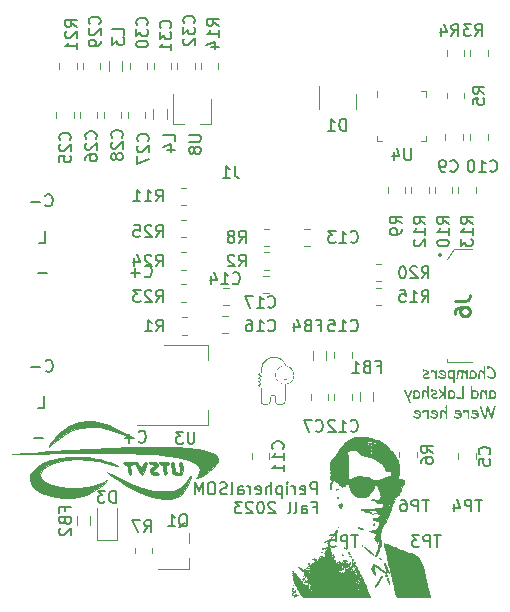
<source format=gbr>
%TF.GenerationSoftware,KiCad,Pcbnew,7.0.2*%
%TF.CreationDate,2023-10-17T17:42:58-05:00*%
%TF.ProjectId,BPS-PeripheralSOM,4250532d-5065-4726-9970-686572616c53,rev?*%
%TF.SameCoordinates,Original*%
%TF.FileFunction,Legend,Bot*%
%TF.FilePolarity,Positive*%
%FSLAX46Y46*%
G04 Gerber Fmt 4.6, Leading zero omitted, Abs format (unit mm)*
G04 Created by KiCad (PCBNEW 7.0.2) date 2023-10-17 17:42:58*
%MOMM*%
%LPD*%
G01*
G04 APERTURE LIST*
%ADD10C,0.150000*%
%ADD11C,0.254000*%
%ADD12C,0.100000*%
%ADD13C,0.200000*%
%ADD14C,0.120000*%
%ADD15C,0.010000*%
G04 APERTURE END LIST*
D10*
X100785714Y-59479369D02*
X101261904Y-59479369D01*
X101261904Y-59479369D02*
X101261904Y-58479369D01*
X109690476Y-62282380D02*
X109738095Y-62330000D01*
X109738095Y-62330000D02*
X109880952Y-62377619D01*
X109880952Y-62377619D02*
X109976190Y-62377619D01*
X109976190Y-62377619D02*
X110119047Y-62330000D01*
X110119047Y-62330000D02*
X110214285Y-62234761D01*
X110214285Y-62234761D02*
X110261904Y-62139523D01*
X110261904Y-62139523D02*
X110309523Y-61949047D01*
X110309523Y-61949047D02*
X110309523Y-61806190D01*
X110309523Y-61806190D02*
X110261904Y-61615714D01*
X110261904Y-61615714D02*
X110214285Y-61520476D01*
X110214285Y-61520476D02*
X110119047Y-61425238D01*
X110119047Y-61425238D02*
X109976190Y-61377619D01*
X109976190Y-61377619D02*
X109880952Y-61377619D01*
X109880952Y-61377619D02*
X109738095Y-61425238D01*
X109738095Y-61425238D02*
X109690476Y-61472857D01*
X109261904Y-61996666D02*
X108500000Y-61996666D01*
X108880952Y-62377619D02*
X108880952Y-61615714D01*
G36*
X138741625Y-70188422D02*
G01*
X138752273Y-70187640D01*
X138762233Y-70185293D01*
X138771507Y-70181381D01*
X138780094Y-70175905D01*
X138787993Y-70168864D01*
X138795206Y-70160258D01*
X138801732Y-70150088D01*
X138807571Y-70138353D01*
X138812349Y-70128190D01*
X138817035Y-70119073D01*
X138822765Y-70109147D01*
X138828351Y-70100855D01*
X138834865Y-70093061D01*
X138843230Y-70086329D01*
X138853107Y-70083123D01*
X138864021Y-70081320D01*
X138875411Y-70080211D01*
X138886026Y-70079581D01*
X138897977Y-70079180D01*
X138907816Y-70079030D01*
X138914794Y-70079002D01*
X138927306Y-70079615D01*
X138939993Y-70081455D01*
X138952853Y-70084523D01*
X138965886Y-70088817D01*
X138979093Y-70094338D01*
X138992474Y-70101086D01*
X139006029Y-70109062D01*
X139019757Y-70118264D01*
X139033659Y-70128693D01*
X139047734Y-70140349D01*
X139061983Y-70153231D01*
X139069173Y-70160133D01*
X139076406Y-70167341D01*
X139083683Y-70174856D01*
X139091002Y-70182678D01*
X139098366Y-70190806D01*
X139105772Y-70199242D01*
X139113223Y-70207984D01*
X139120716Y-70217032D01*
X139128253Y-70226388D01*
X139135833Y-70236050D01*
X139145976Y-70249202D01*
X139155797Y-70262312D01*
X139165296Y-70275378D01*
X139174473Y-70288402D01*
X139183328Y-70301382D01*
X139191861Y-70314320D01*
X139200072Y-70327215D01*
X139207961Y-70340067D01*
X139215528Y-70352876D01*
X139222773Y-70365642D01*
X139229696Y-70378365D01*
X139236297Y-70391045D01*
X139242576Y-70403682D01*
X139248533Y-70416276D01*
X139254168Y-70428827D01*
X139259481Y-70441336D01*
X139264472Y-70453801D01*
X139269141Y-70466224D01*
X139273488Y-70478603D01*
X139277513Y-70490940D01*
X139281216Y-70503234D01*
X139284597Y-70515485D01*
X139287656Y-70527692D01*
X139290393Y-70539857D01*
X139292808Y-70551979D01*
X139294901Y-70564058D01*
X139296672Y-70576094D01*
X139298121Y-70588088D01*
X139299248Y-70600038D01*
X139300053Y-70611945D01*
X139300536Y-70623810D01*
X139300697Y-70635631D01*
X139300475Y-70646949D01*
X139299808Y-70658067D01*
X139298697Y-70668985D01*
X139297141Y-70679702D01*
X139295140Y-70690218D01*
X139292695Y-70700535D01*
X139289805Y-70710651D01*
X139286470Y-70720566D01*
X139282691Y-70730282D01*
X139278467Y-70739797D01*
X139273799Y-70749111D01*
X139268686Y-70758226D01*
X139263129Y-70767140D01*
X139257127Y-70775853D01*
X139250680Y-70784366D01*
X139243789Y-70792679D01*
X139236398Y-70800901D01*
X139228817Y-70808593D01*
X139221048Y-70815754D01*
X139213090Y-70822385D01*
X139204944Y-70828486D01*
X139196608Y-70834055D01*
X139188083Y-70839095D01*
X139179370Y-70843604D01*
X139165945Y-70849373D01*
X139152096Y-70853948D01*
X139137821Y-70857330D01*
X139128068Y-70858921D01*
X139118127Y-70859982D01*
X139107997Y-70860512D01*
X139102861Y-70860579D01*
X139089617Y-70860272D01*
X139076356Y-70859351D01*
X139063079Y-70857816D01*
X139049784Y-70855667D01*
X139036471Y-70852904D01*
X139023142Y-70849528D01*
X139009796Y-70845537D01*
X138996432Y-70840932D01*
X138983051Y-70835714D01*
X138969653Y-70829881D01*
X138960711Y-70825652D01*
X138950094Y-70820107D01*
X138941260Y-70815162D01*
X138931679Y-70809542D01*
X138921351Y-70803249D01*
X138910275Y-70796282D01*
X138898453Y-70788640D01*
X138890156Y-70783172D01*
X138881527Y-70777403D01*
X138872567Y-70771335D01*
X138863274Y-70764968D01*
X138853649Y-70758301D01*
X138843693Y-70751334D01*
X138838590Y-70747739D01*
X138829118Y-70741213D01*
X138820241Y-70735557D01*
X138809982Y-70729711D01*
X138800654Y-70725224D01*
X138790688Y-70721635D01*
X138780753Y-70719922D01*
X138779483Y-70719895D01*
X138768744Y-70720668D01*
X138758692Y-70722986D01*
X138749327Y-70726850D01*
X138740648Y-70732260D01*
X138732657Y-70739215D01*
X138730146Y-70741877D01*
X138723340Y-70750209D01*
X138717942Y-70758901D01*
X138713952Y-70767954D01*
X138711076Y-70778972D01*
X138710138Y-70788807D01*
X138710118Y-70790481D01*
X138711037Y-70801581D01*
X138713793Y-70812165D01*
X138718387Y-70822234D01*
X138724818Y-70831789D01*
X138731582Y-70839357D01*
X138736252Y-70843726D01*
X138747583Y-70853418D01*
X138758923Y-70862803D01*
X138770271Y-70871879D01*
X138781628Y-70880649D01*
X138792993Y-70889110D01*
X138804367Y-70897264D01*
X138815750Y-70905110D01*
X138827141Y-70912648D01*
X138838541Y-70919879D01*
X138849949Y-70926802D01*
X138861366Y-70933417D01*
X138872792Y-70939725D01*
X138884226Y-70945725D01*
X138895668Y-70951417D01*
X138907120Y-70956802D01*
X138918579Y-70961878D01*
X138930048Y-70966648D01*
X138941525Y-70971109D01*
X138953010Y-70975263D01*
X138964505Y-70979109D01*
X138976007Y-70982647D01*
X138987519Y-70985878D01*
X138999039Y-70988801D01*
X139010567Y-70991417D01*
X139022104Y-70993724D01*
X139033650Y-70995724D01*
X139045205Y-70997416D01*
X139056767Y-70998801D01*
X139068339Y-70999878D01*
X139079919Y-71000647D01*
X139091508Y-71001109D01*
X139103105Y-71001263D01*
X139120702Y-71000827D01*
X139137955Y-70999519D01*
X139154865Y-70997338D01*
X139171432Y-70994286D01*
X139187655Y-70990362D01*
X139203534Y-70985566D01*
X139219071Y-70979898D01*
X139234263Y-70973358D01*
X139249112Y-70965946D01*
X139263618Y-70957661D01*
X139277780Y-70948505D01*
X139291599Y-70938477D01*
X139305075Y-70927577D01*
X139318206Y-70915804D01*
X139330995Y-70903160D01*
X139343440Y-70889644D01*
X139354915Y-70875996D01*
X139365651Y-70862040D01*
X139375646Y-70847778D01*
X139384900Y-70833208D01*
X139393414Y-70818331D01*
X139401188Y-70803147D01*
X139408221Y-70787656D01*
X139414515Y-70771857D01*
X139420067Y-70755752D01*
X139424880Y-70739339D01*
X139428952Y-70722619D01*
X139432283Y-70705591D01*
X139434874Y-70688257D01*
X139436725Y-70670615D01*
X139437836Y-70652666D01*
X139438206Y-70634410D01*
X139438015Y-70619530D01*
X139437444Y-70604627D01*
X139436491Y-70589700D01*
X139435157Y-70574750D01*
X139433442Y-70559776D01*
X139431345Y-70544779D01*
X139428868Y-70529759D01*
X139426009Y-70514716D01*
X139422769Y-70499649D01*
X139419148Y-70484558D01*
X139415146Y-70469445D01*
X139410763Y-70454307D01*
X139405999Y-70439147D01*
X139400853Y-70423963D01*
X139395326Y-70408756D01*
X139389419Y-70393525D01*
X139383130Y-70378271D01*
X139376459Y-70362994D01*
X139369408Y-70347693D01*
X139361976Y-70332369D01*
X139354162Y-70317022D01*
X139345967Y-70301651D01*
X139337391Y-70286257D01*
X139328434Y-70270839D01*
X139319096Y-70255398D01*
X139309377Y-70239934D01*
X139299276Y-70224446D01*
X139288794Y-70208935D01*
X139277931Y-70193401D01*
X139266687Y-70177843D01*
X139255062Y-70162261D01*
X139243056Y-70146657D01*
X139232887Y-70133839D01*
X139222711Y-70121428D01*
X139212530Y-70109424D01*
X139202344Y-70097827D01*
X139192151Y-70086637D01*
X139181953Y-70075854D01*
X139171750Y-70065478D01*
X139161540Y-70055508D01*
X139151325Y-70045946D01*
X139141104Y-70036791D01*
X139130877Y-70028042D01*
X139120645Y-70019700D01*
X139110406Y-70011765D01*
X139100163Y-70004238D01*
X139089913Y-69997117D01*
X139079658Y-69990403D01*
X139069396Y-69984095D01*
X139059130Y-69978195D01*
X139048857Y-69972702D01*
X139038579Y-69967615D01*
X139028295Y-69962936D01*
X139018005Y-69958663D01*
X139007710Y-69954798D01*
X138997409Y-69951339D01*
X138987102Y-69948287D01*
X138976789Y-69945642D01*
X138966471Y-69943404D01*
X138956147Y-69941573D01*
X138945817Y-69940149D01*
X138935482Y-69939132D01*
X138925141Y-69938521D01*
X138914794Y-69938318D01*
X138904434Y-69938395D01*
X138894419Y-69938628D01*
X138882859Y-69939112D01*
X138871796Y-69939818D01*
X138861232Y-69940749D01*
X138854466Y-69941493D01*
X138844614Y-69942729D01*
X138833685Y-69944519D01*
X138823363Y-69946683D01*
X138813649Y-69949221D01*
X138807083Y-69951263D01*
X138799180Y-69943030D01*
X138790587Y-69936193D01*
X138781301Y-69930751D01*
X138771324Y-69926705D01*
X138760655Y-69924054D01*
X138749294Y-69922798D01*
X138744556Y-69922686D01*
X138733256Y-69923629D01*
X138723048Y-69926457D01*
X138713931Y-69931170D01*
X138705905Y-69937768D01*
X138698971Y-69946252D01*
X138693128Y-69956621D01*
X138688377Y-69968875D01*
X138685530Y-69979303D01*
X138684717Y-69983014D01*
X138682753Y-69993304D01*
X138680982Y-70004023D01*
X138679404Y-70015171D01*
X138678019Y-70026749D01*
X138676828Y-70038756D01*
X138675830Y-70051192D01*
X138675025Y-70064058D01*
X138674413Y-70077353D01*
X138673994Y-70091077D01*
X138673769Y-70105231D01*
X138673726Y-70114905D01*
X138674258Y-70124840D01*
X138676225Y-70135845D01*
X138679641Y-70146218D01*
X138684507Y-70155960D01*
X138688869Y-70162533D01*
X138696379Y-70171331D01*
X138704989Y-70178309D01*
X138714698Y-70183467D01*
X138725505Y-70186804D01*
X138735351Y-70188195D01*
X138741625Y-70188422D01*
G37*
G36*
X137986427Y-71001263D02*
G01*
X137998112Y-71000454D01*
X138008744Y-70998026D01*
X138018323Y-70993981D01*
X138026849Y-70988318D01*
X138034321Y-70981036D01*
X138040740Y-70972137D01*
X138046106Y-70961619D01*
X138050418Y-70949483D01*
X138053328Y-70938538D01*
X138056194Y-70926769D01*
X138059018Y-70914175D01*
X138061798Y-70900757D01*
X138064536Y-70886514D01*
X138066337Y-70876561D01*
X138068120Y-70866242D01*
X138069883Y-70855556D01*
X138071627Y-70844504D01*
X138073352Y-70833086D01*
X138075058Y-70821301D01*
X138076744Y-70809150D01*
X138078412Y-70796633D01*
X138079239Y-70790237D01*
X138080718Y-70778010D01*
X138082101Y-70766061D01*
X138083389Y-70754387D01*
X138084582Y-70742991D01*
X138085679Y-70731871D01*
X138086681Y-70721028D01*
X138087587Y-70710462D01*
X138088398Y-70700172D01*
X138089114Y-70690159D01*
X138090008Y-70675658D01*
X138090688Y-70661780D01*
X138091153Y-70648525D01*
X138091403Y-70635892D01*
X138091451Y-70627815D01*
X138091344Y-70617756D01*
X138091075Y-70607075D01*
X138090715Y-70596525D01*
X138090322Y-70586749D01*
X138089846Y-70576079D01*
X138089741Y-70573838D01*
X138089249Y-70562989D01*
X138088840Y-70553034D01*
X138088459Y-70542269D01*
X138088167Y-70531338D01*
X138088033Y-70520992D01*
X138088032Y-70519860D01*
X138088283Y-70504332D01*
X138089039Y-70489807D01*
X138090298Y-70476283D01*
X138092062Y-70463760D01*
X138094328Y-70452240D01*
X138097099Y-70441721D01*
X138100373Y-70432204D01*
X138106230Y-70419807D01*
X138113219Y-70409664D01*
X138121342Y-70401775D01*
X138130599Y-70396140D01*
X138140988Y-70392759D01*
X138152512Y-70391632D01*
X138163368Y-70391943D01*
X138174078Y-70392873D01*
X138184640Y-70394423D01*
X138195056Y-70396594D01*
X138205324Y-70399384D01*
X138215446Y-70402795D01*
X138225421Y-70406826D01*
X138235249Y-70411477D01*
X138244930Y-70416748D01*
X138254464Y-70422640D01*
X138263851Y-70429151D01*
X138273091Y-70436283D01*
X138282185Y-70444035D01*
X138291131Y-70452407D01*
X138299930Y-70461399D01*
X138308583Y-70471011D01*
X138315405Y-70479264D01*
X138322682Y-70488817D01*
X138330414Y-70499671D01*
X138338602Y-70511827D01*
X138344313Y-70520653D01*
X138350226Y-70530057D01*
X138356342Y-70540040D01*
X138362660Y-70550600D01*
X138369180Y-70561739D01*
X138375902Y-70573456D01*
X138382827Y-70585751D01*
X138389954Y-70598624D01*
X138397283Y-70612076D01*
X138404815Y-70626106D01*
X138404836Y-70642578D01*
X138404900Y-70658624D01*
X138405008Y-70674245D01*
X138405158Y-70689441D01*
X138405351Y-70704211D01*
X138405587Y-70718555D01*
X138405866Y-70732474D01*
X138406188Y-70745968D01*
X138406553Y-70759036D01*
X138406961Y-70771678D01*
X138407412Y-70783895D01*
X138407906Y-70795686D01*
X138408442Y-70807052D01*
X138409022Y-70817993D01*
X138409645Y-70828508D01*
X138410310Y-70838597D01*
X138411770Y-70857499D01*
X138413401Y-70874699D01*
X138415204Y-70890197D01*
X138417179Y-70903993D01*
X138419326Y-70916087D01*
X138421644Y-70926478D01*
X138425444Y-70938875D01*
X138426796Y-70942156D01*
X138431952Y-70952345D01*
X138437772Y-70961176D01*
X138444256Y-70968649D01*
X138453295Y-70976078D01*
X138463371Y-70981385D01*
X138474485Y-70984570D01*
X138486636Y-70985631D01*
X138496928Y-70984961D01*
X138506740Y-70982952D01*
X138516071Y-70979603D01*
X138524921Y-70974915D01*
X138533290Y-70968887D01*
X138535973Y-70966580D01*
X138543194Y-70959061D01*
X138548922Y-70950975D01*
X138553715Y-70940826D01*
X138556475Y-70929905D01*
X138557222Y-70919930D01*
X138556053Y-70909491D01*
X138553787Y-70899459D01*
X138551116Y-70889888D01*
X138548834Y-70879276D01*
X138547418Y-70867860D01*
X138546414Y-70856427D01*
X138545737Y-70846509D01*
X138545124Y-70835441D01*
X138544575Y-70823222D01*
X138544090Y-70809853D01*
X138543670Y-70795332D01*
X138543545Y-70790237D01*
X138541346Y-70689120D01*
X138539392Y-70186713D01*
X138538801Y-70176335D01*
X138538247Y-70166391D01*
X138537489Y-70152287D01*
X138536816Y-70139157D01*
X138536230Y-70127002D01*
X138535729Y-70115821D01*
X138535314Y-70105615D01*
X138534894Y-70093523D01*
X138534627Y-70083164D01*
X138534508Y-70072651D01*
X138534669Y-70061832D01*
X138535152Y-70051204D01*
X138535957Y-70040766D01*
X138537084Y-70030519D01*
X138538533Y-70020463D01*
X138540304Y-70010598D01*
X138541102Y-70006706D01*
X138543002Y-69996947D01*
X138544580Y-69987057D01*
X138545835Y-69977035D01*
X138546769Y-69966883D01*
X138547381Y-69956599D01*
X138547671Y-69946184D01*
X138547697Y-69941981D01*
X138547001Y-69931609D01*
X138544915Y-69921923D01*
X138540722Y-69911491D01*
X138534636Y-69901994D01*
X138527913Y-69894598D01*
X138520085Y-69888207D01*
X138511621Y-69883138D01*
X138502522Y-69879391D01*
X138492788Y-69876967D01*
X138482418Y-69875865D01*
X138478820Y-69875792D01*
X138468654Y-69876300D01*
X138456380Y-69878561D01*
X138445573Y-69882632D01*
X138436230Y-69888511D01*
X138428353Y-69896198D01*
X138421942Y-69905695D01*
X138416996Y-69917001D01*
X138414248Y-69926668D01*
X138412875Y-69933677D01*
X138410954Y-69945564D01*
X138409222Y-69957227D01*
X138407680Y-69968668D01*
X138406326Y-69979885D01*
X138405161Y-69990879D01*
X138404185Y-70001649D01*
X138403398Y-70012196D01*
X138402800Y-70022520D01*
X138402390Y-70032621D01*
X138402170Y-70042499D01*
X138402128Y-70048960D01*
X138402169Y-70061971D01*
X138402291Y-70075086D01*
X138402495Y-70088304D01*
X138402780Y-70101625D01*
X138403148Y-70115048D01*
X138403596Y-70128575D01*
X138404126Y-70142205D01*
X138404738Y-70155938D01*
X138405432Y-70169774D01*
X138406207Y-70183713D01*
X138406769Y-70193063D01*
X138407504Y-70206690D01*
X138408154Y-70220369D01*
X138408718Y-70234099D01*
X138409196Y-70247880D01*
X138409588Y-70261713D01*
X138409894Y-70275598D01*
X138410114Y-70289534D01*
X138410249Y-70303522D01*
X138410298Y-70317561D01*
X138410260Y-70331652D01*
X138410188Y-70341074D01*
X138409455Y-70401402D01*
X138402373Y-70392117D01*
X138395232Y-70383130D01*
X138388031Y-70374440D01*
X138380772Y-70366048D01*
X138373453Y-70357954D01*
X138366075Y-70350157D01*
X138358638Y-70342658D01*
X138351142Y-70335457D01*
X138343587Y-70328553D01*
X138335972Y-70321947D01*
X138328299Y-70315639D01*
X138320566Y-70309628D01*
X138308856Y-70301170D01*
X138297013Y-70293382D01*
X138289043Y-70288562D01*
X138276931Y-70281840D01*
X138264680Y-70275779D01*
X138252293Y-70270380D01*
X138239767Y-70265641D01*
X138227105Y-70261564D01*
X138214305Y-70258148D01*
X138201368Y-70255393D01*
X138188293Y-70253299D01*
X138175081Y-70251867D01*
X138161732Y-70251095D01*
X138152756Y-70250949D01*
X138138778Y-70251238D01*
X138125359Y-70252105D01*
X138112499Y-70253550D01*
X138100198Y-70255574D01*
X138088456Y-70258176D01*
X138077273Y-70261356D01*
X138066650Y-70265114D01*
X138056585Y-70269450D01*
X138047080Y-70274364D01*
X138038134Y-70279857D01*
X138029746Y-70285928D01*
X138021918Y-70292577D01*
X138014649Y-70299804D01*
X138007939Y-70307609D01*
X138001788Y-70315993D01*
X137996196Y-70324954D01*
X137990747Y-70335379D01*
X137985758Y-70347053D01*
X137981228Y-70359977D01*
X137977157Y-70374150D01*
X137974698Y-70384293D01*
X137972444Y-70394991D01*
X137970393Y-70406244D01*
X137968547Y-70418053D01*
X137966905Y-70430416D01*
X137965467Y-70443336D01*
X137964234Y-70456810D01*
X137963204Y-70470840D01*
X137962379Y-70485425D01*
X137961758Y-70500565D01*
X137956140Y-70631479D01*
X137942463Y-70774361D01*
X137941255Y-70784301D01*
X137940013Y-70794091D01*
X137938085Y-70808498D01*
X137936080Y-70822570D01*
X137933998Y-70836308D01*
X137931838Y-70849710D01*
X137929601Y-70862777D01*
X137927287Y-70875510D01*
X137924896Y-70887908D01*
X137922427Y-70899970D01*
X137919881Y-70911698D01*
X137919016Y-70915533D01*
X137917087Y-70925719D01*
X137916329Y-70935317D01*
X137917059Y-70945607D01*
X137919248Y-70955227D01*
X137923648Y-70965603D01*
X137930034Y-70975068D01*
X137937090Y-70982456D01*
X137945075Y-70988847D01*
X137953645Y-70993916D01*
X137962798Y-70997663D01*
X137972535Y-71000087D01*
X137982856Y-71001189D01*
X137986427Y-71001263D01*
G37*
G36*
X137436257Y-70251063D02*
G01*
X137455756Y-70251981D01*
X137474910Y-70253817D01*
X137493719Y-70256570D01*
X137512182Y-70260241D01*
X137530300Y-70264831D01*
X137548072Y-70270337D01*
X137565500Y-70276762D01*
X137582581Y-70284105D01*
X137599318Y-70292365D01*
X137615709Y-70301543D01*
X137631754Y-70311639D01*
X137647454Y-70322653D01*
X137662809Y-70334585D01*
X137670357Y-70340895D01*
X137677819Y-70347434D01*
X137685194Y-70354203D01*
X137692483Y-70361202D01*
X137699685Y-70368429D01*
X137706718Y-70375819D01*
X137713527Y-70383302D01*
X137720113Y-70390880D01*
X137726476Y-70398551D01*
X137732615Y-70406317D01*
X137738532Y-70414176D01*
X137749694Y-70430177D01*
X137759964Y-70446554D01*
X137769340Y-70463306D01*
X137777824Y-70480435D01*
X137785415Y-70497939D01*
X137792112Y-70515819D01*
X137797917Y-70534076D01*
X137802828Y-70552708D01*
X137806847Y-70571716D01*
X137808521Y-70581361D01*
X137809973Y-70591100D01*
X137811200Y-70600933D01*
X137812205Y-70610859D01*
X137812986Y-70620880D01*
X137813545Y-70630995D01*
X137813879Y-70641204D01*
X137813991Y-70651507D01*
X137813923Y-70662349D01*
X137813720Y-70673015D01*
X137813381Y-70683504D01*
X137812907Y-70693818D01*
X137812298Y-70703956D01*
X137811553Y-70713918D01*
X137809656Y-70733313D01*
X137807217Y-70752004D01*
X137804237Y-70769991D01*
X137800714Y-70787274D01*
X137796650Y-70803853D01*
X137792044Y-70819728D01*
X137786895Y-70834899D01*
X137781205Y-70849365D01*
X137774973Y-70863128D01*
X137768199Y-70876186D01*
X137760884Y-70888541D01*
X137753026Y-70900191D01*
X137744626Y-70911137D01*
X137735096Y-70922051D01*
X137724884Y-70932260D01*
X137713992Y-70941766D01*
X137702418Y-70950567D01*
X137690163Y-70958664D01*
X137677227Y-70966057D01*
X137663609Y-70972746D01*
X137649310Y-70978731D01*
X137634330Y-70984012D01*
X137618669Y-70988589D01*
X137602327Y-70992461D01*
X137585303Y-70995630D01*
X137567599Y-70998094D01*
X137549213Y-70999854D01*
X137530146Y-71000911D01*
X137520357Y-71001175D01*
X137510397Y-71001263D01*
X137501715Y-71000953D01*
X137490143Y-70999698D01*
X137480311Y-70997998D01*
X137469967Y-70995679D01*
X137459111Y-70992742D01*
X137447744Y-70989188D01*
X137435866Y-70985014D01*
X137426622Y-70981479D01*
X137420272Y-70978932D01*
X137410517Y-70974837D01*
X137400488Y-70970412D01*
X137390184Y-70965655D01*
X137379605Y-70960568D01*
X137368752Y-70955151D01*
X137357623Y-70949403D01*
X137346220Y-70943324D01*
X137334542Y-70936915D01*
X137322590Y-70930175D01*
X137310362Y-70923105D01*
X137305249Y-70931298D01*
X137299371Y-70939849D01*
X137292731Y-70948758D01*
X137285327Y-70958024D01*
X137278855Y-70965695D01*
X137271894Y-70973594D01*
X137264445Y-70981723D01*
X137260224Y-70985982D01*
X137252286Y-70993676D01*
X137245020Y-71000270D01*
X137236882Y-71006968D01*
X137227251Y-71013459D01*
X137217062Y-71016894D01*
X137210807Y-71016612D01*
X137200320Y-71014758D01*
X137190417Y-71011175D01*
X137181099Y-71005863D01*
X137172365Y-70998820D01*
X137166806Y-70993010D01*
X137160607Y-70984074D01*
X137156254Y-70974203D01*
X137153748Y-70963397D01*
X137153070Y-70953391D01*
X137157222Y-70941667D01*
X137160502Y-70934397D01*
X137164572Y-70925181D01*
X137168913Y-70914980D01*
X137172854Y-70905031D01*
X137177287Y-70893881D01*
X137181490Y-70883206D01*
X137185462Y-70873006D01*
X137189203Y-70863281D01*
X137194381Y-70849584D01*
X137199040Y-70836957D01*
X137203180Y-70825398D01*
X137206800Y-70814909D01*
X137209900Y-70805489D01*
X137213226Y-70794591D01*
X137214235Y-70790725D01*
X137337718Y-70790725D01*
X137343226Y-70795120D01*
X137351196Y-70801361D01*
X137361275Y-70809028D01*
X137370728Y-70815947D01*
X137379555Y-70822118D01*
X137387756Y-70827541D01*
X137397128Y-70833267D01*
X137407083Y-70838597D01*
X137409972Y-70839949D01*
X137421921Y-70844930D01*
X137431293Y-70848214D01*
X137441018Y-70851112D01*
X137451094Y-70853624D01*
X137461522Y-70855749D01*
X137472303Y-70857488D01*
X137483436Y-70858840D01*
X137494920Y-70859806D01*
X137506757Y-70860386D01*
X137518946Y-70860579D01*
X137528773Y-70860377D01*
X137542926Y-70859321D01*
X137556376Y-70857358D01*
X137569121Y-70854489D01*
X137581163Y-70850715D01*
X137592500Y-70846034D01*
X137603133Y-70840448D01*
X137613062Y-70833956D01*
X137622287Y-70826557D01*
X137630808Y-70818253D01*
X137638625Y-70809043D01*
X137643446Y-70802400D01*
X137650094Y-70791681D01*
X137656042Y-70780055D01*
X137661291Y-70767523D01*
X137665840Y-70754086D01*
X137668483Y-70744624D01*
X137670816Y-70734760D01*
X137672838Y-70724493D01*
X137674548Y-70713824D01*
X137675948Y-70702752D01*
X137677037Y-70691277D01*
X137677814Y-70679400D01*
X137678281Y-70667120D01*
X137678436Y-70654438D01*
X137678135Y-70641558D01*
X137677230Y-70628869D01*
X137675723Y-70616370D01*
X137673613Y-70604063D01*
X137670899Y-70591946D01*
X137667583Y-70580020D01*
X137663663Y-70568285D01*
X137659141Y-70556741D01*
X137654016Y-70545387D01*
X137648288Y-70534224D01*
X137641956Y-70523253D01*
X137635022Y-70512472D01*
X137627485Y-70501881D01*
X137619345Y-70491482D01*
X137610602Y-70481273D01*
X137601256Y-70471256D01*
X137591464Y-70461614D01*
X137581445Y-70452594D01*
X137571199Y-70444196D01*
X137560727Y-70436420D01*
X137550027Y-70429267D01*
X137539100Y-70422735D01*
X137527946Y-70416826D01*
X137516564Y-70411538D01*
X137504956Y-70406873D01*
X137493121Y-70402829D01*
X137481059Y-70399408D01*
X137468769Y-70396609D01*
X137456253Y-70394432D01*
X137443509Y-70392877D01*
X137430538Y-70391943D01*
X137417341Y-70391632D01*
X137408101Y-70392422D01*
X137397882Y-70394534D01*
X137388276Y-70397250D01*
X137383589Y-70398754D01*
X137373575Y-70402356D01*
X137364112Y-70406160D01*
X137353994Y-70410571D01*
X137344801Y-70414836D01*
X137345732Y-70419307D01*
X137347926Y-70430345D01*
X137349930Y-70441179D01*
X137351742Y-70451811D01*
X137353364Y-70462241D01*
X137354795Y-70472467D01*
X137356036Y-70482491D01*
X137356479Y-70486442D01*
X137357639Y-70498077D01*
X137358540Y-70509385D01*
X137359184Y-70520367D01*
X137359571Y-70531024D01*
X137359699Y-70541353D01*
X137359614Y-70552030D01*
X137359356Y-70563362D01*
X137358927Y-70575348D01*
X137358326Y-70587988D01*
X137357553Y-70601283D01*
X137356608Y-70615233D01*
X137355492Y-70629837D01*
X137354204Y-70645095D01*
X137352744Y-70661008D01*
X137351113Y-70677576D01*
X137349310Y-70694798D01*
X137347335Y-70712674D01*
X137345188Y-70731205D01*
X137342870Y-70750391D01*
X137341646Y-70760229D01*
X137340379Y-70770231D01*
X137339070Y-70780396D01*
X137337718Y-70790725D01*
X137214235Y-70790725D01*
X137216085Y-70783642D01*
X137217590Y-70777303D01*
X137219655Y-70767266D01*
X137221489Y-70756592D01*
X137223090Y-70745284D01*
X137224459Y-70733340D01*
X137225597Y-70720760D01*
X137226503Y-70707545D01*
X137227177Y-70693695D01*
X137227619Y-70679209D01*
X137227785Y-70669199D01*
X137227848Y-70658907D01*
X137227808Y-70648332D01*
X137227735Y-70636741D01*
X137227637Y-70625415D01*
X137227513Y-70614354D01*
X137227366Y-70603559D01*
X137227193Y-70593029D01*
X137226995Y-70582764D01*
X137226773Y-70572764D01*
X137226393Y-70558262D01*
X137225957Y-70544357D01*
X137225466Y-70531048D01*
X137224918Y-70518336D01*
X137224315Y-70506221D01*
X137223656Y-70494703D01*
X137222898Y-70483733D01*
X137222088Y-70473356D01*
X137221226Y-70463572D01*
X137219997Y-70451448D01*
X137218677Y-70440377D01*
X137217265Y-70430359D01*
X137215371Y-70419318D01*
X137212909Y-70408241D01*
X137208899Y-70403636D01*
X137203393Y-70394837D01*
X137200089Y-70385381D01*
X137198988Y-70375268D01*
X137199079Y-70371865D01*
X137200445Y-70361842D01*
X137203452Y-70352104D01*
X137208099Y-70342648D01*
X137214386Y-70333476D01*
X137222313Y-70324588D01*
X137231880Y-70315983D01*
X137243087Y-70307661D01*
X137251469Y-70302270D01*
X137260581Y-70297006D01*
X137270421Y-70291867D01*
X137280990Y-70286854D01*
X137292288Y-70281967D01*
X137301513Y-70278211D01*
X137315140Y-70273031D01*
X137328513Y-70268397D01*
X137341632Y-70264307D01*
X137354499Y-70260763D01*
X137367112Y-70257764D01*
X137379472Y-70255311D01*
X137391578Y-70253402D01*
X137403431Y-70252039D01*
X137415031Y-70251221D01*
X137426378Y-70250949D01*
X137436257Y-70251063D01*
G37*
G36*
X136164863Y-71032526D02*
G01*
X136175030Y-71032000D01*
X136187303Y-71029662D01*
X136198111Y-71025455D01*
X136207453Y-71019377D01*
X136215330Y-71011430D01*
X136221741Y-71001612D01*
X136226687Y-70989925D01*
X136229435Y-70979932D01*
X136230809Y-70972686D01*
X136232365Y-70962980D01*
X136233919Y-70952792D01*
X136235472Y-70942121D01*
X136237022Y-70930966D01*
X136238570Y-70919330D01*
X136240117Y-70907210D01*
X136241662Y-70894608D01*
X136243204Y-70881523D01*
X136244745Y-70867955D01*
X136246284Y-70853904D01*
X136247821Y-70839371D01*
X136249356Y-70824354D01*
X136250889Y-70808856D01*
X136252421Y-70792874D01*
X136253950Y-70776409D01*
X136255478Y-70759462D01*
X136278925Y-70546238D01*
X136280783Y-70534423D01*
X136282940Y-70522669D01*
X136285393Y-70510976D01*
X136288145Y-70499344D01*
X136291194Y-70487773D01*
X136294541Y-70476263D01*
X136298186Y-70464814D01*
X136302128Y-70453426D01*
X136306561Y-70442383D01*
X136311067Y-70432426D01*
X136315645Y-70423555D01*
X136321864Y-70413417D01*
X136328213Y-70405210D01*
X136336330Y-70397667D01*
X136346340Y-70392598D01*
X136353175Y-70391632D01*
X136364246Y-70393127D01*
X136375833Y-70396654D01*
X136386648Y-70400970D01*
X136395661Y-70405079D01*
X136405447Y-70409935D01*
X136416006Y-70415538D01*
X136427338Y-70421888D01*
X136439442Y-70428984D01*
X136447941Y-70434131D01*
X136459906Y-70441323D01*
X136471073Y-70448244D01*
X136481442Y-70454895D01*
X136491012Y-70461276D01*
X136499783Y-70467386D01*
X136507756Y-70473226D01*
X136517144Y-70480591D01*
X136525112Y-70487476D01*
X136533076Y-70495405D01*
X136534403Y-70496901D01*
X136534497Y-70508806D01*
X136534506Y-70520706D01*
X136534429Y-70532602D01*
X136534265Y-70544494D01*
X136534016Y-70556382D01*
X136533682Y-70568265D01*
X136533261Y-70580144D01*
X136532754Y-70592018D01*
X136532162Y-70603889D01*
X136531483Y-70615755D01*
X136530983Y-70623663D01*
X136510223Y-70803914D01*
X136508655Y-70817082D01*
X136507189Y-70829961D01*
X136505824Y-70842551D01*
X136504559Y-70854854D01*
X136503396Y-70866869D01*
X136502335Y-70878595D01*
X136501374Y-70890034D01*
X136500514Y-70901184D01*
X136499756Y-70912046D01*
X136499098Y-70922620D01*
X136498542Y-70932906D01*
X136498087Y-70942904D01*
X136497594Y-70957360D01*
X136497329Y-70971168D01*
X136497278Y-70980013D01*
X136497948Y-70990810D01*
X136499957Y-71000850D01*
X136503306Y-71010135D01*
X136508906Y-71020013D01*
X136515157Y-71027661D01*
X136516329Y-71028862D01*
X136523759Y-71035419D01*
X136533383Y-71041355D01*
X136544035Y-71045444D01*
X136553984Y-71047479D01*
X136564689Y-71048157D01*
X136575402Y-71047487D01*
X136585377Y-71045478D01*
X136594613Y-71042129D01*
X136604456Y-71036529D01*
X136612092Y-71030278D01*
X136613293Y-71029106D01*
X136619685Y-71021593D01*
X136625470Y-71011894D01*
X136628996Y-71002781D01*
X136631200Y-70992929D01*
X136632082Y-70982339D01*
X136632100Y-70980502D01*
X136632166Y-70970094D01*
X136632363Y-70959081D01*
X136632692Y-70947463D01*
X136633153Y-70935241D01*
X136633746Y-70922413D01*
X136634470Y-70908981D01*
X136635326Y-70894943D01*
X136636313Y-70880301D01*
X136637432Y-70865054D01*
X136638683Y-70849202D01*
X136640066Y-70832746D01*
X136641580Y-70815684D01*
X136643225Y-70798017D01*
X136645003Y-70779746D01*
X136646912Y-70760869D01*
X136648953Y-70741388D01*
X136649975Y-70731572D01*
X136651921Y-70712391D01*
X136653737Y-70693813D01*
X136655424Y-70675839D01*
X136656981Y-70658467D01*
X136658409Y-70641698D01*
X136659706Y-70625532D01*
X136660874Y-70609969D01*
X136661912Y-70595009D01*
X136662820Y-70580653D01*
X136663599Y-70566899D01*
X136664247Y-70553748D01*
X136664767Y-70541200D01*
X136665156Y-70529255D01*
X136665415Y-70517913D01*
X136665545Y-70507174D01*
X136665561Y-70502030D01*
X136665742Y-70489024D01*
X136666283Y-70476568D01*
X136667184Y-70464661D01*
X136668446Y-70453304D01*
X136670069Y-70442496D01*
X136672053Y-70432238D01*
X136674397Y-70422529D01*
X136678083Y-70410439D01*
X136682411Y-70399326D01*
X136686078Y-70391632D01*
X136695154Y-70395899D01*
X136704247Y-70400637D01*
X136713357Y-70405848D01*
X136722485Y-70411531D01*
X136731630Y-70417686D01*
X136740792Y-70424313D01*
X136749971Y-70431413D01*
X136759167Y-70438985D01*
X136768381Y-70447029D01*
X136777611Y-70455546D01*
X136783775Y-70461486D01*
X136864863Y-70550146D01*
X136871183Y-70558832D01*
X136878065Y-70567459D01*
X136884969Y-70575616D01*
X136891431Y-70582952D01*
X136898536Y-70590776D01*
X136900034Y-70592400D01*
X136900153Y-70603074D01*
X136900508Y-70614947D01*
X136901099Y-70628018D01*
X136901698Y-70638607D01*
X136902430Y-70649871D01*
X136903295Y-70661808D01*
X136904293Y-70674420D01*
X136905425Y-70687706D01*
X136906689Y-70701665D01*
X136907606Y-70711346D01*
X136908959Y-70725688D01*
X136910179Y-70739313D01*
X136911266Y-70752221D01*
X136912220Y-70764412D01*
X136913041Y-70775886D01*
X136913728Y-70786643D01*
X136914283Y-70796683D01*
X136914815Y-70808954D01*
X136915111Y-70819951D01*
X136915177Y-70827362D01*
X136914765Y-70838490D01*
X136913728Y-70849855D01*
X136912337Y-70860806D01*
X136910824Y-70870784D01*
X136908989Y-70881538D01*
X136908583Y-70883782D01*
X136906683Y-70894589D01*
X136905105Y-70904418D01*
X136903637Y-70914923D01*
X136902510Y-70925398D01*
X136901988Y-70936050D01*
X136902727Y-70946090D01*
X136905455Y-70957023D01*
X136910193Y-70967114D01*
X136915855Y-70975094D01*
X136922993Y-70982456D01*
X136931119Y-70988847D01*
X136939743Y-70993916D01*
X136948865Y-70997663D01*
X136958485Y-71000087D01*
X136968603Y-71001189D01*
X136972086Y-71001263D01*
X136985966Y-70999711D01*
X136998481Y-70995054D01*
X137009631Y-70987294D01*
X137019416Y-70976430D01*
X137025180Y-70967463D01*
X137030338Y-70957116D01*
X137034889Y-70945389D01*
X137038833Y-70932283D01*
X137042170Y-70917797D01*
X137044901Y-70901932D01*
X137047025Y-70884687D01*
X137048542Y-70866063D01*
X137049073Y-70856233D01*
X137049452Y-70846059D01*
X137049679Y-70835539D01*
X137049755Y-70824675D01*
X137049637Y-70813783D01*
X137049282Y-70801625D01*
X137048861Y-70791674D01*
X137048306Y-70781011D01*
X137047618Y-70769635D01*
X137046798Y-70757546D01*
X137045844Y-70744745D01*
X137044757Y-70731231D01*
X137043537Y-70717004D01*
X137042650Y-70707124D01*
X137042184Y-70702065D01*
X137041267Y-70691996D01*
X137040409Y-70682243D01*
X137039233Y-70668208D01*
X137038191Y-70654886D01*
X137037281Y-70642277D01*
X137036505Y-70630380D01*
X137035862Y-70619196D01*
X137035352Y-70608724D01*
X137034878Y-70595871D01*
X137034642Y-70584285D01*
X137034612Y-70578967D01*
X137034773Y-70566706D01*
X137035134Y-70555617D01*
X137035701Y-70543392D01*
X137036261Y-70533476D01*
X137036937Y-70522921D01*
X137037729Y-70511726D01*
X137038637Y-70499892D01*
X137039661Y-70487418D01*
X137040801Y-70474304D01*
X137041207Y-70469790D01*
X137042342Y-70456456D01*
X137043365Y-70443750D01*
X137044276Y-70431670D01*
X137045076Y-70420216D01*
X137045765Y-70409390D01*
X137046342Y-70399191D01*
X137046937Y-70386566D01*
X137047334Y-70375056D01*
X137047532Y-70364661D01*
X137047557Y-70359881D01*
X137047283Y-70341011D01*
X137046462Y-70323359D01*
X137045093Y-70306924D01*
X137043176Y-70291707D01*
X137040712Y-70277707D01*
X137037700Y-70264924D01*
X137034140Y-70253359D01*
X137030033Y-70243011D01*
X137025378Y-70233880D01*
X137017369Y-70222467D01*
X137008127Y-70213793D01*
X136997654Y-70207858D01*
X136985948Y-70204663D01*
X136977459Y-70204054D01*
X136967548Y-70205059D01*
X136957962Y-70208072D01*
X136948703Y-70213096D01*
X136939770Y-70220128D01*
X136932575Y-70227523D01*
X136928367Y-70232630D01*
X136921964Y-70241537D01*
X136916646Y-70250395D01*
X136912413Y-70259206D01*
X136908767Y-70269716D01*
X136906683Y-70280158D01*
X136906140Y-70288806D01*
X136906545Y-70299437D01*
X136907346Y-70309345D01*
X136908398Y-70319516D01*
X136909560Y-70329351D01*
X136910722Y-70339154D01*
X136911774Y-70349440D01*
X136912575Y-70359679D01*
X136912976Y-70370203D01*
X136912979Y-70371116D01*
X136911514Y-70443412D01*
X136906925Y-70434278D01*
X136902072Y-70425254D01*
X136896957Y-70416341D01*
X136891577Y-70407539D01*
X136885935Y-70398847D01*
X136880029Y-70390266D01*
X136873860Y-70381796D01*
X136867428Y-70373436D01*
X136860732Y-70365187D01*
X136853773Y-70357049D01*
X136846551Y-70349022D01*
X136839065Y-70341105D01*
X136831316Y-70333298D01*
X136823304Y-70325603D01*
X136815028Y-70318018D01*
X136806489Y-70310544D01*
X136797899Y-70303327D01*
X136789469Y-70296576D01*
X136781199Y-70290291D01*
X136773089Y-70284471D01*
X136761225Y-70276614D01*
X136749722Y-70269805D01*
X136738579Y-70264043D01*
X136727797Y-70259329D01*
X136717376Y-70255663D01*
X136707315Y-70253044D01*
X136697615Y-70251472D01*
X136688276Y-70250949D01*
X136675074Y-70251341D01*
X136662398Y-70252517D01*
X136650246Y-70254478D01*
X136638618Y-70257223D01*
X136627516Y-70260752D01*
X136616938Y-70265065D01*
X136606885Y-70270163D01*
X136597356Y-70276045D01*
X136588353Y-70282711D01*
X136579874Y-70290161D01*
X136571920Y-70298396D01*
X136564491Y-70307414D01*
X136557586Y-70317218D01*
X136551206Y-70327805D01*
X136545351Y-70339177D01*
X136540020Y-70351332D01*
X136532798Y-70342163D01*
X136525326Y-70333432D01*
X136517605Y-70325139D01*
X136509635Y-70317283D01*
X136501416Y-70309866D01*
X136492948Y-70302886D01*
X136484231Y-70296345D01*
X136475266Y-70290241D01*
X136466051Y-70284575D01*
X136456587Y-70279348D01*
X136450139Y-70276106D01*
X136440206Y-70271610D01*
X136430006Y-70267556D01*
X136419540Y-70263945D01*
X136408809Y-70260776D01*
X136397811Y-70258049D01*
X136386546Y-70255764D01*
X136375016Y-70253921D01*
X136363219Y-70252521D01*
X136351156Y-70251563D01*
X136338827Y-70251047D01*
X136330460Y-70250949D01*
X136316425Y-70251435D01*
X136302956Y-70252895D01*
X136290054Y-70255328D01*
X136277719Y-70258734D01*
X136265950Y-70263113D01*
X136254749Y-70268465D01*
X136244114Y-70274791D01*
X136234045Y-70282090D01*
X136224544Y-70290361D01*
X136215609Y-70299606D01*
X136207241Y-70309824D01*
X136199439Y-70321016D01*
X136192204Y-70333180D01*
X136185536Y-70346318D01*
X136179435Y-70360429D01*
X136173900Y-70375512D01*
X136171025Y-70386822D01*
X136169031Y-70396991D01*
X136166835Y-70409697D01*
X136165259Y-70419577D01*
X136163593Y-70430585D01*
X136161837Y-70442721D01*
X136159992Y-70455984D01*
X136158057Y-70470376D01*
X136156033Y-70485895D01*
X136153919Y-70502541D01*
X136151715Y-70520316D01*
X136149421Y-70539218D01*
X136148241Y-70549092D01*
X136147038Y-70559248D01*
X136145812Y-70569685D01*
X136143358Y-70585202D01*
X136140817Y-70601952D01*
X136138190Y-70619937D01*
X136135478Y-70639157D01*
X136134090Y-70649230D01*
X136132680Y-70659612D01*
X136131248Y-70670302D01*
X136129795Y-70681301D01*
X136128321Y-70692608D01*
X136126825Y-70704224D01*
X136125308Y-70716149D01*
X136123770Y-70728382D01*
X136122209Y-70740924D01*
X136120628Y-70753775D01*
X136119025Y-70766934D01*
X136117400Y-70780402D01*
X136115754Y-70794179D01*
X136114087Y-70808264D01*
X136112398Y-70822658D01*
X136110687Y-70837360D01*
X136108955Y-70852372D01*
X136107202Y-70867691D01*
X136105427Y-70883320D01*
X136103631Y-70899257D01*
X136101813Y-70915503D01*
X136099974Y-70932057D01*
X136098113Y-70948920D01*
X136096231Y-70966092D01*
X136096214Y-70976149D01*
X136098234Y-70987146D01*
X136102452Y-70997347D01*
X136108866Y-71006754D01*
X136114794Y-71012986D01*
X136122805Y-71019627D01*
X136131452Y-71024893D01*
X136140734Y-71028786D01*
X136150652Y-71031304D01*
X136161205Y-71032449D01*
X136164863Y-71032526D01*
G37*
G36*
X135895475Y-70204699D02*
G01*
X135906570Y-70207319D01*
X135916746Y-70211955D01*
X135926004Y-70218606D01*
X135934344Y-70227272D01*
X135940355Y-70235657D01*
X135945778Y-70245331D01*
X135949956Y-70254116D01*
X135953578Y-70263374D01*
X135956643Y-70273106D01*
X135959150Y-70283311D01*
X135961100Y-70293989D01*
X135962493Y-70305140D01*
X135963329Y-70316764D01*
X135963607Y-70328862D01*
X135953349Y-70470523D01*
X135952336Y-70486351D01*
X135951372Y-70502389D01*
X135950458Y-70518637D01*
X135949594Y-70535095D01*
X135948779Y-70551762D01*
X135948014Y-70568640D01*
X135947298Y-70585727D01*
X135946632Y-70603025D01*
X135946016Y-70620532D01*
X135945449Y-70638249D01*
X135944932Y-70656176D01*
X135944465Y-70674313D01*
X135944047Y-70692660D01*
X135943679Y-70711217D01*
X135943360Y-70729983D01*
X135943091Y-70748960D01*
X135943091Y-71027397D01*
X135945045Y-71306566D01*
X135944971Y-71310369D01*
X135943869Y-71321251D01*
X135941445Y-71331343D01*
X135937698Y-71340646D01*
X135932629Y-71349158D01*
X135926238Y-71356880D01*
X135925037Y-71358082D01*
X135917413Y-71364494D01*
X135907605Y-71370237D01*
X135898417Y-71373672D01*
X135888508Y-71375733D01*
X135877878Y-71376420D01*
X135867173Y-71375741D01*
X135857224Y-71373706D01*
X135846572Y-71369617D01*
X135836948Y-71363682D01*
X135829518Y-71357124D01*
X135827211Y-71354671D01*
X135821183Y-71346805D01*
X135816495Y-71338184D01*
X135813146Y-71328808D01*
X135811137Y-71318675D01*
X135810467Y-71307787D01*
X135809002Y-70979281D01*
X135803871Y-70980633D01*
X135793689Y-70983209D01*
X135783614Y-70985613D01*
X135773646Y-70987846D01*
X135763784Y-70989907D01*
X135754030Y-70991796D01*
X135739598Y-70994307D01*
X135725408Y-70996433D01*
X135711457Y-70998171D01*
X135697747Y-70999524D01*
X135684277Y-71000490D01*
X135671048Y-71001069D01*
X135658060Y-71001263D01*
X135640664Y-71000856D01*
X135623709Y-70999637D01*
X135607195Y-70997605D01*
X135591122Y-70994760D01*
X135575489Y-70991102D01*
X135560297Y-70986631D01*
X135545547Y-70981347D01*
X135531236Y-70975251D01*
X135517367Y-70968341D01*
X135503938Y-70960619D01*
X135490951Y-70952084D01*
X135478404Y-70942736D01*
X135466297Y-70932575D01*
X135454632Y-70921601D01*
X135443407Y-70909815D01*
X135432623Y-70897215D01*
X135422981Y-70884702D01*
X135413962Y-70871772D01*
X135405564Y-70858423D01*
X135397788Y-70844657D01*
X135390635Y-70830473D01*
X135384103Y-70815871D01*
X135378193Y-70800851D01*
X135372906Y-70785413D01*
X135368241Y-70769557D01*
X135364197Y-70753284D01*
X135360776Y-70736592D01*
X135357977Y-70719483D01*
X135355799Y-70701955D01*
X135354244Y-70684010D01*
X135353311Y-70665647D01*
X135353004Y-70647110D01*
X135487578Y-70647110D01*
X135487731Y-70658336D01*
X135488189Y-70669298D01*
X135488952Y-70679997D01*
X135490020Y-70690433D01*
X135491394Y-70700605D01*
X135493073Y-70710514D01*
X135495058Y-70720160D01*
X135498607Y-70734135D01*
X135502843Y-70747517D01*
X135507766Y-70760307D01*
X135513376Y-70772504D01*
X135519673Y-70784109D01*
X135526657Y-70795122D01*
X135535531Y-70806820D01*
X135545118Y-70817367D01*
X135555418Y-70826763D01*
X135566430Y-70835010D01*
X135578155Y-70842105D01*
X135590593Y-70848050D01*
X135603744Y-70852844D01*
X135617607Y-70856488D01*
X135627245Y-70858277D01*
X135637200Y-70859556D01*
X135647471Y-70860323D01*
X135658060Y-70860579D01*
X135672075Y-70860319D01*
X135686095Y-70859540D01*
X135700119Y-70858241D01*
X135714148Y-70856423D01*
X135728180Y-70854085D01*
X135742217Y-70851228D01*
X135756259Y-70847851D01*
X135770304Y-70843955D01*
X135779671Y-70841069D01*
X135789039Y-70837952D01*
X135798409Y-70834604D01*
X135807780Y-70831025D01*
X135807789Y-70820035D01*
X135807815Y-70809077D01*
X135807858Y-70798151D01*
X135807918Y-70787256D01*
X135807995Y-70776394D01*
X135808089Y-70765563D01*
X135808201Y-70754765D01*
X135808330Y-70743999D01*
X135808476Y-70733264D01*
X135808639Y-70722561D01*
X135808819Y-70711891D01*
X135809017Y-70701252D01*
X135809232Y-70690646D01*
X135809463Y-70680071D01*
X135809712Y-70669528D01*
X135809979Y-70659017D01*
X135810262Y-70648538D01*
X135810562Y-70638092D01*
X135810880Y-70627677D01*
X135811215Y-70617294D01*
X135811567Y-70606943D01*
X135811936Y-70596624D01*
X135812323Y-70586337D01*
X135812726Y-70576082D01*
X135813147Y-70565858D01*
X135813585Y-70555667D01*
X135814040Y-70545508D01*
X135814512Y-70535381D01*
X135815002Y-70525286D01*
X135815508Y-70515222D01*
X135816032Y-70505191D01*
X135816573Y-70495191D01*
X135809688Y-70488545D01*
X135799642Y-70479070D01*
X135789935Y-70470187D01*
X135780568Y-70461897D01*
X135771540Y-70454199D01*
X135762851Y-70447093D01*
X135754501Y-70440580D01*
X135743896Y-70432818D01*
X135733893Y-70426109D01*
X135724494Y-70420453D01*
X135718095Y-70416963D01*
X135708314Y-70412150D01*
X135698314Y-70407844D01*
X135688095Y-70404044D01*
X135677657Y-70400751D01*
X135667000Y-70397965D01*
X135656125Y-70395685D01*
X135645030Y-70393912D01*
X135633716Y-70392646D01*
X135622184Y-70391886D01*
X135610432Y-70391632D01*
X135602830Y-70391881D01*
X135591885Y-70393189D01*
X135581489Y-70395617D01*
X135571643Y-70399165D01*
X135562347Y-70403834D01*
X135553600Y-70409624D01*
X135545403Y-70416534D01*
X135537755Y-70424564D01*
X135530656Y-70433716D01*
X135524108Y-70443987D01*
X135518108Y-70455380D01*
X135512652Y-70467897D01*
X135507733Y-70481543D01*
X135504751Y-70491268D01*
X135502008Y-70501495D01*
X135499504Y-70512224D01*
X135497238Y-70523454D01*
X135495211Y-70535186D01*
X135493422Y-70547420D01*
X135491871Y-70560156D01*
X135490559Y-70573394D01*
X135489486Y-70587134D01*
X135488651Y-70601375D01*
X135488055Y-70616118D01*
X135487697Y-70631363D01*
X135487578Y-70647110D01*
X135353004Y-70647110D01*
X135353000Y-70646866D01*
X135353051Y-70636519D01*
X135353202Y-70626299D01*
X135353453Y-70616207D01*
X135353805Y-70606242D01*
X135354812Y-70586694D01*
X135356221Y-70567655D01*
X135358033Y-70549126D01*
X135360247Y-70531107D01*
X135362864Y-70513596D01*
X135365884Y-70496596D01*
X135369306Y-70480105D01*
X135373131Y-70464123D01*
X135377359Y-70448651D01*
X135381989Y-70433688D01*
X135387022Y-70419235D01*
X135392457Y-70405291D01*
X135398295Y-70391857D01*
X135404535Y-70378932D01*
X135412983Y-70363434D01*
X135422022Y-70348936D01*
X135431652Y-70335438D01*
X135441874Y-70322939D01*
X135452688Y-70311441D01*
X135464093Y-70300942D01*
X135476089Y-70291443D01*
X135488677Y-70282944D01*
X135501857Y-70275445D01*
X135515628Y-70268946D01*
X135529990Y-70263447D01*
X135544945Y-70258948D01*
X135560490Y-70255448D01*
X135576627Y-70252948D01*
X135593356Y-70251448D01*
X135610676Y-70250949D01*
X135620107Y-70251127D01*
X135632816Y-70251919D01*
X135645677Y-70253344D01*
X135655422Y-70254829D01*
X135665254Y-70256670D01*
X135675172Y-70258867D01*
X135685175Y-70261421D01*
X135695265Y-70264331D01*
X135705440Y-70267598D01*
X135715701Y-70271221D01*
X135722586Y-70273834D01*
X135732976Y-70278051D01*
X135743438Y-70282624D01*
X135753973Y-70287553D01*
X135764581Y-70292839D01*
X135775262Y-70298481D01*
X135786016Y-70304480D01*
X135796843Y-70310835D01*
X135807743Y-70317546D01*
X135818716Y-70324613D01*
X135829762Y-70332037D01*
X135829028Y-70324073D01*
X135827808Y-70313353D01*
X135826465Y-70303369D01*
X135824877Y-70292958D01*
X135824641Y-70290952D01*
X135823542Y-70280556D01*
X135822923Y-70270244D01*
X135823210Y-70263474D01*
X135825088Y-70252250D01*
X135828719Y-70241822D01*
X135834104Y-70232188D01*
X135841242Y-70223349D01*
X135845894Y-70218827D01*
X135854678Y-70212364D01*
X135864280Y-70207747D01*
X135874700Y-70204977D01*
X135885938Y-70204054D01*
X135895475Y-70204699D01*
G37*
G36*
X134909210Y-70251078D02*
G01*
X134928378Y-70252110D01*
X134947051Y-70254175D01*
X134965230Y-70257271D01*
X134982914Y-70261401D01*
X135000105Y-70266562D01*
X135016801Y-70272756D01*
X135033003Y-70279982D01*
X135048711Y-70288241D01*
X135063925Y-70297531D01*
X135078644Y-70307855D01*
X135092869Y-70319210D01*
X135106600Y-70331598D01*
X135119837Y-70345018D01*
X135132580Y-70359470D01*
X135138766Y-70367083D01*
X135144828Y-70374955D01*
X135150767Y-70383084D01*
X135161237Y-70398423D01*
X135171032Y-70414213D01*
X135180151Y-70430457D01*
X135188594Y-70447152D01*
X135196362Y-70464299D01*
X135203455Y-70481899D01*
X135209872Y-70499951D01*
X135215614Y-70518456D01*
X135218231Y-70527877D01*
X135220680Y-70537412D01*
X135222959Y-70547060D01*
X135225070Y-70556821D01*
X135227012Y-70566695D01*
X135228786Y-70576682D01*
X135230390Y-70586782D01*
X135231825Y-70596995D01*
X135233092Y-70607321D01*
X135234189Y-70617760D01*
X135235118Y-70628313D01*
X135235878Y-70638978D01*
X135236469Y-70649756D01*
X135236891Y-70660648D01*
X135237145Y-70671652D01*
X135237229Y-70682770D01*
X135236819Y-70701857D01*
X135235588Y-70720406D01*
X135233537Y-70738417D01*
X135230665Y-70755890D01*
X135226973Y-70772825D01*
X135222460Y-70789222D01*
X135217127Y-70805080D01*
X135210973Y-70820401D01*
X135203999Y-70835183D01*
X135196204Y-70849427D01*
X135187589Y-70863134D01*
X135178153Y-70876302D01*
X135167897Y-70888932D01*
X135156820Y-70901024D01*
X135144922Y-70912578D01*
X135132205Y-70923593D01*
X135119945Y-70932999D01*
X135107223Y-70941797D01*
X135094040Y-70949989D01*
X135080395Y-70957574D01*
X135066288Y-70964552D01*
X135051719Y-70970923D01*
X135036689Y-70976688D01*
X135021196Y-70981845D01*
X135005242Y-70986396D01*
X134988826Y-70990340D01*
X134971949Y-70993678D01*
X134954610Y-70996408D01*
X134936808Y-70998532D01*
X134918546Y-71000049D01*
X134899821Y-71000959D01*
X134880635Y-71001263D01*
X134868186Y-71001071D01*
X134855691Y-71000496D01*
X134843151Y-70999537D01*
X134830565Y-70998194D01*
X134817933Y-70996468D01*
X134805255Y-70994359D01*
X134792532Y-70991866D01*
X134779762Y-70988989D01*
X134766947Y-70985729D01*
X134754086Y-70982086D01*
X134741179Y-70978059D01*
X134728227Y-70973648D01*
X134715229Y-70968854D01*
X134702185Y-70963676D01*
X134689095Y-70958115D01*
X134675959Y-70952170D01*
X134661082Y-70944878D01*
X134647165Y-70937412D01*
X134634208Y-70929773D01*
X134622210Y-70921960D01*
X134611173Y-70913973D01*
X134601095Y-70905813D01*
X134591977Y-70897479D01*
X134583818Y-70888972D01*
X134576620Y-70880291D01*
X134570381Y-70871436D01*
X134565102Y-70862408D01*
X134560783Y-70853206D01*
X134557424Y-70843830D01*
X134555024Y-70834281D01*
X134553585Y-70824558D01*
X134553105Y-70814661D01*
X134553570Y-70806878D01*
X134555784Y-70796503D01*
X134559821Y-70786736D01*
X134565681Y-70777576D01*
X134572156Y-70770209D01*
X134576938Y-70765744D01*
X134585691Y-70759362D01*
X134594936Y-70754804D01*
X134604672Y-70752070D01*
X134614898Y-70751158D01*
X134624853Y-70752403D01*
X134634567Y-70756138D01*
X134644041Y-70762364D01*
X134651753Y-70769453D01*
X134659297Y-70778273D01*
X134665212Y-70786573D01*
X134668339Y-70790917D01*
X134675949Y-70799290D01*
X134685367Y-70807243D01*
X134693618Y-70812933D01*
X134702887Y-70818386D01*
X134713173Y-70823603D01*
X134724477Y-70828584D01*
X134736798Y-70833329D01*
X134750136Y-70837837D01*
X134759594Y-70840712D01*
X134769504Y-70843482D01*
X134781356Y-70846537D01*
X134792917Y-70849292D01*
X134804186Y-70851746D01*
X134815162Y-70853900D01*
X134825847Y-70855753D01*
X134836240Y-70857306D01*
X134846340Y-70858558D01*
X134856149Y-70859510D01*
X134868773Y-70860312D01*
X134880879Y-70860579D01*
X134890331Y-70860471D01*
X134904233Y-70859905D01*
X134917805Y-70858854D01*
X134931047Y-70857317D01*
X134943957Y-70855296D01*
X134956538Y-70852789D01*
X134968787Y-70849798D01*
X134980706Y-70846321D01*
X134992295Y-70842359D01*
X135003552Y-70837912D01*
X135014480Y-70832979D01*
X135021551Y-70829394D01*
X135031887Y-70823622D01*
X135041896Y-70817378D01*
X135051579Y-70810662D01*
X135060935Y-70803474D01*
X135069966Y-70795813D01*
X135078670Y-70787680D01*
X135087047Y-70779075D01*
X135095099Y-70769997D01*
X135102824Y-70760447D01*
X135110223Y-70750425D01*
X134847906Y-70635143D01*
X134834286Y-70629197D01*
X134821268Y-70623449D01*
X134808854Y-70617901D01*
X134797042Y-70612550D01*
X134785834Y-70607398D01*
X134775228Y-70602445D01*
X134765226Y-70597689D01*
X134755826Y-70593133D01*
X134742858Y-70586670D01*
X134731246Y-70580654D01*
X134720990Y-70575084D01*
X134712092Y-70569960D01*
X134702337Y-70563824D01*
X134697559Y-70560254D01*
X134688457Y-70553042D01*
X134679962Y-70545730D01*
X134672074Y-70538318D01*
X134664792Y-70530808D01*
X134658117Y-70523198D01*
X134649243Y-70511598D01*
X134641734Y-70499774D01*
X134635590Y-70487727D01*
X134630812Y-70475456D01*
X134627399Y-70462963D01*
X134625351Y-70450246D01*
X134624952Y-70442679D01*
X134733845Y-70442679D01*
X134744409Y-70450591D01*
X134756227Y-70458756D01*
X134764802Y-70464340D01*
X134773935Y-70470037D01*
X134783624Y-70475847D01*
X134793871Y-70481769D01*
X134804675Y-70487803D01*
X134816036Y-70493950D01*
X134827954Y-70500210D01*
X134840430Y-70506582D01*
X134853463Y-70513067D01*
X134867052Y-70519664D01*
X134881199Y-70526374D01*
X134895904Y-70533197D01*
X134911165Y-70540132D01*
X135121946Y-70633189D01*
X135118416Y-70618284D01*
X135114665Y-70603857D01*
X135110692Y-70589906D01*
X135106498Y-70576433D01*
X135102083Y-70563436D01*
X135097446Y-70550917D01*
X135092588Y-70538875D01*
X135087508Y-70527309D01*
X135082207Y-70516221D01*
X135076685Y-70505610D01*
X135070942Y-70495476D01*
X135064977Y-70485819D01*
X135058791Y-70476638D01*
X135052383Y-70467935D01*
X135045754Y-70459709D01*
X135038904Y-70451960D01*
X135031833Y-70444655D01*
X135024543Y-70437821D01*
X135017034Y-70431458D01*
X135005358Y-70422798D01*
X134993189Y-70415198D01*
X134980525Y-70408659D01*
X134967368Y-70403180D01*
X134953718Y-70398761D01*
X134939573Y-70395403D01*
X134929870Y-70393753D01*
X134919946Y-70392575D01*
X134909803Y-70391868D01*
X134899441Y-70391632D01*
X134886315Y-70391832D01*
X134873559Y-70392430D01*
X134861173Y-70393427D01*
X134849158Y-70394823D01*
X134837512Y-70396617D01*
X134826237Y-70398811D01*
X134815332Y-70401403D01*
X134804797Y-70404394D01*
X134794632Y-70407784D01*
X134784838Y-70411573D01*
X134775414Y-70415760D01*
X134766359Y-70420346D01*
X134757675Y-70425331D01*
X134749362Y-70430715D01*
X134741418Y-70436498D01*
X134733845Y-70442679D01*
X134624952Y-70442679D01*
X134624668Y-70437306D01*
X134625014Y-70425080D01*
X134626053Y-70413256D01*
X134627785Y-70401831D01*
X134630209Y-70390808D01*
X134633326Y-70380185D01*
X134637136Y-70369964D01*
X134641638Y-70360142D01*
X134646833Y-70350722D01*
X134652721Y-70341702D01*
X134659301Y-70333083D01*
X134666574Y-70324864D01*
X134674539Y-70317047D01*
X134683198Y-70309630D01*
X134692548Y-70302614D01*
X134702592Y-70295998D01*
X134713328Y-70289783D01*
X134722499Y-70285081D01*
X134731997Y-70280681D01*
X134741824Y-70276585D01*
X134751980Y-70272793D01*
X134762463Y-70269304D01*
X134773275Y-70266118D01*
X134784414Y-70263236D01*
X134795882Y-70260657D01*
X134807678Y-70258382D01*
X134819803Y-70256410D01*
X134832255Y-70254741D01*
X134845036Y-70253376D01*
X134858145Y-70252314D01*
X134871582Y-70251555D01*
X134885348Y-70251100D01*
X134899441Y-70250949D01*
X134909210Y-70251078D01*
G37*
G36*
X133900244Y-70448053D02*
G01*
X133901084Y-70458256D01*
X133903207Y-70472328D01*
X133906365Y-70484918D01*
X133910558Y-70496027D01*
X133915785Y-70505655D01*
X133922046Y-70513801D01*
X133929343Y-70520467D01*
X133937674Y-70525651D01*
X133947040Y-70529354D01*
X133957441Y-70531576D01*
X133968876Y-70532316D01*
X133979439Y-70531726D01*
X133991907Y-70529102D01*
X134002528Y-70524380D01*
X134011301Y-70517558D01*
X134018228Y-70508637D01*
X134023307Y-70497618D01*
X134025905Y-70487976D01*
X134027463Y-70477153D01*
X134027983Y-70465150D01*
X134028197Y-70454936D01*
X134028678Y-70443709D01*
X134029219Y-70433505D01*
X134029915Y-70421773D01*
X134030181Y-70417522D01*
X134032135Y-70360369D01*
X134045522Y-70362125D01*
X134058574Y-70364155D01*
X134071290Y-70366460D01*
X134083670Y-70369040D01*
X134095714Y-70371895D01*
X134107423Y-70375024D01*
X134118795Y-70378428D01*
X134129832Y-70382107D01*
X134140533Y-70386061D01*
X134150898Y-70390289D01*
X134160927Y-70394792D01*
X134170621Y-70399570D01*
X134179978Y-70404623D01*
X134189000Y-70409951D01*
X134197686Y-70415553D01*
X134206036Y-70421430D01*
X134217304Y-70430208D01*
X134228212Y-70439780D01*
X134235284Y-70446602D01*
X134242195Y-70453778D01*
X134248946Y-70461307D01*
X134255537Y-70469188D01*
X134261967Y-70477423D01*
X134268238Y-70486010D01*
X134274347Y-70494951D01*
X134280297Y-70504245D01*
X134286086Y-70513891D01*
X134291715Y-70523891D01*
X134297184Y-70534244D01*
X134302493Y-70544949D01*
X134307641Y-70556008D01*
X134306175Y-70931898D01*
X134306772Y-70944294D01*
X134308562Y-70955471D01*
X134311546Y-70965429D01*
X134317381Y-70976809D01*
X134325338Y-70986021D01*
X134335417Y-70993066D01*
X134347618Y-70997943D01*
X134358161Y-71000179D01*
X134369897Y-71001195D01*
X134374075Y-71001263D01*
X134384900Y-71000657D01*
X134394660Y-70998841D01*
X134406017Y-70994536D01*
X134415482Y-70988079D01*
X134423053Y-70979470D01*
X134428732Y-70968708D01*
X134431749Y-70959224D01*
X134433701Y-70948529D01*
X134434588Y-70936624D01*
X134434647Y-70932386D01*
X134434647Y-70454647D01*
X134434565Y-70443741D01*
X134434365Y-70432681D01*
X134434106Y-70422258D01*
X134433764Y-70410738D01*
X134433430Y-70400731D01*
X134433043Y-70390023D01*
X134432937Y-70387236D01*
X134432537Y-70376352D01*
X134432189Y-70366170D01*
X134431830Y-70354430D01*
X134431555Y-70343788D01*
X134431335Y-70332465D01*
X134431229Y-70321251D01*
X134431228Y-70319825D01*
X134430695Y-70307516D01*
X134429098Y-70296418D01*
X134426436Y-70286530D01*
X134421231Y-70275230D01*
X134414133Y-70266083D01*
X134405141Y-70259087D01*
X134394257Y-70254244D01*
X134381480Y-70251554D01*
X134370655Y-70250949D01*
X134358646Y-70251900D01*
X134347803Y-70254752D01*
X134338129Y-70259507D01*
X134329623Y-70266164D01*
X134322284Y-70274723D01*
X134316113Y-70285184D01*
X134311110Y-70297546D01*
X134307274Y-70311811D01*
X134305366Y-70322377D01*
X134303977Y-70333789D01*
X134303107Y-70346046D01*
X134302756Y-70359148D01*
X134294485Y-70351530D01*
X134286157Y-70344153D01*
X134277773Y-70337018D01*
X134269333Y-70330125D01*
X134260836Y-70323474D01*
X134252284Y-70317065D01*
X134243674Y-70310898D01*
X134235009Y-70304972D01*
X134226287Y-70299288D01*
X134217509Y-70293847D01*
X134208675Y-70288647D01*
X134199785Y-70283689D01*
X134190838Y-70278972D01*
X134181835Y-70274498D01*
X134172775Y-70270265D01*
X134163660Y-70266275D01*
X134154488Y-70262526D01*
X134145259Y-70259019D01*
X134135975Y-70255754D01*
X134126634Y-70252731D01*
X134117237Y-70249949D01*
X134107783Y-70247410D01*
X134098274Y-70245112D01*
X134088708Y-70243056D01*
X134079085Y-70241243D01*
X134069407Y-70239670D01*
X134059672Y-70238340D01*
X134049881Y-70237252D01*
X134040033Y-70236405D01*
X134030129Y-70235801D01*
X134020169Y-70235438D01*
X134010153Y-70235317D01*
X133999961Y-70235680D01*
X133987146Y-70237292D01*
X133975216Y-70240194D01*
X133964171Y-70244387D01*
X133954012Y-70249869D01*
X133944739Y-70256641D01*
X133936351Y-70264703D01*
X133928848Y-70274055D01*
X133927110Y-70276594D01*
X133920642Y-70287509D01*
X133916356Y-70296556D01*
X133912556Y-70306342D01*
X133909241Y-70316866D01*
X133906411Y-70328129D01*
X133904066Y-70340131D01*
X133902206Y-70352870D01*
X133900832Y-70366349D01*
X133899942Y-70380565D01*
X133899619Y-70390453D01*
X133899511Y-70400669D01*
X133899529Y-70411100D01*
X133899598Y-70422137D01*
X133899743Y-70432972D01*
X133900033Y-70443676D01*
X133900244Y-70448053D01*
G37*
G36*
X133298674Y-70438527D02*
G01*
X133309950Y-70437847D01*
X133320116Y-70435808D01*
X133330853Y-70431566D01*
X133339992Y-70425367D01*
X133347534Y-70417209D01*
X133351674Y-70410683D01*
X133356034Y-70400018D01*
X133358990Y-70389938D01*
X133361261Y-70380397D01*
X133363448Y-70369544D01*
X133365550Y-70357377D01*
X133367072Y-70347391D01*
X133368547Y-70336666D01*
X133369504Y-70329106D01*
X133379656Y-70331729D01*
X133390788Y-70334742D01*
X133402898Y-70338146D01*
X133415987Y-70341940D01*
X133430054Y-70346126D01*
X133439977Y-70349133D01*
X133450334Y-70352314D01*
X133461127Y-70355668D01*
X133472354Y-70359197D01*
X133484017Y-70362898D01*
X133496114Y-70366774D01*
X133508647Y-70370823D01*
X133521615Y-70375046D01*
X133528262Y-70377222D01*
X133541663Y-70382799D01*
X133554205Y-70388537D01*
X133565889Y-70394438D01*
X133576714Y-70400502D01*
X133586680Y-70406727D01*
X133595787Y-70413114D01*
X133604036Y-70419664D01*
X133611427Y-70426376D01*
X133620902Y-70436748D01*
X133628445Y-70447485D01*
X133634057Y-70458587D01*
X133637736Y-70470053D01*
X133639483Y-70481885D01*
X133639637Y-70485910D01*
X133629409Y-70489436D01*
X133619242Y-70492444D01*
X133609137Y-70494932D01*
X133599092Y-70496901D01*
X133589295Y-70498693D01*
X133579656Y-70500526D01*
X133560853Y-70504316D01*
X133542684Y-70508273D01*
X133525148Y-70512395D01*
X133508245Y-70516684D01*
X133491977Y-70521138D01*
X133476341Y-70525759D01*
X133461339Y-70530546D01*
X133446971Y-70535498D01*
X133433236Y-70540617D01*
X133420135Y-70545901D01*
X133407667Y-70551352D01*
X133395833Y-70556969D01*
X133384632Y-70562751D01*
X133374065Y-70568700D01*
X133364131Y-70574815D01*
X133350555Y-70584135D01*
X133337856Y-70593961D01*
X133326032Y-70604293D01*
X133315084Y-70615130D01*
X133305012Y-70626473D01*
X133295815Y-70638322D01*
X133287495Y-70650676D01*
X133280050Y-70663536D01*
X133273481Y-70676901D01*
X133267788Y-70690773D01*
X133262971Y-70705150D01*
X133259030Y-70720032D01*
X133255965Y-70735420D01*
X133253775Y-70751314D01*
X133252461Y-70767714D01*
X133252023Y-70784619D01*
X133252402Y-70798448D01*
X133253538Y-70811848D01*
X133255432Y-70824819D01*
X133258084Y-70837360D01*
X133261492Y-70849472D01*
X133265659Y-70861155D01*
X133270583Y-70872408D01*
X133276264Y-70883232D01*
X133282703Y-70893627D01*
X133289900Y-70903592D01*
X133297854Y-70913128D01*
X133306566Y-70922235D01*
X133316035Y-70930912D01*
X133326262Y-70939160D01*
X133337246Y-70946979D01*
X133348988Y-70954368D01*
X133359198Y-70960047D01*
X133369741Y-70965359D01*
X133380615Y-70970305D01*
X133391822Y-70974884D01*
X133403360Y-70979098D01*
X133415231Y-70982944D01*
X133427433Y-70986425D01*
X133439968Y-70989539D01*
X133452835Y-70992287D01*
X133466033Y-70994668D01*
X133479564Y-70996683D01*
X133493427Y-70998332D01*
X133507621Y-70999614D01*
X133522148Y-71000530D01*
X133537007Y-71001079D01*
X133552198Y-71001263D01*
X133563431Y-71001146D01*
X133574599Y-71000797D01*
X133585703Y-71000215D01*
X133596741Y-70999400D01*
X133607715Y-70998353D01*
X133618624Y-70997072D01*
X133629468Y-70995559D01*
X133640247Y-70993813D01*
X133650961Y-70991834D01*
X133661611Y-70989623D01*
X133672195Y-70987179D01*
X133682715Y-70984501D01*
X133693170Y-70981591D01*
X133703560Y-70978449D01*
X133713885Y-70975073D01*
X133724145Y-70971465D01*
X133736951Y-70966615D01*
X133748931Y-70961531D01*
X133760086Y-70956212D01*
X133770413Y-70950659D01*
X133779915Y-70944870D01*
X133788590Y-70938847D01*
X133796440Y-70932589D01*
X133806664Y-70922763D01*
X133815030Y-70912408D01*
X133821536Y-70901525D01*
X133826184Y-70890114D01*
X133828972Y-70878175D01*
X133829902Y-70865708D01*
X133829146Y-70855782D01*
X133826355Y-70844809D01*
X133821506Y-70834491D01*
X133815713Y-70826167D01*
X133808408Y-70818325D01*
X133800051Y-70811435D01*
X133791281Y-70805971D01*
X133782099Y-70801933D01*
X133772505Y-70799320D01*
X133762498Y-70798132D01*
X133759071Y-70798053D01*
X133749179Y-70799513D01*
X133739751Y-70803091D01*
X133729447Y-70808816D01*
X133720191Y-70815226D01*
X133712348Y-70821427D01*
X133704117Y-70828583D01*
X133694982Y-70834761D01*
X133686039Y-70838887D01*
X133675080Y-70842775D01*
X133664862Y-70845713D01*
X133653354Y-70848499D01*
X133640556Y-70851132D01*
X133630111Y-70853007D01*
X133618800Y-70854782D01*
X133607946Y-70856320D01*
X133597551Y-70857621D01*
X133587613Y-70858686D01*
X133575835Y-70859684D01*
X133564772Y-70860313D01*
X133554425Y-70860571D01*
X133552442Y-70860579D01*
X133541754Y-70860458D01*
X133531307Y-70860098D01*
X133521101Y-70859497D01*
X133511134Y-70858655D01*
X133501409Y-70857573D01*
X133488815Y-70855757D01*
X133476648Y-70853513D01*
X133464909Y-70850841D01*
X133453598Y-70847743D01*
X133450837Y-70846901D01*
X133439401Y-70842942D01*
X133429090Y-70838575D01*
X133419903Y-70833800D01*
X133409405Y-70826799D01*
X133400906Y-70819073D01*
X133394407Y-70810622D01*
X133389907Y-70801445D01*
X133387408Y-70791544D01*
X133386845Y-70783642D01*
X133387355Y-70772186D01*
X133388883Y-70761202D01*
X133391431Y-70750692D01*
X133394997Y-70740655D01*
X133399582Y-70731092D01*
X133405186Y-70722001D01*
X133411810Y-70713384D01*
X133419452Y-70705240D01*
X133428113Y-70697570D01*
X133437793Y-70690372D01*
X133448492Y-70683648D01*
X133460210Y-70677397D01*
X133472947Y-70671619D01*
X133486702Y-70666314D01*
X133501477Y-70661483D01*
X133517271Y-70657124D01*
X133588834Y-70641737D01*
X133600045Y-70639299D01*
X133610843Y-70636810D01*
X133621226Y-70634270D01*
X133631195Y-70631677D01*
X133640750Y-70629034D01*
X133654306Y-70624971D01*
X133666931Y-70620793D01*
X133678624Y-70616499D01*
X133689385Y-70612089D01*
X133699214Y-70607563D01*
X133708112Y-70602922D01*
X133718527Y-70596552D01*
X133728479Y-70589213D01*
X133737452Y-70581208D01*
X133745446Y-70572537D01*
X133752462Y-70563202D01*
X133758498Y-70553200D01*
X133763556Y-70542533D01*
X133767634Y-70531201D01*
X133770734Y-70519204D01*
X133772855Y-70506540D01*
X133773997Y-70493212D01*
X133774214Y-70483956D01*
X133773686Y-70466895D01*
X133772100Y-70450457D01*
X133769457Y-70434640D01*
X133765758Y-70419446D01*
X133761001Y-70404873D01*
X133755186Y-70390923D01*
X133748315Y-70377594D01*
X133740387Y-70364888D01*
X133731401Y-70352804D01*
X133721359Y-70341341D01*
X133710259Y-70330501D01*
X133698102Y-70320283D01*
X133684888Y-70310687D01*
X133670617Y-70301713D01*
X133655289Y-70293361D01*
X133638904Y-70285631D01*
X133627814Y-70281006D01*
X133618484Y-70277396D01*
X133608288Y-70273667D01*
X133597224Y-70269817D01*
X133585293Y-70265847D01*
X133572494Y-70261757D01*
X133558828Y-70257547D01*
X133549236Y-70254673D01*
X133539259Y-70251746D01*
X133528895Y-70248766D01*
X133518147Y-70245732D01*
X133507013Y-70242644D01*
X133495858Y-70239560D01*
X133485107Y-70236534D01*
X133474761Y-70233568D01*
X133464820Y-70230661D01*
X133455283Y-70227813D01*
X133441736Y-70223652D01*
X133429099Y-70219624D01*
X133417373Y-70215730D01*
X133406556Y-70211968D01*
X133396650Y-70208339D01*
X133384858Y-70203708D01*
X133377076Y-70200390D01*
X133366371Y-70196323D01*
X133355323Y-70193097D01*
X133343931Y-70190713D01*
X133334176Y-70189369D01*
X133324182Y-70188609D01*
X133316015Y-70188422D01*
X133305310Y-70189084D01*
X133295361Y-70191067D01*
X133286168Y-70194373D01*
X133276397Y-70199901D01*
X133267655Y-70207229D01*
X133261180Y-70214685D01*
X133255320Y-70224404D01*
X133251748Y-70233609D01*
X133249515Y-70243621D01*
X133248622Y-70254440D01*
X133248604Y-70256322D01*
X133248070Y-70267221D01*
X133246725Y-70278611D01*
X133244922Y-70289751D01*
X133242960Y-70300005D01*
X133240581Y-70311142D01*
X133240055Y-70313475D01*
X133237593Y-70324788D01*
X133235547Y-70335218D01*
X133233644Y-70346570D01*
X133232342Y-70356650D01*
X133231582Y-70366805D01*
X133231507Y-70370628D01*
X133232177Y-70381581D01*
X133234186Y-70391728D01*
X133237535Y-70401067D01*
X133243135Y-70410943D01*
X133249386Y-70418534D01*
X133250558Y-70419720D01*
X133257980Y-70426112D01*
X133267572Y-70431897D01*
X133278169Y-70435882D01*
X133288052Y-70437866D01*
X133298674Y-70438527D01*
G37*
G36*
X139087339Y-71931063D02*
G01*
X139106838Y-71931981D01*
X139125992Y-71933817D01*
X139144801Y-71936570D01*
X139163264Y-71940241D01*
X139181382Y-71944831D01*
X139199154Y-71950337D01*
X139216581Y-71956762D01*
X139233663Y-71964105D01*
X139250399Y-71972365D01*
X139266790Y-71981543D01*
X139282836Y-71991639D01*
X139298536Y-72002653D01*
X139313891Y-72014585D01*
X139321439Y-72020895D01*
X139328900Y-72027434D01*
X139336276Y-72034203D01*
X139343565Y-72041202D01*
X139350767Y-72048429D01*
X139357800Y-72055819D01*
X139364609Y-72063302D01*
X139371195Y-72070880D01*
X139377558Y-72078551D01*
X139383697Y-72086317D01*
X139389613Y-72094176D01*
X139400776Y-72110177D01*
X139411045Y-72126554D01*
X139420422Y-72143306D01*
X139428906Y-72160435D01*
X139436496Y-72177939D01*
X139443194Y-72195819D01*
X139448999Y-72214076D01*
X139453910Y-72232708D01*
X139457929Y-72251716D01*
X139459603Y-72261361D01*
X139461054Y-72271100D01*
X139462282Y-72280933D01*
X139463287Y-72290859D01*
X139464068Y-72300880D01*
X139464626Y-72310995D01*
X139464961Y-72321204D01*
X139465073Y-72331507D01*
X139465005Y-72342349D01*
X139464802Y-72353015D01*
X139464463Y-72363504D01*
X139463989Y-72373818D01*
X139463379Y-72383956D01*
X139462634Y-72393918D01*
X139460737Y-72413313D01*
X139458299Y-72432004D01*
X139455318Y-72449991D01*
X139451796Y-72467274D01*
X139447732Y-72483853D01*
X139443125Y-72499728D01*
X139437977Y-72514899D01*
X139432287Y-72529365D01*
X139426055Y-72543128D01*
X139419281Y-72556186D01*
X139411965Y-72568541D01*
X139404107Y-72580191D01*
X139395708Y-72591137D01*
X139386178Y-72602051D01*
X139375966Y-72612260D01*
X139365073Y-72621766D01*
X139353500Y-72630567D01*
X139341245Y-72638664D01*
X139328308Y-72646057D01*
X139314691Y-72652746D01*
X139300392Y-72658731D01*
X139285412Y-72664012D01*
X139269751Y-72668589D01*
X139253409Y-72672461D01*
X139236385Y-72675630D01*
X139218680Y-72678094D01*
X139200294Y-72679854D01*
X139181227Y-72680911D01*
X139171438Y-72681175D01*
X139161479Y-72681263D01*
X139152797Y-72680953D01*
X139141225Y-72679698D01*
X139131392Y-72677998D01*
X139121048Y-72675679D01*
X139110193Y-72672742D01*
X139098826Y-72669188D01*
X139086948Y-72665014D01*
X139077704Y-72661479D01*
X139071353Y-72658932D01*
X139061599Y-72654837D01*
X139051570Y-72650412D01*
X139041266Y-72645655D01*
X139030687Y-72640568D01*
X139019833Y-72635151D01*
X139008705Y-72629403D01*
X138997302Y-72623324D01*
X138985624Y-72616915D01*
X138973671Y-72610175D01*
X138961444Y-72603105D01*
X138956330Y-72611298D01*
X138950453Y-72619849D01*
X138943813Y-72628758D01*
X138936409Y-72638024D01*
X138929937Y-72645695D01*
X138922976Y-72653594D01*
X138915526Y-72661723D01*
X138911306Y-72665982D01*
X138903368Y-72673676D01*
X138896101Y-72680270D01*
X138887963Y-72686968D01*
X138878333Y-72693459D01*
X138868143Y-72696894D01*
X138861888Y-72696612D01*
X138851401Y-72694758D01*
X138841499Y-72691175D01*
X138832181Y-72685863D01*
X138823447Y-72678820D01*
X138817888Y-72673010D01*
X138811689Y-72664074D01*
X138807336Y-72654203D01*
X138804830Y-72643397D01*
X138804152Y-72633391D01*
X138808304Y-72621667D01*
X138811583Y-72614397D01*
X138815654Y-72605181D01*
X138819994Y-72594980D01*
X138823935Y-72585031D01*
X138828369Y-72573881D01*
X138832572Y-72563206D01*
X138836543Y-72553006D01*
X138840284Y-72543281D01*
X138845463Y-72529584D01*
X138850122Y-72516957D01*
X138854261Y-72505398D01*
X138857881Y-72494909D01*
X138860982Y-72485489D01*
X138864308Y-72474591D01*
X138865317Y-72470725D01*
X138988799Y-72470725D01*
X138994308Y-72475120D01*
X139002278Y-72481361D01*
X139012357Y-72489028D01*
X139021810Y-72495947D01*
X139030637Y-72502118D01*
X139038838Y-72507541D01*
X139048209Y-72513267D01*
X139058164Y-72518597D01*
X139061054Y-72519949D01*
X139073002Y-72524930D01*
X139082375Y-72528214D01*
X139092099Y-72531112D01*
X139102176Y-72533624D01*
X139112604Y-72535749D01*
X139123385Y-72537488D01*
X139134517Y-72538840D01*
X139146002Y-72539806D01*
X139157839Y-72540386D01*
X139170027Y-72540579D01*
X139179854Y-72540377D01*
X139194008Y-72539321D01*
X139207458Y-72537358D01*
X139220203Y-72534489D01*
X139232244Y-72530715D01*
X139243582Y-72526034D01*
X139254215Y-72520448D01*
X139264144Y-72513956D01*
X139273369Y-72506557D01*
X139281890Y-72498253D01*
X139289706Y-72489043D01*
X139294527Y-72482400D01*
X139301176Y-72471681D01*
X139307124Y-72460055D01*
X139312373Y-72447523D01*
X139316921Y-72434086D01*
X139319565Y-72424624D01*
X139321898Y-72414760D01*
X139323919Y-72404493D01*
X139325630Y-72393824D01*
X139327030Y-72382752D01*
X139328118Y-72371277D01*
X139328896Y-72359400D01*
X139329362Y-72347120D01*
X139329518Y-72334438D01*
X139329217Y-72321558D01*
X139328312Y-72308869D01*
X139326805Y-72296370D01*
X139324694Y-72284063D01*
X139321981Y-72271946D01*
X139318664Y-72260020D01*
X139314745Y-72248285D01*
X139310223Y-72236741D01*
X139305098Y-72225387D01*
X139299369Y-72214224D01*
X139293038Y-72203253D01*
X139286104Y-72192472D01*
X139278567Y-72181881D01*
X139270426Y-72171482D01*
X139261683Y-72161273D01*
X139252337Y-72151256D01*
X139242546Y-72141614D01*
X139232527Y-72132594D01*
X139222281Y-72124196D01*
X139211808Y-72116420D01*
X139201108Y-72109267D01*
X139190181Y-72102735D01*
X139179027Y-72096826D01*
X139167646Y-72091538D01*
X139156038Y-72086873D01*
X139144203Y-72082829D01*
X139132140Y-72079408D01*
X139119851Y-72076609D01*
X139107334Y-72074432D01*
X139094591Y-72072877D01*
X139081620Y-72071943D01*
X139068422Y-72071632D01*
X139059183Y-72072422D01*
X139048964Y-72074534D01*
X139039357Y-72077250D01*
X139034671Y-72078754D01*
X139024657Y-72082356D01*
X139015194Y-72086160D01*
X139005076Y-72090571D01*
X138995882Y-72094836D01*
X138996813Y-72099307D01*
X138999008Y-72110345D01*
X139001011Y-72121179D01*
X139002824Y-72131811D01*
X139004446Y-72142241D01*
X139005877Y-72152467D01*
X139007117Y-72162491D01*
X139007561Y-72166442D01*
X139008720Y-72178077D01*
X139009622Y-72189385D01*
X139010266Y-72200367D01*
X139010652Y-72211024D01*
X139010781Y-72221353D01*
X139010695Y-72232030D01*
X139010438Y-72243362D01*
X139010008Y-72255348D01*
X139009407Y-72267988D01*
X139008634Y-72281283D01*
X139007690Y-72295233D01*
X139006574Y-72309837D01*
X139005286Y-72325095D01*
X139003826Y-72341008D01*
X139002194Y-72357576D01*
X139000391Y-72374798D01*
X138998416Y-72392674D01*
X138996270Y-72411205D01*
X138993951Y-72430391D01*
X138992728Y-72440229D01*
X138991461Y-72450231D01*
X138990152Y-72460396D01*
X138988799Y-72470725D01*
X138865317Y-72470725D01*
X138867166Y-72463642D01*
X138868672Y-72457303D01*
X138870737Y-72447266D01*
X138872570Y-72436592D01*
X138874172Y-72425284D01*
X138875541Y-72413340D01*
X138876679Y-72400760D01*
X138877585Y-72387545D01*
X138878259Y-72373695D01*
X138878701Y-72359209D01*
X138878867Y-72349199D01*
X138878930Y-72338907D01*
X138878890Y-72328332D01*
X138878816Y-72316741D01*
X138878718Y-72305415D01*
X138878595Y-72294354D01*
X138878447Y-72283559D01*
X138878275Y-72273029D01*
X138878077Y-72262764D01*
X138877855Y-72252764D01*
X138877475Y-72238262D01*
X138877039Y-72224357D01*
X138876547Y-72211048D01*
X138876000Y-72198336D01*
X138875397Y-72186221D01*
X138874738Y-72174703D01*
X138873979Y-72163733D01*
X138873169Y-72153356D01*
X138872308Y-72143572D01*
X138871079Y-72131448D01*
X138869759Y-72120377D01*
X138868346Y-72110359D01*
X138866453Y-72099318D01*
X138863991Y-72088241D01*
X138859980Y-72083636D01*
X138854474Y-72074837D01*
X138851171Y-72065381D01*
X138850069Y-72055268D01*
X138850160Y-72051865D01*
X138851527Y-72041842D01*
X138854534Y-72032104D01*
X138859181Y-72022648D01*
X138865468Y-72013476D01*
X138873394Y-72004588D01*
X138882961Y-71995983D01*
X138894168Y-71987661D01*
X138902551Y-71982270D01*
X138911662Y-71977006D01*
X138921503Y-71971867D01*
X138932072Y-71966854D01*
X138943370Y-71961967D01*
X138952595Y-71958211D01*
X138966221Y-71953031D01*
X138979594Y-71948397D01*
X138992714Y-71944307D01*
X139005580Y-71940763D01*
X139018194Y-71937764D01*
X139030553Y-71935311D01*
X139042660Y-71933402D01*
X139054513Y-71932039D01*
X139066113Y-71931221D01*
X139077459Y-71930949D01*
X139087339Y-71931063D01*
G37*
G36*
X138161549Y-72681263D02*
G01*
X138172178Y-72680726D01*
X138181902Y-72679116D01*
X138193458Y-72675300D01*
X138203403Y-72669575D01*
X138211738Y-72661943D01*
X138218462Y-72652402D01*
X138223576Y-72640953D01*
X138226354Y-72631114D01*
X138228227Y-72620202D01*
X138247522Y-72477808D01*
X138249224Y-72463650D01*
X138250759Y-72449658D01*
X138252127Y-72435835D01*
X138253327Y-72422178D01*
X138254359Y-72408689D01*
X138255224Y-72395368D01*
X138255922Y-72382214D01*
X138256452Y-72369227D01*
X138256815Y-72356408D01*
X138257010Y-72343756D01*
X138257048Y-72335415D01*
X138256895Y-72324790D01*
X138256580Y-72314738D01*
X138256094Y-72302900D01*
X138255557Y-72291670D01*
X138255042Y-72281794D01*
X138254605Y-72273866D01*
X138254033Y-72263336D01*
X138253425Y-72251302D01*
X138252936Y-72240520D01*
X138252506Y-72229234D01*
X138252222Y-72218346D01*
X138252163Y-72212072D01*
X138252377Y-72195066D01*
X138253021Y-72179157D01*
X138254095Y-72164345D01*
X138255597Y-72150630D01*
X138257529Y-72138012D01*
X138259891Y-72126492D01*
X138262681Y-72116068D01*
X138265901Y-72106742D01*
X138271536Y-72094810D01*
X138278137Y-72085347D01*
X138285704Y-72078353D01*
X138297296Y-72072867D01*
X138307117Y-72071632D01*
X138321483Y-72072412D01*
X138335728Y-72074749D01*
X138349853Y-72078646D01*
X138359203Y-72082109D01*
X138368500Y-72086265D01*
X138377743Y-72091113D01*
X138386932Y-72096655D01*
X138396069Y-72102889D01*
X138405151Y-72109815D01*
X138414181Y-72117434D01*
X138423157Y-72125746D01*
X138432079Y-72134751D01*
X138440948Y-72144448D01*
X138449764Y-72154838D01*
X138454152Y-72160293D01*
X138461951Y-72170535D01*
X138469535Y-72181110D01*
X138476903Y-72192020D01*
X138484056Y-72203264D01*
X138490993Y-72214842D01*
X138497715Y-72226753D01*
X138504220Y-72238999D01*
X138510511Y-72251578D01*
X138516585Y-72264492D01*
X138522444Y-72277739D01*
X138528088Y-72291320D01*
X138533515Y-72305235D01*
X138538727Y-72319485D01*
X138543724Y-72334068D01*
X138548505Y-72348985D01*
X138553070Y-72364235D01*
X138553657Y-72374416D01*
X138554501Y-72385542D01*
X138555401Y-72395534D01*
X138556481Y-72406183D01*
X138557739Y-72417488D01*
X138559176Y-72429448D01*
X138560372Y-72439781D01*
X138561366Y-72450018D01*
X138562156Y-72460160D01*
X138562744Y-72470206D01*
X138563129Y-72480157D01*
X138563312Y-72490013D01*
X138563328Y-72493928D01*
X138563069Y-72505194D01*
X138562533Y-72515286D01*
X138561706Y-72526787D01*
X138560794Y-72537446D01*
X138559679Y-72549083D01*
X138559176Y-72554012D01*
X138557980Y-72566035D01*
X138556986Y-72577067D01*
X138556196Y-72587110D01*
X138555515Y-72597855D01*
X138555089Y-72608589D01*
X138555024Y-72613852D01*
X138555694Y-72624714D01*
X138557703Y-72634769D01*
X138561052Y-72644017D01*
X138566652Y-72653786D01*
X138574075Y-72662456D01*
X138581505Y-72668847D01*
X138591129Y-72674632D01*
X138601781Y-72678618D01*
X138611730Y-72680601D01*
X138622435Y-72681263D01*
X138633380Y-72680601D01*
X138643501Y-72678618D01*
X138652797Y-72675312D01*
X138662601Y-72669784D01*
X138671284Y-72662456D01*
X138678421Y-72653679D01*
X138683806Y-72643803D01*
X138687026Y-72634463D01*
X138688958Y-72624317D01*
X138689602Y-72613363D01*
X138689892Y-72602082D01*
X138690490Y-72591958D01*
X138691414Y-72580409D01*
X138692434Y-72569696D01*
X138693680Y-72557993D01*
X138694242Y-72553035D01*
X138695273Y-72543273D01*
X138696368Y-72531951D01*
X138697248Y-72521606D01*
X138698020Y-72510483D01*
X138698531Y-72499287D01*
X138698639Y-72492463D01*
X138698553Y-72479033D01*
X138698295Y-72464662D01*
X138698028Y-72454559D01*
X138697685Y-72444039D01*
X138697265Y-72433100D01*
X138696769Y-72421744D01*
X138696196Y-72409970D01*
X138695548Y-72397778D01*
X138694822Y-72385168D01*
X138694021Y-72372140D01*
X138693143Y-72358694D01*
X138692189Y-72344830D01*
X138691159Y-72330549D01*
X138690052Y-72315850D01*
X138688869Y-72300732D01*
X138687656Y-72285614D01*
X138686522Y-72270912D01*
X138685466Y-72256625D01*
X138684488Y-72242755D01*
X138683588Y-72229301D01*
X138682767Y-72216262D01*
X138682024Y-72203640D01*
X138681359Y-72191434D01*
X138680772Y-72179643D01*
X138680263Y-72168269D01*
X138679833Y-72157310D01*
X138679481Y-72146768D01*
X138679207Y-72136641D01*
X138678943Y-72122231D01*
X138678855Y-72108757D01*
X138678972Y-72098361D01*
X138679258Y-72087868D01*
X138679628Y-72078009D01*
X138680117Y-72067136D01*
X138680725Y-72055249D01*
X138681297Y-72045010D01*
X138681813Y-72034771D01*
X138682360Y-72022884D01*
X138682800Y-72012011D01*
X138683133Y-72002152D01*
X138683390Y-71991659D01*
X138683496Y-71981263D01*
X138682809Y-71970741D01*
X138680748Y-71960975D01*
X138676607Y-71950537D01*
X138670597Y-71941127D01*
X138663956Y-71933879D01*
X138656303Y-71927571D01*
X138646549Y-71921861D01*
X138635906Y-71917927D01*
X138626078Y-71915970D01*
X138615596Y-71915317D01*
X138604235Y-71916113D01*
X138593875Y-71918503D01*
X138584515Y-71922485D01*
X138576155Y-71928060D01*
X138568795Y-71935227D01*
X138562436Y-71943988D01*
X138557077Y-71954341D01*
X138552719Y-71966287D01*
X138549361Y-71979826D01*
X138547678Y-71989737D01*
X138546439Y-72000356D01*
X138545987Y-72005931D01*
X138544033Y-72087264D01*
X138536822Y-72077647D01*
X138529598Y-72068335D01*
X138522362Y-72059329D01*
X138515113Y-72050628D01*
X138507852Y-72042232D01*
X138500579Y-72034141D01*
X138493293Y-72026356D01*
X138485995Y-72018876D01*
X138478684Y-72011701D01*
X138471361Y-72004832D01*
X138464026Y-71998268D01*
X138449318Y-71986056D01*
X138434560Y-71975065D01*
X138419753Y-71965295D01*
X138404896Y-71956747D01*
X138389990Y-71949419D01*
X138375034Y-71943313D01*
X138360028Y-71938428D01*
X138344973Y-71934765D01*
X138329868Y-71932322D01*
X138314713Y-71931101D01*
X138307117Y-71930949D01*
X138293639Y-71931311D01*
X138280682Y-71932399D01*
X138268246Y-71934211D01*
X138256330Y-71936749D01*
X138244936Y-71940012D01*
X138234062Y-71944000D01*
X138223709Y-71948713D01*
X138213878Y-71954152D01*
X138204567Y-71960315D01*
X138195777Y-71967203D01*
X138187508Y-71974817D01*
X138179760Y-71983155D01*
X138172533Y-71992219D01*
X138165827Y-72002008D01*
X138159642Y-72012522D01*
X138153977Y-72023761D01*
X138148672Y-72035869D01*
X138143839Y-72049020D01*
X138140880Y-72058367D01*
X138138130Y-72068178D01*
X138135590Y-72078452D01*
X138133260Y-72089190D01*
X138131140Y-72100392D01*
X138129230Y-72112057D01*
X138127530Y-72124187D01*
X138126040Y-72136779D01*
X138124760Y-72149836D01*
X138123689Y-72163356D01*
X138122829Y-72177340D01*
X138122178Y-72191788D01*
X138121737Y-72206699D01*
X138121737Y-72273133D01*
X138122470Y-72334438D01*
X138122341Y-72344975D01*
X138121955Y-72356070D01*
X138121311Y-72367724D01*
X138120409Y-72379936D01*
X138119250Y-72392705D01*
X138117833Y-72406033D01*
X138116159Y-72419919D01*
X138114227Y-72434364D01*
X138112796Y-72444303D01*
X138111250Y-72454491D01*
X138109590Y-72464926D01*
X138107815Y-72475610D01*
X138106011Y-72486291D01*
X138104323Y-72496718D01*
X138102752Y-72506891D01*
X138101297Y-72516811D01*
X138099333Y-72531214D01*
X138097631Y-72545047D01*
X138096190Y-72558308D01*
X138095012Y-72570998D01*
X138094095Y-72583118D01*
X138093440Y-72594666D01*
X138093047Y-72605643D01*
X138092916Y-72616050D01*
X138093603Y-72626563D01*
X138095664Y-72636303D01*
X138099805Y-72646690D01*
X138105816Y-72656024D01*
X138112456Y-72663189D01*
X138120135Y-72669331D01*
X138129984Y-72674891D01*
X138139189Y-72678280D01*
X138149098Y-72680398D01*
X138159711Y-72681245D01*
X138161549Y-72681263D01*
G37*
G36*
X137364531Y-71556028D02*
G01*
X137376560Y-71557921D01*
X137387184Y-71561707D01*
X137396405Y-71567385D01*
X137404220Y-71574957D01*
X137410632Y-71584421D01*
X137415639Y-71595779D01*
X137418472Y-71605539D01*
X137420516Y-71616364D01*
X137422150Y-71629523D01*
X137423756Y-71644150D01*
X137425333Y-71660244D01*
X137426881Y-71677806D01*
X137428401Y-71696835D01*
X137429151Y-71706900D01*
X137429893Y-71717331D01*
X137430627Y-71728130D01*
X137431355Y-71739295D01*
X137432076Y-71750827D01*
X137432789Y-71762726D01*
X137433495Y-71774992D01*
X137434194Y-71787625D01*
X137434886Y-71800624D01*
X137435571Y-71813991D01*
X137436249Y-71827724D01*
X137436919Y-71841824D01*
X137437583Y-71856291D01*
X137438239Y-71871124D01*
X137438888Y-71886325D01*
X137439530Y-71901892D01*
X137440164Y-71917826D01*
X137440792Y-71934128D01*
X137441412Y-71950795D01*
X137442025Y-71967830D01*
X137442632Y-71985232D01*
X137443230Y-72003000D01*
X137507711Y-71955617D01*
X137516138Y-71951209D01*
X137525210Y-71947234D01*
X137534926Y-71943692D01*
X137545286Y-71940585D01*
X137556290Y-71937911D01*
X137567937Y-71935670D01*
X137580229Y-71933863D01*
X137593165Y-71932490D01*
X137606745Y-71931551D01*
X137620969Y-71931045D01*
X137630809Y-71930949D01*
X137649970Y-71931382D01*
X137668678Y-71932681D01*
X137686934Y-71934847D01*
X137704738Y-71937879D01*
X137722090Y-71941777D01*
X137738989Y-71946542D01*
X137755437Y-71952173D01*
X137771432Y-71958670D01*
X137786975Y-71966034D01*
X137802065Y-71974264D01*
X137816704Y-71983360D01*
X137830890Y-71993322D01*
X137844624Y-72004151D01*
X137857905Y-72015846D01*
X137870735Y-72028407D01*
X137883112Y-72041835D01*
X137889092Y-72048837D01*
X137900484Y-72063270D01*
X137911116Y-72078276D01*
X137920989Y-72093854D01*
X137930102Y-72110004D01*
X137938456Y-72126727D01*
X137946051Y-72144023D01*
X137952886Y-72161891D01*
X137958961Y-72180331D01*
X137961714Y-72189766D01*
X137964277Y-72199344D01*
X137966651Y-72209065D01*
X137968834Y-72218929D01*
X137970827Y-72228936D01*
X137972631Y-72239087D01*
X137974245Y-72249380D01*
X137975669Y-72259817D01*
X137976903Y-72270397D01*
X137977947Y-72281119D01*
X137978802Y-72291985D01*
X137979466Y-72302994D01*
X137979941Y-72314147D01*
X137980226Y-72325442D01*
X137980321Y-72336880D01*
X137979945Y-72355686D01*
X137978817Y-72374062D01*
X137976937Y-72392009D01*
X137974306Y-72409527D01*
X137970923Y-72426616D01*
X137966788Y-72443275D01*
X137961901Y-72459504D01*
X137956263Y-72475305D01*
X137949872Y-72490676D01*
X137942730Y-72505618D01*
X137934836Y-72520130D01*
X137926190Y-72534213D01*
X137916793Y-72547867D01*
X137906643Y-72561091D01*
X137895742Y-72573886D01*
X137884089Y-72586252D01*
X137872235Y-72597757D01*
X137860000Y-72608520D01*
X137847384Y-72618541D01*
X137834385Y-72627819D01*
X137821005Y-72636355D01*
X137807244Y-72644149D01*
X137793101Y-72651201D01*
X137778576Y-72657510D01*
X137763669Y-72663077D01*
X137748381Y-72667902D01*
X137732712Y-72671984D01*
X137716660Y-72675324D01*
X137700227Y-72677922D01*
X137683413Y-72679778D01*
X137666217Y-72680891D01*
X137648639Y-72681263D01*
X137641421Y-72681181D01*
X137630663Y-72680756D01*
X137619986Y-72679965D01*
X137609391Y-72678809D01*
X137598877Y-72677289D01*
X137588445Y-72675403D01*
X137578095Y-72673153D01*
X137567826Y-72670538D01*
X137557638Y-72667557D01*
X137547532Y-72664212D01*
X137537508Y-72660502D01*
X137530868Y-72657875D01*
X137520965Y-72653703D01*
X137511130Y-72649252D01*
X137501364Y-72644521D01*
X137491667Y-72639511D01*
X137482038Y-72634223D01*
X137472479Y-72628655D01*
X137462987Y-72622808D01*
X137453565Y-72616682D01*
X137444211Y-72610277D01*
X137434926Y-72603593D01*
X137432335Y-72611106D01*
X137428119Y-72621466D01*
X137423508Y-72630735D01*
X137416745Y-72641398D01*
X137409281Y-72650122D01*
X137401114Y-72656907D01*
X137392245Y-72661754D01*
X137382674Y-72664662D01*
X137372400Y-72665631D01*
X137366149Y-72665352D01*
X137355687Y-72663524D01*
X137345833Y-72659990D01*
X137336587Y-72654749D01*
X137327948Y-72647801D01*
X137322389Y-72641997D01*
X137316190Y-72633089D01*
X137311837Y-72623270D01*
X137309331Y-72612540D01*
X137308653Y-72602616D01*
X137308854Y-72597091D01*
X137309874Y-72586985D01*
X137311181Y-72579610D01*
X137313671Y-72564207D01*
X137315995Y-72547935D01*
X137318154Y-72530792D01*
X137320146Y-72512779D01*
X137321972Y-72493896D01*
X137322823Y-72484128D01*
X137323632Y-72474143D01*
X137324400Y-72463940D01*
X137325126Y-72453519D01*
X137325654Y-72445324D01*
X137454954Y-72445324D01*
X137460370Y-72451667D01*
X137467147Y-72458738D01*
X137474738Y-72465596D01*
X137478021Y-72468238D01*
X137487522Y-72475801D01*
X137496500Y-72482823D01*
X137504953Y-72489305D01*
X137512883Y-72495245D01*
X137522641Y-72502325D01*
X137531468Y-72508442D01*
X137541193Y-72514737D01*
X137550942Y-72520307D01*
X137561177Y-72525058D01*
X137571977Y-72529176D01*
X137583342Y-72532660D01*
X137595272Y-72535511D01*
X137607766Y-72537728D01*
X137617508Y-72538975D01*
X137627567Y-72539866D01*
X137637944Y-72540401D01*
X137648639Y-72540579D01*
X137659089Y-72540340D01*
X137669373Y-72539625D01*
X137679491Y-72538432D01*
X137689443Y-72536762D01*
X137699228Y-72534616D01*
X137708848Y-72531992D01*
X137718302Y-72528891D01*
X137727590Y-72525314D01*
X137736712Y-72521259D01*
X137745668Y-72516727D01*
X137754458Y-72511718D01*
X137763082Y-72506232D01*
X137771540Y-72500269D01*
X137779831Y-72493829D01*
X137787957Y-72486912D01*
X137795917Y-72479518D01*
X137803518Y-72471793D01*
X137810629Y-72463883D01*
X137817249Y-72455787D01*
X137823379Y-72447507D01*
X137829019Y-72439041D01*
X137834168Y-72430391D01*
X137838827Y-72421555D01*
X137842995Y-72412534D01*
X137846673Y-72403329D01*
X137849860Y-72393938D01*
X137852558Y-72384362D01*
X137854764Y-72374600D01*
X137856481Y-72364654D01*
X137857707Y-72354523D01*
X137858442Y-72344207D01*
X137858688Y-72333705D01*
X137858462Y-72317538D01*
X137857787Y-72301889D01*
X137856661Y-72286756D01*
X137855085Y-72272141D01*
X137853059Y-72258042D01*
X137850582Y-72244461D01*
X137847655Y-72231397D01*
X137844277Y-72218850D01*
X137840449Y-72206820D01*
X137836171Y-72195307D01*
X137831443Y-72184311D01*
X137826264Y-72173833D01*
X137820635Y-72163871D01*
X137814556Y-72154427D01*
X137808026Y-72145500D01*
X137801046Y-72137090D01*
X137793615Y-72129163D01*
X137785731Y-72121748D01*
X137777396Y-72114844D01*
X137768608Y-72108452D01*
X137759368Y-72102571D01*
X137749675Y-72097202D01*
X137739530Y-72092343D01*
X137728934Y-72087997D01*
X137717884Y-72084161D01*
X137706383Y-72080837D01*
X137694429Y-72078025D01*
X137682024Y-72075724D01*
X137669166Y-72073934D01*
X137655855Y-72072655D01*
X137642093Y-72071888D01*
X137627878Y-72071632D01*
X137620404Y-72071736D01*
X137609443Y-72072282D01*
X137598783Y-72073296D01*
X137588423Y-72074778D01*
X137578364Y-72076728D01*
X137568605Y-72079146D01*
X137559147Y-72082032D01*
X137547003Y-72086608D01*
X137535394Y-72092015D01*
X137524319Y-72098255D01*
X137518953Y-72101687D01*
X137508634Y-72109174D01*
X137498864Y-72117494D01*
X137489644Y-72126645D01*
X137483090Y-72134055D01*
X137476844Y-72141932D01*
X137470908Y-72150278D01*
X137465281Y-72159091D01*
X137459963Y-72168373D01*
X137454954Y-72178122D01*
X137456175Y-72255547D01*
X137456908Y-72331751D01*
X137454954Y-72445324D01*
X137325654Y-72445324D01*
X137325811Y-72442882D01*
X137326454Y-72432026D01*
X137327056Y-72420953D01*
X137327616Y-72409663D01*
X137328135Y-72398155D01*
X137328612Y-72386429D01*
X137329048Y-72374486D01*
X137329442Y-72362325D01*
X137329795Y-72349947D01*
X137330106Y-72337351D01*
X137330376Y-72324538D01*
X137330604Y-72311508D01*
X137330791Y-72298259D01*
X137330936Y-72284793D01*
X137331040Y-72271110D01*
X137331102Y-72257209D01*
X137331123Y-72243091D01*
X137331091Y-72230513D01*
X137330993Y-72217938D01*
X137330831Y-72205364D01*
X137330604Y-72192792D01*
X137330312Y-72180222D01*
X137329955Y-72167654D01*
X137329534Y-72155088D01*
X137329047Y-72142524D01*
X137328495Y-72129962D01*
X137327879Y-72117401D01*
X137327198Y-72104843D01*
X137326452Y-72092286D01*
X137325641Y-72079732D01*
X137324765Y-72067179D01*
X137323824Y-72054628D01*
X137322819Y-72042079D01*
X137321136Y-72022001D01*
X137319506Y-72002371D01*
X137317930Y-71983191D01*
X137316407Y-71964459D01*
X137314938Y-71946177D01*
X137313522Y-71928343D01*
X137312160Y-71910958D01*
X137310851Y-71894022D01*
X137309595Y-71877535D01*
X137308393Y-71861497D01*
X137307244Y-71845907D01*
X137306149Y-71830767D01*
X137305107Y-71816075D01*
X137304119Y-71801833D01*
X137303184Y-71788039D01*
X137302302Y-71774694D01*
X137301474Y-71761798D01*
X137300700Y-71749351D01*
X137299978Y-71737353D01*
X137299310Y-71725804D01*
X137298696Y-71714703D01*
X137298135Y-71704052D01*
X137297173Y-71684095D01*
X137296425Y-71665935D01*
X137295891Y-71649569D01*
X137295570Y-71635000D01*
X137295464Y-71622226D01*
X137296013Y-71610353D01*
X137297662Y-71599648D01*
X137301570Y-71587192D01*
X137307431Y-71576812D01*
X137315247Y-71568507D01*
X137325017Y-71562279D01*
X137336741Y-71558127D01*
X137346816Y-71556375D01*
X137357990Y-71555792D01*
X137364531Y-71556028D01*
G37*
G36*
X136107222Y-72634368D02*
G01*
X136117277Y-72638220D01*
X136128025Y-72642020D01*
X136139465Y-72645768D01*
X136151598Y-72649465D01*
X136164424Y-72653111D01*
X136177942Y-72656705D01*
X136192153Y-72660247D01*
X136207056Y-72663738D01*
X136222653Y-72667178D01*
X136238942Y-72670566D01*
X136255923Y-72673902D01*
X136273597Y-72677187D01*
X136291964Y-72680420D01*
X136311024Y-72683602D01*
X136320813Y-72685174D01*
X136330776Y-72686732D01*
X136340912Y-72688278D01*
X136351221Y-72689811D01*
X136370143Y-72692562D01*
X136388624Y-72695135D01*
X136406665Y-72697530D01*
X136424265Y-72699749D01*
X136441424Y-72701789D01*
X136458142Y-72703653D01*
X136474419Y-72705339D01*
X136490256Y-72706847D01*
X136505652Y-72708178D01*
X136520607Y-72709331D01*
X136535121Y-72710307D01*
X136549195Y-72711106D01*
X136562828Y-72711727D01*
X136576020Y-72712171D01*
X136588771Y-72712437D01*
X136601081Y-72712526D01*
X136613744Y-72712339D01*
X136625719Y-72711779D01*
X136637008Y-72710845D01*
X136647609Y-72709538D01*
X136657524Y-72707857D01*
X136669675Y-72705035D01*
X136680605Y-72701548D01*
X136690314Y-72697398D01*
X136700732Y-72691277D01*
X136710407Y-72683262D01*
X136718791Y-72673752D01*
X136724233Y-72665638D01*
X136728949Y-72656682D01*
X136732940Y-72646884D01*
X136736205Y-72636246D01*
X136738744Y-72624765D01*
X136740558Y-72612443D01*
X136741646Y-72599280D01*
X136742009Y-72585275D01*
X136728332Y-72357397D01*
X136727235Y-72337622D01*
X136726173Y-72317713D01*
X136725145Y-72297669D01*
X136724153Y-72277491D01*
X136723195Y-72257178D01*
X136722272Y-72236731D01*
X136721384Y-72216149D01*
X136720531Y-72195433D01*
X136719713Y-72174582D01*
X136718929Y-72153597D01*
X136718181Y-72132477D01*
X136717467Y-72111223D01*
X136716788Y-72089834D01*
X136716143Y-72068310D01*
X136715534Y-72046652D01*
X136714959Y-72024860D01*
X136714420Y-72002933D01*
X136713915Y-71980871D01*
X136713445Y-71958675D01*
X136713009Y-71936345D01*
X136712609Y-71913880D01*
X136712243Y-71891280D01*
X136711912Y-71868546D01*
X136711616Y-71845677D01*
X136711355Y-71822674D01*
X136711129Y-71799536D01*
X136710937Y-71776264D01*
X136710781Y-71752857D01*
X136710659Y-71729316D01*
X136710572Y-71705640D01*
X136710519Y-71681830D01*
X136710502Y-71657885D01*
X136709815Y-71647120D01*
X136707754Y-71636991D01*
X136704320Y-71627497D01*
X136699511Y-71618638D01*
X136693329Y-71610415D01*
X136690963Y-71607815D01*
X136683300Y-71600760D01*
X136674968Y-71595164D01*
X136665967Y-71591028D01*
X136656295Y-71588352D01*
X136645954Y-71587136D01*
X136642358Y-71587055D01*
X136631628Y-71587784D01*
X136621601Y-71589974D01*
X136612279Y-71593623D01*
X136603661Y-71598732D01*
X136595747Y-71605301D01*
X136593265Y-71607815D01*
X136586625Y-71615827D01*
X136581359Y-71624473D01*
X136577466Y-71633756D01*
X136574947Y-71643673D01*
X136573802Y-71654226D01*
X136573726Y-71657885D01*
X136573744Y-71682134D01*
X136573798Y-71706246D01*
X136573889Y-71730221D01*
X136574016Y-71754059D01*
X136574179Y-71777761D01*
X136574379Y-71801325D01*
X136574614Y-71824753D01*
X136574886Y-71848043D01*
X136575194Y-71871197D01*
X136575539Y-71894214D01*
X136575919Y-71917094D01*
X136576336Y-71939837D01*
X136576789Y-71962443D01*
X136577279Y-71984912D01*
X136577805Y-72007244D01*
X136578367Y-72029439D01*
X136578965Y-72051498D01*
X136579599Y-72073419D01*
X136580270Y-72095204D01*
X136580977Y-72116852D01*
X136581720Y-72138362D01*
X136582500Y-72159736D01*
X136583315Y-72180973D01*
X136584167Y-72202073D01*
X136585056Y-72223037D01*
X136585980Y-72243863D01*
X136586941Y-72264552D01*
X136587938Y-72285105D01*
X136588971Y-72305520D01*
X136590041Y-72325799D01*
X136591146Y-72345940D01*
X136592288Y-72365945D01*
X136601081Y-72470725D01*
X136602072Y-72481325D01*
X136602939Y-72491694D01*
X136603681Y-72501830D01*
X136604298Y-72511735D01*
X136604928Y-72524581D01*
X136605336Y-72537014D01*
X136605523Y-72549036D01*
X136605489Y-72560645D01*
X136605233Y-72571842D01*
X136593936Y-72571887D01*
X136582454Y-72571777D01*
X136570786Y-72571513D01*
X136558934Y-72571094D01*
X136546896Y-72570520D01*
X136534674Y-72569792D01*
X136522266Y-72568910D01*
X136509673Y-72567873D01*
X136496895Y-72566681D01*
X136483932Y-72565335D01*
X136470784Y-72563834D01*
X136457451Y-72562179D01*
X136443933Y-72560369D01*
X136430229Y-72558405D01*
X136416341Y-72556286D01*
X136402267Y-72554012D01*
X136388009Y-72551584D01*
X136373565Y-72549001D01*
X136358936Y-72546264D01*
X136344122Y-72543372D01*
X136329123Y-72540326D01*
X136313939Y-72537125D01*
X136298570Y-72533769D01*
X136283016Y-72530259D01*
X136267277Y-72526595D01*
X136251352Y-72522776D01*
X136235243Y-72518802D01*
X136218948Y-72514674D01*
X136202468Y-72510391D01*
X136185803Y-72505953D01*
X136168954Y-72501362D01*
X136151919Y-72496615D01*
X136141941Y-72494611D01*
X136131873Y-72493710D01*
X136129937Y-72493684D01*
X136119189Y-72494526D01*
X136109111Y-72497050D01*
X136099703Y-72501258D01*
X136090965Y-72507148D01*
X136082896Y-72514721D01*
X136080355Y-72517620D01*
X136074545Y-72526086D01*
X136069937Y-72534999D01*
X136066531Y-72544359D01*
X136064327Y-72554165D01*
X136063325Y-72564417D01*
X136063258Y-72567934D01*
X136063945Y-72578856D01*
X136066006Y-72589030D01*
X136069441Y-72598457D01*
X136074249Y-72607135D01*
X136080432Y-72615065D01*
X136087988Y-72622247D01*
X136096918Y-72628682D01*
X136107222Y-72634368D01*
G37*
G36*
X135627883Y-71931063D02*
G01*
X135647382Y-71931981D01*
X135666536Y-71933817D01*
X135685345Y-71936570D01*
X135703808Y-71940241D01*
X135721926Y-71944831D01*
X135739698Y-71950337D01*
X135757126Y-71956762D01*
X135774207Y-71964105D01*
X135790944Y-71972365D01*
X135807335Y-71981543D01*
X135823380Y-71991639D01*
X135839080Y-72002653D01*
X135854435Y-72014585D01*
X135861983Y-72020895D01*
X135869445Y-72027434D01*
X135876820Y-72034203D01*
X135884109Y-72041202D01*
X135891311Y-72048429D01*
X135898344Y-72055819D01*
X135905153Y-72063302D01*
X135911739Y-72070880D01*
X135918102Y-72078551D01*
X135924241Y-72086317D01*
X135930157Y-72094176D01*
X135941320Y-72110177D01*
X135951590Y-72126554D01*
X135960966Y-72143306D01*
X135969450Y-72160435D01*
X135977041Y-72177939D01*
X135983738Y-72195819D01*
X135989543Y-72214076D01*
X135994454Y-72232708D01*
X135998473Y-72251716D01*
X136000147Y-72261361D01*
X136001599Y-72271100D01*
X136002826Y-72280933D01*
X136003831Y-72290859D01*
X136004612Y-72300880D01*
X136005171Y-72310995D01*
X136005505Y-72321204D01*
X136005617Y-72331507D01*
X136005549Y-72342349D01*
X136005346Y-72353015D01*
X136005007Y-72363504D01*
X136004533Y-72373818D01*
X136003924Y-72383956D01*
X136003178Y-72393918D01*
X136001282Y-72413313D01*
X135998843Y-72432004D01*
X135995863Y-72449991D01*
X135992340Y-72467274D01*
X135988276Y-72483853D01*
X135983670Y-72499728D01*
X135978521Y-72514899D01*
X135972831Y-72529365D01*
X135966599Y-72543128D01*
X135959825Y-72556186D01*
X135952510Y-72568541D01*
X135944652Y-72580191D01*
X135936252Y-72591137D01*
X135926722Y-72602051D01*
X135916510Y-72612260D01*
X135905618Y-72621766D01*
X135894044Y-72630567D01*
X135881789Y-72638664D01*
X135868853Y-72646057D01*
X135855235Y-72652746D01*
X135840936Y-72658731D01*
X135825956Y-72664012D01*
X135810295Y-72668589D01*
X135793953Y-72672461D01*
X135776929Y-72675630D01*
X135759225Y-72678094D01*
X135740839Y-72679854D01*
X135721772Y-72680911D01*
X135711983Y-72681175D01*
X135702023Y-72681263D01*
X135693341Y-72680953D01*
X135681769Y-72679698D01*
X135671937Y-72677998D01*
X135661593Y-72675679D01*
X135650737Y-72672742D01*
X135639370Y-72669188D01*
X135627492Y-72665014D01*
X135618248Y-72661479D01*
X135611898Y-72658932D01*
X135602143Y-72654837D01*
X135592114Y-72650412D01*
X135581810Y-72645655D01*
X135571231Y-72640568D01*
X135560378Y-72635151D01*
X135549249Y-72629403D01*
X135537846Y-72623324D01*
X135526168Y-72616915D01*
X135514216Y-72610175D01*
X135501988Y-72603105D01*
X135496875Y-72611298D01*
X135490997Y-72619849D01*
X135484357Y-72628758D01*
X135476953Y-72638024D01*
X135470481Y-72645695D01*
X135463520Y-72653594D01*
X135456071Y-72661723D01*
X135451850Y-72665982D01*
X135443912Y-72673676D01*
X135436646Y-72680270D01*
X135428507Y-72686968D01*
X135418877Y-72693459D01*
X135408688Y-72696894D01*
X135402433Y-72696612D01*
X135391946Y-72694758D01*
X135382043Y-72691175D01*
X135372725Y-72685863D01*
X135363991Y-72678820D01*
X135358432Y-72673010D01*
X135352233Y-72664074D01*
X135347880Y-72654203D01*
X135345374Y-72643397D01*
X135344696Y-72633391D01*
X135348848Y-72621667D01*
X135352128Y-72614397D01*
X135356198Y-72605181D01*
X135360539Y-72594980D01*
X135364480Y-72585031D01*
X135368913Y-72573881D01*
X135373116Y-72563206D01*
X135377088Y-72553006D01*
X135380829Y-72543281D01*
X135386007Y-72529584D01*
X135390666Y-72516957D01*
X135394806Y-72505398D01*
X135398426Y-72494909D01*
X135401526Y-72485489D01*
X135404852Y-72474591D01*
X135405861Y-72470725D01*
X135529344Y-72470725D01*
X135534852Y-72475120D01*
X135542822Y-72481361D01*
X135552901Y-72489028D01*
X135562354Y-72495947D01*
X135571181Y-72502118D01*
X135579382Y-72507541D01*
X135588754Y-72513267D01*
X135598709Y-72518597D01*
X135601598Y-72519949D01*
X135613547Y-72524930D01*
X135622919Y-72528214D01*
X135632643Y-72531112D01*
X135642720Y-72533624D01*
X135653148Y-72535749D01*
X135663929Y-72537488D01*
X135675062Y-72538840D01*
X135686546Y-72539806D01*
X135698383Y-72540386D01*
X135710572Y-72540579D01*
X135720399Y-72540377D01*
X135734552Y-72539321D01*
X135748002Y-72537358D01*
X135760747Y-72534489D01*
X135772789Y-72530715D01*
X135784126Y-72526034D01*
X135794759Y-72520448D01*
X135804688Y-72513956D01*
X135813913Y-72506557D01*
X135822434Y-72498253D01*
X135830251Y-72489043D01*
X135835072Y-72482400D01*
X135841720Y-72471681D01*
X135847668Y-72460055D01*
X135852917Y-72447523D01*
X135857466Y-72434086D01*
X135860109Y-72424624D01*
X135862442Y-72414760D01*
X135864464Y-72404493D01*
X135866174Y-72393824D01*
X135867574Y-72382752D01*
X135868663Y-72371277D01*
X135869440Y-72359400D01*
X135869907Y-72347120D01*
X135870062Y-72334438D01*
X135869761Y-72321558D01*
X135868856Y-72308869D01*
X135867349Y-72296370D01*
X135865239Y-72284063D01*
X135862525Y-72271946D01*
X135859209Y-72260020D01*
X135855289Y-72248285D01*
X135850767Y-72236741D01*
X135845642Y-72225387D01*
X135839914Y-72214224D01*
X135833582Y-72203253D01*
X135826648Y-72192472D01*
X135819111Y-72181881D01*
X135810971Y-72171482D01*
X135802228Y-72161273D01*
X135792882Y-72151256D01*
X135783090Y-72141614D01*
X135773071Y-72132594D01*
X135762825Y-72124196D01*
X135752353Y-72116420D01*
X135741653Y-72109267D01*
X135730726Y-72102735D01*
X135719572Y-72096826D01*
X135708190Y-72091538D01*
X135696582Y-72086873D01*
X135684747Y-72082829D01*
X135672685Y-72079408D01*
X135660395Y-72076609D01*
X135647879Y-72074432D01*
X135635135Y-72072877D01*
X135622164Y-72071943D01*
X135608967Y-72071632D01*
X135599727Y-72072422D01*
X135589508Y-72074534D01*
X135579902Y-72077250D01*
X135575215Y-72078754D01*
X135565201Y-72082356D01*
X135555738Y-72086160D01*
X135545620Y-72090571D01*
X135536427Y-72094836D01*
X135537358Y-72099307D01*
X135539552Y-72110345D01*
X135541556Y-72121179D01*
X135543368Y-72131811D01*
X135544990Y-72142241D01*
X135546421Y-72152467D01*
X135547662Y-72162491D01*
X135548105Y-72166442D01*
X135549265Y-72178077D01*
X135550166Y-72189385D01*
X135550810Y-72200367D01*
X135551197Y-72211024D01*
X135551325Y-72221353D01*
X135551240Y-72232030D01*
X135550982Y-72243362D01*
X135550553Y-72255348D01*
X135549952Y-72267988D01*
X135549179Y-72281283D01*
X135548234Y-72295233D01*
X135547118Y-72309837D01*
X135545830Y-72325095D01*
X135544370Y-72341008D01*
X135542739Y-72357576D01*
X135540936Y-72374798D01*
X135538961Y-72392674D01*
X135536814Y-72411205D01*
X135534496Y-72430391D01*
X135533272Y-72440229D01*
X135532005Y-72450231D01*
X135530696Y-72460396D01*
X135529344Y-72470725D01*
X135405861Y-72470725D01*
X135407711Y-72463642D01*
X135409216Y-72457303D01*
X135411281Y-72447266D01*
X135413114Y-72436592D01*
X135414716Y-72425284D01*
X135416085Y-72413340D01*
X135417223Y-72400760D01*
X135418129Y-72387545D01*
X135418803Y-72373695D01*
X135419245Y-72359209D01*
X135419411Y-72349199D01*
X135419474Y-72338907D01*
X135419434Y-72328332D01*
X135419361Y-72316741D01*
X135419263Y-72305415D01*
X135419139Y-72294354D01*
X135418992Y-72283559D01*
X135418819Y-72273029D01*
X135418621Y-72262764D01*
X135418399Y-72252764D01*
X135418019Y-72238262D01*
X135417583Y-72224357D01*
X135417092Y-72211048D01*
X135416544Y-72198336D01*
X135415941Y-72186221D01*
X135415282Y-72174703D01*
X135414524Y-72163733D01*
X135413714Y-72153356D01*
X135412852Y-72143572D01*
X135411623Y-72131448D01*
X135410303Y-72120377D01*
X135408891Y-72110359D01*
X135406997Y-72099318D01*
X135404535Y-72088241D01*
X135400525Y-72083636D01*
X135395019Y-72074837D01*
X135391715Y-72065381D01*
X135390614Y-72055268D01*
X135390705Y-72051865D01*
X135392071Y-72041842D01*
X135395078Y-72032104D01*
X135399725Y-72022648D01*
X135406012Y-72013476D01*
X135413939Y-72004588D01*
X135423506Y-71995983D01*
X135434713Y-71987661D01*
X135443095Y-71982270D01*
X135452207Y-71977006D01*
X135462047Y-71971867D01*
X135472616Y-71966854D01*
X135483914Y-71961967D01*
X135493139Y-71958211D01*
X135506766Y-71953031D01*
X135520139Y-71948397D01*
X135533258Y-71944307D01*
X135546125Y-71940763D01*
X135558738Y-71937764D01*
X135571098Y-71935311D01*
X135583204Y-71933402D01*
X135595057Y-71932039D01*
X135606657Y-71931221D01*
X135618004Y-71930949D01*
X135627883Y-71931063D01*
G37*
G36*
X134656664Y-72689811D02*
G01*
X134668071Y-72688839D01*
X134678631Y-72685923D01*
X134688345Y-72681063D01*
X134697212Y-72674260D01*
X134705232Y-72665512D01*
X134711039Y-72657114D01*
X134715038Y-72650000D01*
X134719638Y-72641198D01*
X134724525Y-72632196D01*
X134729698Y-72622994D01*
X134735157Y-72613592D01*
X134740903Y-72603989D01*
X134746934Y-72594186D01*
X134753252Y-72584183D01*
X134759856Y-72573979D01*
X134766747Y-72563575D01*
X134773923Y-72552970D01*
X134781386Y-72542165D01*
X134789135Y-72531160D01*
X134797170Y-72519954D01*
X134805492Y-72508549D01*
X134814099Y-72496942D01*
X134822993Y-72485136D01*
X134944626Y-72319050D01*
X134952477Y-72325227D01*
X134961101Y-72331850D01*
X134970498Y-72338920D01*
X134980667Y-72346436D01*
X134991610Y-72354399D01*
X135003325Y-72362808D01*
X135011564Y-72368662D01*
X135020147Y-72374715D01*
X135029073Y-72380966D01*
X135038343Y-72387416D01*
X135047956Y-72394064D01*
X135057913Y-72400910D01*
X135068213Y-72407955D01*
X135069130Y-72421063D01*
X135069988Y-72434131D01*
X135070786Y-72447159D01*
X135071526Y-72460146D01*
X135072206Y-72473094D01*
X135072827Y-72486002D01*
X135073389Y-72498869D01*
X135073892Y-72511697D01*
X135074335Y-72524484D01*
X135074720Y-72537232D01*
X135075045Y-72549939D01*
X135075311Y-72562606D01*
X135075518Y-72575234D01*
X135075666Y-72587821D01*
X135075755Y-72600368D01*
X135075785Y-72612875D01*
X135076454Y-72623911D01*
X135078464Y-72634124D01*
X135081812Y-72643512D01*
X135087412Y-72653423D01*
X135093663Y-72661025D01*
X135094836Y-72662212D01*
X135102266Y-72668686D01*
X135111890Y-72674546D01*
X135122542Y-72678584D01*
X135132491Y-72680593D01*
X135143196Y-72681263D01*
X135155592Y-72680443D01*
X135166769Y-72677982D01*
X135176727Y-72673882D01*
X135185465Y-72668142D01*
X135192984Y-72660762D01*
X135199284Y-72651742D01*
X135204364Y-72641081D01*
X135208225Y-72628781D01*
X135210867Y-72614840D01*
X135211951Y-72604636D01*
X135212493Y-72593702D01*
X135212561Y-72587962D01*
X135212492Y-72576750D01*
X135212286Y-72564546D01*
X135211942Y-72551350D01*
X135211461Y-72537163D01*
X135211065Y-72527154D01*
X135210607Y-72516704D01*
X135210088Y-72505813D01*
X135209508Y-72494482D01*
X135208866Y-72482709D01*
X135208164Y-72470496D01*
X135207401Y-72457842D01*
X135206577Y-72444748D01*
X135205691Y-72431212D01*
X135204745Y-72417236D01*
X135203769Y-72403260D01*
X135202856Y-72389724D01*
X135202006Y-72376630D01*
X135201219Y-72363976D01*
X135200494Y-72351763D01*
X135199833Y-72339990D01*
X135199235Y-72328659D01*
X135198700Y-72317768D01*
X135198228Y-72307318D01*
X135197818Y-72297309D01*
X135197322Y-72283122D01*
X135196968Y-72269926D01*
X135196756Y-72257722D01*
X135196685Y-72246510D01*
X135196673Y-72233357D01*
X135196639Y-72219972D01*
X135196582Y-72206353D01*
X135196502Y-72192502D01*
X135196399Y-72178418D01*
X135196273Y-72164101D01*
X135196124Y-72149552D01*
X135195952Y-72134769D01*
X135195757Y-72119754D01*
X135195540Y-72104506D01*
X135195299Y-72089025D01*
X135195036Y-72073312D01*
X135194750Y-72057365D01*
X135194441Y-72041186D01*
X135194109Y-72024774D01*
X135193754Y-72008129D01*
X135193369Y-71991460D01*
X135193010Y-71975034D01*
X135192675Y-71958853D01*
X135192365Y-71942916D01*
X135192079Y-71927224D01*
X135191819Y-71911775D01*
X135191583Y-71896571D01*
X135191372Y-71881612D01*
X135191186Y-71866896D01*
X135191025Y-71852424D01*
X135190889Y-71838197D01*
X135190777Y-71824214D01*
X135190690Y-71810476D01*
X135190628Y-71796981D01*
X135190591Y-71783731D01*
X135190579Y-71770725D01*
X135190656Y-71760769D01*
X135190889Y-71750289D01*
X135191276Y-71739284D01*
X135191819Y-71727754D01*
X135192517Y-71715699D01*
X135193186Y-71705677D01*
X135193754Y-71697941D01*
X135194441Y-71687614D01*
X135195036Y-71677638D01*
X135195652Y-71665662D01*
X135196124Y-71654235D01*
X135196453Y-71643356D01*
X135196639Y-71633026D01*
X135196685Y-71625157D01*
X135196024Y-71613945D01*
X135194040Y-71603575D01*
X135190734Y-71594047D01*
X135186106Y-71585360D01*
X135180155Y-71577515D01*
X135177878Y-71575087D01*
X135170373Y-71568529D01*
X135160706Y-71562594D01*
X135150057Y-71558505D01*
X135140148Y-71556470D01*
X135129518Y-71555792D01*
X135118813Y-71556470D01*
X135108864Y-71558505D01*
X135099671Y-71561897D01*
X135089900Y-71567568D01*
X135082344Y-71573900D01*
X135081158Y-71575087D01*
X135074684Y-71582735D01*
X135069549Y-71591207D01*
X135065753Y-71600503D01*
X135063298Y-71610624D01*
X135062181Y-71621569D01*
X135062107Y-71625401D01*
X135062023Y-71635597D01*
X135061773Y-71646343D01*
X135061356Y-71657637D01*
X135060771Y-71669479D01*
X135060184Y-71679348D01*
X135059489Y-71689568D01*
X135058688Y-71700139D01*
X135057829Y-71710710D01*
X135057085Y-71720930D01*
X135056455Y-71730799D01*
X135055829Y-71742642D01*
X135055382Y-71753935D01*
X135055113Y-71764681D01*
X135055024Y-71774877D01*
X135059909Y-71996650D01*
X135060318Y-72011611D01*
X135060691Y-72026573D01*
X135061028Y-72041538D01*
X135061328Y-72056505D01*
X135061593Y-72071473D01*
X135061821Y-72086443D01*
X135062013Y-72101416D01*
X135062168Y-72116390D01*
X135062287Y-72131366D01*
X135062370Y-72146344D01*
X135062417Y-72161324D01*
X135062428Y-72176306D01*
X135062402Y-72191289D01*
X135062340Y-72206275D01*
X135062241Y-72221263D01*
X135062107Y-72236252D01*
X135050442Y-72225011D01*
X135038831Y-72213637D01*
X135027277Y-72202129D01*
X135015777Y-72190487D01*
X135004333Y-72178712D01*
X134992944Y-72166803D01*
X134981611Y-72154761D01*
X134970333Y-72142585D01*
X134959110Y-72130276D01*
X134947943Y-72117832D01*
X134936830Y-72105256D01*
X134925774Y-72092546D01*
X134914772Y-72079702D01*
X134903826Y-72066725D01*
X134892935Y-72053614D01*
X134882100Y-72040369D01*
X134730914Y-71845464D01*
X134723732Y-71838709D01*
X134714893Y-71832114D01*
X134705814Y-71827168D01*
X134696495Y-71823871D01*
X134685318Y-71822108D01*
X134682065Y-71822016D01*
X134672253Y-71823055D01*
X134662785Y-71826172D01*
X134653660Y-71831367D01*
X134644879Y-71838640D01*
X134637824Y-71846288D01*
X134633705Y-71851570D01*
X134627443Y-71861277D01*
X134622242Y-71872082D01*
X134618845Y-71881516D01*
X134616128Y-71891652D01*
X134614090Y-71902490D01*
X134612732Y-71914031D01*
X134612052Y-71926274D01*
X134611967Y-71932658D01*
X134612280Y-71943329D01*
X134613219Y-71953968D01*
X134614784Y-71964578D01*
X134616974Y-71975157D01*
X134619791Y-71985705D01*
X134623233Y-71996222D01*
X134627301Y-72006710D01*
X134631995Y-72017166D01*
X134642711Y-72029435D01*
X134653733Y-72041816D01*
X134665060Y-72054309D01*
X134676692Y-72066915D01*
X134688629Y-72079634D01*
X134700872Y-72092466D01*
X134713420Y-72105410D01*
X134726273Y-72118466D01*
X134739432Y-72131635D01*
X134752896Y-72144917D01*
X134766665Y-72158311D01*
X134780739Y-72171818D01*
X134787891Y-72178613D01*
X134795119Y-72185437D01*
X134802423Y-72192289D01*
X134809804Y-72199169D01*
X134817261Y-72206077D01*
X134824795Y-72213014D01*
X134832404Y-72219978D01*
X134840090Y-72226971D01*
X134690369Y-72434822D01*
X134683908Y-72443730D01*
X134677652Y-72452441D01*
X134671600Y-72460956D01*
X134665754Y-72469275D01*
X134660113Y-72477397D01*
X134649447Y-72493052D01*
X134639601Y-72507920D01*
X134630575Y-72522002D01*
X134622370Y-72535298D01*
X134614986Y-72547808D01*
X134608422Y-72559531D01*
X134602678Y-72570469D01*
X134597755Y-72580620D01*
X134593653Y-72589985D01*
X134589037Y-72602559D01*
X134586268Y-72613364D01*
X134585345Y-72622400D01*
X134586109Y-72632475D01*
X134588402Y-72642001D01*
X134593008Y-72652419D01*
X134598613Y-72660754D01*
X134605745Y-72668539D01*
X134607083Y-72669783D01*
X134615374Y-72676590D01*
X134624130Y-72681988D01*
X134633349Y-72685978D01*
X134643032Y-72688559D01*
X134653179Y-72689733D01*
X134656664Y-72689811D01*
G37*
G36*
X134008932Y-72118527D02*
G01*
X134020208Y-72117847D01*
X134030375Y-72115808D01*
X134041111Y-72111566D01*
X134050250Y-72105367D01*
X134057792Y-72097209D01*
X134061933Y-72090683D01*
X134066292Y-72080018D01*
X134069248Y-72069938D01*
X134071519Y-72060397D01*
X134073706Y-72049544D01*
X134075809Y-72037377D01*
X134077331Y-72027391D01*
X134078805Y-72016666D01*
X134079762Y-72009106D01*
X134089915Y-72011729D01*
X134101046Y-72014742D01*
X134113156Y-72018146D01*
X134126245Y-72021940D01*
X134140313Y-72026126D01*
X134150235Y-72029133D01*
X134160592Y-72032314D01*
X134171385Y-72035668D01*
X134182612Y-72039197D01*
X134194275Y-72042898D01*
X134206373Y-72046774D01*
X134218905Y-72050823D01*
X134231873Y-72055046D01*
X134238520Y-72057222D01*
X134251921Y-72062799D01*
X134264463Y-72068537D01*
X134276147Y-72074438D01*
X134286972Y-72080502D01*
X134296938Y-72086727D01*
X134306046Y-72093114D01*
X134314295Y-72099664D01*
X134321685Y-72106376D01*
X134331160Y-72116748D01*
X134338704Y-72127485D01*
X134344315Y-72138587D01*
X134347994Y-72150053D01*
X134349742Y-72161885D01*
X134349895Y-72165910D01*
X134339667Y-72169436D01*
X134329501Y-72172444D01*
X134319395Y-72174932D01*
X134309351Y-72176901D01*
X134299553Y-72178693D01*
X134289914Y-72180526D01*
X134271111Y-72184316D01*
X134252942Y-72188273D01*
X134235406Y-72192395D01*
X134218504Y-72196684D01*
X134202235Y-72201138D01*
X134186599Y-72205759D01*
X134171598Y-72210546D01*
X134157229Y-72215498D01*
X134143494Y-72220617D01*
X134130393Y-72225901D01*
X134117925Y-72231352D01*
X134106091Y-72236969D01*
X134094890Y-72242751D01*
X134084323Y-72248700D01*
X134074389Y-72254815D01*
X134060813Y-72264135D01*
X134048114Y-72273961D01*
X134036290Y-72284293D01*
X134025342Y-72295130D01*
X134015270Y-72306473D01*
X134006073Y-72318322D01*
X133997753Y-72330676D01*
X133990308Y-72343536D01*
X133983739Y-72356901D01*
X133978047Y-72370773D01*
X133973229Y-72385150D01*
X133969288Y-72400032D01*
X133966223Y-72415420D01*
X133964033Y-72431314D01*
X133962719Y-72447714D01*
X133962281Y-72464619D01*
X133962660Y-72478448D01*
X133963796Y-72491848D01*
X133965690Y-72504819D01*
X133968342Y-72517360D01*
X133971751Y-72529472D01*
X133975917Y-72541155D01*
X133980841Y-72552408D01*
X133986523Y-72563232D01*
X133992962Y-72573627D01*
X134000158Y-72583592D01*
X134008112Y-72593128D01*
X134016824Y-72602235D01*
X134026293Y-72610912D01*
X134036520Y-72619160D01*
X134047504Y-72626979D01*
X134059246Y-72634368D01*
X134069456Y-72640047D01*
X134079999Y-72645359D01*
X134090873Y-72650305D01*
X134102080Y-72654884D01*
X134113618Y-72659098D01*
X134125489Y-72662944D01*
X134137692Y-72666425D01*
X134150226Y-72669539D01*
X134163093Y-72672287D01*
X134176292Y-72674668D01*
X134189822Y-72676683D01*
X134203685Y-72678332D01*
X134217880Y-72679614D01*
X134232406Y-72680530D01*
X134247265Y-72681079D01*
X134262456Y-72681263D01*
X134273689Y-72681146D01*
X134284858Y-72680797D01*
X134295961Y-72680215D01*
X134307000Y-72679400D01*
X134317973Y-72678353D01*
X134328882Y-72677072D01*
X134339726Y-72675559D01*
X134350505Y-72673813D01*
X134361220Y-72671834D01*
X134371869Y-72669623D01*
X134382454Y-72667179D01*
X134392973Y-72664501D01*
X134403428Y-72661591D01*
X134413818Y-72658449D01*
X134424143Y-72655073D01*
X134434403Y-72651465D01*
X134447209Y-72646615D01*
X134459190Y-72641531D01*
X134470344Y-72636212D01*
X134480672Y-72630659D01*
X134490173Y-72624870D01*
X134498849Y-72618847D01*
X134506698Y-72612589D01*
X134516922Y-72602763D01*
X134525288Y-72592408D01*
X134531794Y-72581525D01*
X134536442Y-72570114D01*
X134539230Y-72558175D01*
X134540160Y-72545708D01*
X134539404Y-72535782D01*
X134536613Y-72524809D01*
X134531764Y-72514491D01*
X134525971Y-72506167D01*
X134518667Y-72498325D01*
X134510309Y-72491435D01*
X134501539Y-72485971D01*
X134492357Y-72481933D01*
X134482763Y-72479320D01*
X134472757Y-72478132D01*
X134469330Y-72478053D01*
X134459437Y-72479513D01*
X134450009Y-72483091D01*
X134439705Y-72488816D01*
X134430449Y-72495226D01*
X134422607Y-72501427D01*
X134414375Y-72508583D01*
X134405240Y-72514761D01*
X134396297Y-72518887D01*
X134385338Y-72522775D01*
X134375120Y-72525713D01*
X134363612Y-72528499D01*
X134350814Y-72531132D01*
X134340369Y-72533007D01*
X134329058Y-72534782D01*
X134318204Y-72536320D01*
X134307809Y-72537621D01*
X134297871Y-72538686D01*
X134286093Y-72539684D01*
X134275031Y-72540313D01*
X134264684Y-72540571D01*
X134262700Y-72540579D01*
X134252013Y-72540458D01*
X134241565Y-72540098D01*
X134231359Y-72539497D01*
X134221393Y-72538655D01*
X134211667Y-72537573D01*
X134199073Y-72535757D01*
X134186907Y-72533513D01*
X134175168Y-72530841D01*
X134163856Y-72527743D01*
X134161095Y-72526901D01*
X134149659Y-72522942D01*
X134139348Y-72518575D01*
X134130162Y-72513800D01*
X134119663Y-72506799D01*
X134111164Y-72499073D01*
X134104665Y-72490622D01*
X134100166Y-72481445D01*
X134097666Y-72471544D01*
X134097103Y-72463642D01*
X134097613Y-72452186D01*
X134099141Y-72441202D01*
X134101689Y-72430692D01*
X134105255Y-72420655D01*
X134109840Y-72411092D01*
X134115445Y-72402001D01*
X134122068Y-72393384D01*
X134129710Y-72385240D01*
X134138371Y-72377570D01*
X134148051Y-72370372D01*
X134158750Y-72363648D01*
X134170468Y-72357397D01*
X134183205Y-72351619D01*
X134196961Y-72346314D01*
X134211735Y-72341483D01*
X134227529Y-72337124D01*
X134299092Y-72321737D01*
X134310304Y-72319299D01*
X134321101Y-72316810D01*
X134331484Y-72314270D01*
X134341453Y-72311677D01*
X134351008Y-72309034D01*
X134364564Y-72304971D01*
X134377189Y-72300793D01*
X134388882Y-72296499D01*
X134399643Y-72292089D01*
X134409473Y-72287563D01*
X134418371Y-72282922D01*
X134428785Y-72276552D01*
X134438737Y-72269213D01*
X134447710Y-72261208D01*
X134455704Y-72252537D01*
X134462720Y-72243202D01*
X134468756Y-72233200D01*
X134473814Y-72222533D01*
X134477892Y-72211201D01*
X134480992Y-72199204D01*
X134483113Y-72186540D01*
X134484255Y-72173212D01*
X134484473Y-72163956D01*
X134483944Y-72146895D01*
X134482358Y-72130457D01*
X134479716Y-72114640D01*
X134476016Y-72099446D01*
X134471259Y-72084873D01*
X134465445Y-72070923D01*
X134458573Y-72057594D01*
X134450645Y-72044888D01*
X134441660Y-72032804D01*
X134431617Y-72021341D01*
X134420517Y-72010501D01*
X134408360Y-72000283D01*
X134395147Y-71990687D01*
X134380876Y-71981713D01*
X134365547Y-71973361D01*
X134349162Y-71965631D01*
X134338072Y-71961006D01*
X134328743Y-71957396D01*
X134318546Y-71953667D01*
X134307482Y-71949817D01*
X134295551Y-71945847D01*
X134282752Y-71941757D01*
X134269087Y-71937547D01*
X134259494Y-71934673D01*
X134249517Y-71931746D01*
X134239154Y-71928766D01*
X134228405Y-71925732D01*
X134217271Y-71922644D01*
X134206116Y-71919560D01*
X134195365Y-71916534D01*
X134185019Y-71913568D01*
X134175078Y-71910661D01*
X134165541Y-71907813D01*
X134151994Y-71903652D01*
X134139357Y-71899624D01*
X134127631Y-71895730D01*
X134116815Y-71891968D01*
X134106908Y-71888339D01*
X134095116Y-71883708D01*
X134087334Y-71880390D01*
X134076629Y-71876323D01*
X134065581Y-71873097D01*
X134054189Y-71870713D01*
X134044434Y-71869369D01*
X134034440Y-71868609D01*
X134026273Y-71868422D01*
X134015568Y-71869084D01*
X134005619Y-71871067D01*
X133996426Y-71874373D01*
X133986655Y-71879901D01*
X133977913Y-71887229D01*
X133971439Y-71894685D01*
X133965578Y-71904404D01*
X133962006Y-71913609D01*
X133959774Y-71923621D01*
X133958881Y-71934440D01*
X133958862Y-71936322D01*
X133958328Y-71947221D01*
X133956984Y-71958611D01*
X133955180Y-71969751D01*
X133953219Y-71980005D01*
X133950839Y-71991142D01*
X133950314Y-71993475D01*
X133947851Y-72004788D01*
X133945806Y-72015218D01*
X133943902Y-72026570D01*
X133942600Y-72036650D01*
X133941840Y-72046805D01*
X133941765Y-72050628D01*
X133942435Y-72061581D01*
X133944444Y-72071728D01*
X133947793Y-72081067D01*
X133953393Y-72090943D01*
X133959644Y-72098534D01*
X133960816Y-72099720D01*
X133968238Y-72106112D01*
X133977830Y-72111897D01*
X133988427Y-72115882D01*
X133998310Y-72117866D01*
X134008932Y-72118527D01*
G37*
G36*
X133216852Y-72681263D02*
G01*
X133228538Y-72680454D01*
X133239170Y-72678026D01*
X133248749Y-72673981D01*
X133257274Y-72668318D01*
X133264747Y-72661036D01*
X133271166Y-72652137D01*
X133276531Y-72641619D01*
X133280844Y-72629483D01*
X133283753Y-72618538D01*
X133286620Y-72606769D01*
X133289443Y-72594175D01*
X133292224Y-72580757D01*
X133294962Y-72566514D01*
X133296763Y-72556561D01*
X133298545Y-72546242D01*
X133300308Y-72535556D01*
X133302052Y-72524504D01*
X133303777Y-72513086D01*
X133305483Y-72501301D01*
X133307170Y-72489150D01*
X133308838Y-72476633D01*
X133309665Y-72470237D01*
X133311143Y-72458010D01*
X133312527Y-72446061D01*
X133313815Y-72434387D01*
X133315007Y-72422991D01*
X133316105Y-72411871D01*
X133317106Y-72401028D01*
X133318013Y-72390462D01*
X133318824Y-72380172D01*
X133319539Y-72370159D01*
X133320434Y-72355658D01*
X133321113Y-72341780D01*
X133321579Y-72328525D01*
X133321829Y-72315892D01*
X133321877Y-72307815D01*
X133321770Y-72297756D01*
X133321501Y-72287075D01*
X133321140Y-72276525D01*
X133320748Y-72266749D01*
X133320272Y-72256079D01*
X133320167Y-72253838D01*
X133319674Y-72242989D01*
X133319265Y-72233034D01*
X133318885Y-72222269D01*
X133318593Y-72211338D01*
X133318459Y-72200992D01*
X133318457Y-72199860D01*
X133318709Y-72184332D01*
X133319465Y-72169807D01*
X133320724Y-72156283D01*
X133322487Y-72143760D01*
X133324754Y-72132240D01*
X133327525Y-72121721D01*
X133330799Y-72112204D01*
X133336655Y-72099807D01*
X133343645Y-72089664D01*
X133351768Y-72081775D01*
X133361024Y-72076140D01*
X133371414Y-72072759D01*
X133382937Y-72071632D01*
X133393794Y-72071943D01*
X133404503Y-72072873D01*
X133415066Y-72074423D01*
X133425481Y-72076594D01*
X133435750Y-72079384D01*
X133445872Y-72082795D01*
X133455847Y-72086826D01*
X133465675Y-72091477D01*
X133475356Y-72096748D01*
X133484890Y-72102640D01*
X133494277Y-72109151D01*
X133503517Y-72116283D01*
X133512610Y-72124035D01*
X133521557Y-72132407D01*
X133530356Y-72141399D01*
X133539009Y-72151011D01*
X133545831Y-72159264D01*
X133553108Y-72168817D01*
X133560840Y-72179671D01*
X133569028Y-72191827D01*
X133574739Y-72200653D01*
X133580652Y-72210057D01*
X133586768Y-72220040D01*
X133593085Y-72230600D01*
X133599606Y-72241739D01*
X133606328Y-72253456D01*
X133613253Y-72265751D01*
X133620380Y-72278624D01*
X133627709Y-72292076D01*
X133635240Y-72306106D01*
X133635262Y-72322578D01*
X133635326Y-72338624D01*
X133635433Y-72354245D01*
X133635584Y-72369441D01*
X133635777Y-72384211D01*
X133636013Y-72398555D01*
X133636292Y-72412474D01*
X133636614Y-72425968D01*
X133636979Y-72439036D01*
X133637387Y-72451678D01*
X133637838Y-72463895D01*
X133638331Y-72475686D01*
X133638868Y-72487052D01*
X133639448Y-72497993D01*
X133640070Y-72508508D01*
X133640736Y-72518597D01*
X133642195Y-72537499D01*
X133643827Y-72554699D01*
X133645630Y-72570197D01*
X133647605Y-72583993D01*
X133649752Y-72596087D01*
X133652070Y-72606478D01*
X133655870Y-72618875D01*
X133657222Y-72622156D01*
X133662378Y-72632345D01*
X133668198Y-72641176D01*
X133674682Y-72648649D01*
X133683720Y-72656078D01*
X133693797Y-72661385D01*
X133704910Y-72664570D01*
X133717062Y-72665631D01*
X133727354Y-72664961D01*
X133737166Y-72662952D01*
X133746497Y-72659603D01*
X133755347Y-72654915D01*
X133763716Y-72648887D01*
X133766399Y-72646580D01*
X133773620Y-72639061D01*
X133779347Y-72630975D01*
X133784141Y-72620826D01*
X133786901Y-72609905D01*
X133787648Y-72599930D01*
X133786479Y-72589491D01*
X133784213Y-72579459D01*
X133781542Y-72569888D01*
X133779259Y-72559276D01*
X133777844Y-72547860D01*
X133776840Y-72536427D01*
X133776162Y-72526509D01*
X133775549Y-72515441D01*
X133775000Y-72503222D01*
X133774516Y-72489853D01*
X133774096Y-72475332D01*
X133773970Y-72470237D01*
X133771772Y-72369120D01*
X133769818Y-71866713D01*
X133769227Y-71856335D01*
X133768673Y-71846391D01*
X133767915Y-71832287D01*
X133767242Y-71819157D01*
X133766655Y-71807002D01*
X133766154Y-71795821D01*
X133765739Y-71785615D01*
X133765320Y-71773523D01*
X133765052Y-71763164D01*
X133764933Y-71752651D01*
X133765094Y-71741832D01*
X133765577Y-71731204D01*
X133766382Y-71720766D01*
X133767509Y-71710519D01*
X133768958Y-71700463D01*
X133770729Y-71690598D01*
X133771528Y-71686706D01*
X133773428Y-71676947D01*
X133775005Y-71667057D01*
X133776261Y-71657035D01*
X133777195Y-71646883D01*
X133777807Y-71636599D01*
X133778097Y-71626184D01*
X133778122Y-71621981D01*
X133777427Y-71611609D01*
X133775340Y-71601923D01*
X133771148Y-71591491D01*
X133765062Y-71581994D01*
X133758339Y-71574598D01*
X133750510Y-71568207D01*
X133742047Y-71563138D01*
X133732948Y-71559391D01*
X133723213Y-71556967D01*
X133712844Y-71555865D01*
X133709246Y-71555792D01*
X133699079Y-71556300D01*
X133686806Y-71558561D01*
X133675998Y-71562632D01*
X133666656Y-71568511D01*
X133658779Y-71576198D01*
X133652368Y-71585695D01*
X133647422Y-71597001D01*
X133644674Y-71606668D01*
X133643300Y-71613677D01*
X133641380Y-71625564D01*
X133639648Y-71637227D01*
X133638105Y-71648668D01*
X133636752Y-71659885D01*
X133635587Y-71670879D01*
X133634611Y-71681649D01*
X133633823Y-71692196D01*
X133633225Y-71702520D01*
X133632816Y-71712621D01*
X133632596Y-71722499D01*
X133632554Y-71728960D01*
X133632594Y-71741971D01*
X133632717Y-71755086D01*
X133632921Y-71768304D01*
X133633206Y-71781625D01*
X133633573Y-71795048D01*
X133634022Y-71808575D01*
X133634552Y-71822205D01*
X133635164Y-71835938D01*
X133635857Y-71849774D01*
X133636632Y-71863713D01*
X133637194Y-71873063D01*
X133637930Y-71886690D01*
X133638580Y-71900369D01*
X133639143Y-71914099D01*
X133639621Y-71927880D01*
X133640013Y-71941713D01*
X133640320Y-71955598D01*
X133640540Y-71969534D01*
X133640675Y-71983522D01*
X133640723Y-71997561D01*
X133640686Y-72011652D01*
X133640614Y-72021074D01*
X133639881Y-72081402D01*
X133632799Y-72072117D01*
X133625658Y-72063130D01*
X133618457Y-72054440D01*
X133611198Y-72046048D01*
X133603879Y-72037954D01*
X133596501Y-72030157D01*
X133589064Y-72022658D01*
X133581568Y-72015457D01*
X133574013Y-72008553D01*
X133566398Y-72001947D01*
X133558725Y-71995639D01*
X133550992Y-71989628D01*
X133539282Y-71981170D01*
X133527439Y-71973382D01*
X133519469Y-71968562D01*
X133507356Y-71961840D01*
X133495106Y-71955779D01*
X133482718Y-71950380D01*
X133470193Y-71945641D01*
X133457531Y-71941564D01*
X133444731Y-71938148D01*
X133431794Y-71935393D01*
X133418719Y-71933299D01*
X133405507Y-71931867D01*
X133392158Y-71931095D01*
X133383182Y-71930949D01*
X133369204Y-71931238D01*
X133355784Y-71932105D01*
X133342924Y-71933550D01*
X133330624Y-71935574D01*
X133318882Y-71938176D01*
X133307699Y-71941356D01*
X133297076Y-71945114D01*
X133287011Y-71949450D01*
X133277506Y-71954364D01*
X133268559Y-71959857D01*
X133260172Y-71965928D01*
X133252344Y-71972577D01*
X133245075Y-71979804D01*
X133238365Y-71987609D01*
X133232214Y-71995993D01*
X133226622Y-72004954D01*
X133221173Y-72015379D01*
X133216183Y-72027053D01*
X133211653Y-72039977D01*
X133207582Y-72054150D01*
X133205124Y-72064293D01*
X133202869Y-72074991D01*
X133200819Y-72086244D01*
X133198973Y-72098053D01*
X133197331Y-72110416D01*
X133195893Y-72123336D01*
X133194660Y-72136810D01*
X133193630Y-72150840D01*
X133192805Y-72165425D01*
X133192184Y-72180565D01*
X133186566Y-72311479D01*
X133172889Y-72454361D01*
X133171681Y-72464301D01*
X133170438Y-72474091D01*
X133168511Y-72488498D01*
X133166506Y-72502570D01*
X133164424Y-72516308D01*
X133162264Y-72529710D01*
X133160027Y-72542777D01*
X133157713Y-72555510D01*
X133155322Y-72567908D01*
X133152853Y-72579970D01*
X133150307Y-72591698D01*
X133149441Y-72595533D01*
X133147513Y-72605719D01*
X133146755Y-72615317D01*
X133147484Y-72625607D01*
X133149674Y-72635227D01*
X133154073Y-72645603D01*
X133160460Y-72655068D01*
X133167515Y-72662456D01*
X133175501Y-72668847D01*
X133184070Y-72673916D01*
X133193224Y-72677663D01*
X133202961Y-72680087D01*
X133213282Y-72681189D01*
X133216852Y-72681263D01*
G37*
G36*
X132666683Y-71931063D02*
G01*
X132686182Y-71931981D01*
X132705336Y-71933817D01*
X132724145Y-71936570D01*
X132742608Y-71940241D01*
X132760726Y-71944831D01*
X132778498Y-71950337D01*
X132795925Y-71956762D01*
X132813007Y-71964105D01*
X132829743Y-71972365D01*
X132846134Y-71981543D01*
X132862180Y-71991639D01*
X132877880Y-72002653D01*
X132893235Y-72014585D01*
X132900783Y-72020895D01*
X132908245Y-72027434D01*
X132915620Y-72034203D01*
X132922909Y-72041202D01*
X132930111Y-72048429D01*
X132937144Y-72055819D01*
X132943953Y-72063302D01*
X132950539Y-72070880D01*
X132956902Y-72078551D01*
X132963041Y-72086317D01*
X132968957Y-72094176D01*
X132980120Y-72110177D01*
X132990390Y-72126554D01*
X132999766Y-72143306D01*
X133008250Y-72160435D01*
X133015840Y-72177939D01*
X133022538Y-72195819D01*
X133028343Y-72214076D01*
X133033254Y-72232708D01*
X133037273Y-72251716D01*
X133038947Y-72261361D01*
X133040398Y-72271100D01*
X133041626Y-72280933D01*
X133042631Y-72290859D01*
X133043412Y-72300880D01*
X133043970Y-72310995D01*
X133044305Y-72321204D01*
X133044417Y-72331507D01*
X133044349Y-72342349D01*
X133044146Y-72353015D01*
X133043807Y-72363504D01*
X133043333Y-72373818D01*
X133042723Y-72383956D01*
X133041978Y-72393918D01*
X133040081Y-72413313D01*
X133037643Y-72432004D01*
X133034662Y-72449991D01*
X133031140Y-72467274D01*
X133027076Y-72483853D01*
X133022469Y-72499728D01*
X133017321Y-72514899D01*
X133011631Y-72529365D01*
X133005399Y-72543128D01*
X132998625Y-72556186D01*
X132991309Y-72568541D01*
X132983452Y-72580191D01*
X132975052Y-72591137D01*
X132965522Y-72602051D01*
X132955310Y-72612260D01*
X132944417Y-72621766D01*
X132932844Y-72630567D01*
X132920589Y-72638664D01*
X132907652Y-72646057D01*
X132894035Y-72652746D01*
X132879736Y-72658731D01*
X132864756Y-72664012D01*
X132849095Y-72668589D01*
X132832753Y-72672461D01*
X132815729Y-72675630D01*
X132798024Y-72678094D01*
X132779638Y-72679854D01*
X132760571Y-72680911D01*
X132750782Y-72681175D01*
X132740823Y-72681263D01*
X132732141Y-72680953D01*
X132720569Y-72679698D01*
X132710736Y-72677998D01*
X132700392Y-72675679D01*
X132689537Y-72672742D01*
X132678170Y-72669188D01*
X132666292Y-72665014D01*
X132657048Y-72661479D01*
X132650697Y-72658932D01*
X132640943Y-72654837D01*
X132630914Y-72650412D01*
X132620610Y-72645655D01*
X132610031Y-72640568D01*
X132599177Y-72635151D01*
X132588049Y-72629403D01*
X132576646Y-72623324D01*
X132564968Y-72616915D01*
X132553015Y-72610175D01*
X132540788Y-72603105D01*
X132535674Y-72611298D01*
X132529797Y-72619849D01*
X132523157Y-72628758D01*
X132515753Y-72638024D01*
X132509281Y-72645695D01*
X132502320Y-72653594D01*
X132494870Y-72661723D01*
X132490650Y-72665982D01*
X132482712Y-72673676D01*
X132475445Y-72680270D01*
X132467307Y-72686968D01*
X132457677Y-72693459D01*
X132447487Y-72696894D01*
X132441232Y-72696612D01*
X132430745Y-72694758D01*
X132420843Y-72691175D01*
X132411525Y-72685863D01*
X132402791Y-72678820D01*
X132397232Y-72673010D01*
X132391033Y-72664074D01*
X132386680Y-72654203D01*
X132384174Y-72643397D01*
X132383496Y-72633391D01*
X132387648Y-72621667D01*
X132390927Y-72614397D01*
X132394998Y-72605181D01*
X132399339Y-72594980D01*
X132403279Y-72585031D01*
X132407713Y-72573881D01*
X132411916Y-72563206D01*
X132415887Y-72553006D01*
X132419628Y-72543281D01*
X132424807Y-72529584D01*
X132429466Y-72516957D01*
X132433605Y-72505398D01*
X132437225Y-72494909D01*
X132440326Y-72485489D01*
X132443652Y-72474591D01*
X132444661Y-72470725D01*
X132568143Y-72470725D01*
X132573652Y-72475120D01*
X132581622Y-72481361D01*
X132591701Y-72489028D01*
X132601154Y-72495947D01*
X132609981Y-72502118D01*
X132618182Y-72507541D01*
X132627553Y-72513267D01*
X132637508Y-72518597D01*
X132640398Y-72519949D01*
X132652346Y-72524930D01*
X132661719Y-72528214D01*
X132671443Y-72531112D01*
X132681520Y-72533624D01*
X132691948Y-72535749D01*
X132702729Y-72537488D01*
X132713861Y-72538840D01*
X132725346Y-72539806D01*
X132737183Y-72540386D01*
X132749371Y-72540579D01*
X132759198Y-72540377D01*
X132773352Y-72539321D01*
X132786802Y-72537358D01*
X132799547Y-72534489D01*
X132811588Y-72530715D01*
X132822926Y-72526034D01*
X132833559Y-72520448D01*
X132843488Y-72513956D01*
X132852713Y-72506557D01*
X132861234Y-72498253D01*
X132869050Y-72489043D01*
X132873871Y-72482400D01*
X132880520Y-72471681D01*
X132886468Y-72460055D01*
X132891717Y-72447523D01*
X132896265Y-72434086D01*
X132898909Y-72424624D01*
X132901242Y-72414760D01*
X132903264Y-72404493D01*
X132904974Y-72393824D01*
X132906374Y-72382752D01*
X132907462Y-72371277D01*
X132908240Y-72359400D01*
X132908707Y-72347120D01*
X132908862Y-72334438D01*
X132908561Y-72321558D01*
X132907656Y-72308869D01*
X132906149Y-72296370D01*
X132904038Y-72284063D01*
X132901325Y-72271946D01*
X132898008Y-72260020D01*
X132894089Y-72248285D01*
X132889567Y-72236741D01*
X132884442Y-72225387D01*
X132878713Y-72214224D01*
X132872382Y-72203253D01*
X132865448Y-72192472D01*
X132857911Y-72181881D01*
X132849771Y-72171482D01*
X132841027Y-72161273D01*
X132831681Y-72151256D01*
X132821890Y-72141614D01*
X132811871Y-72132594D01*
X132801625Y-72124196D01*
X132791152Y-72116420D01*
X132780452Y-72109267D01*
X132769525Y-72102735D01*
X132758371Y-72096826D01*
X132746990Y-72091538D01*
X132735382Y-72086873D01*
X132723547Y-72082829D01*
X132711484Y-72079408D01*
X132699195Y-72076609D01*
X132686678Y-72074432D01*
X132673935Y-72072877D01*
X132660964Y-72071943D01*
X132647766Y-72071632D01*
X132638527Y-72072422D01*
X132628308Y-72074534D01*
X132618702Y-72077250D01*
X132614015Y-72078754D01*
X132604001Y-72082356D01*
X132594538Y-72086160D01*
X132584420Y-72090571D01*
X132575226Y-72094836D01*
X132576157Y-72099307D01*
X132578352Y-72110345D01*
X132580355Y-72121179D01*
X132582168Y-72131811D01*
X132583790Y-72142241D01*
X132585221Y-72152467D01*
X132586461Y-72162491D01*
X132586905Y-72166442D01*
X132588064Y-72178077D01*
X132588966Y-72189385D01*
X132589610Y-72200367D01*
X132589996Y-72211024D01*
X132590125Y-72221353D01*
X132590039Y-72232030D01*
X132589782Y-72243362D01*
X132589352Y-72255348D01*
X132588751Y-72267988D01*
X132587978Y-72281283D01*
X132587034Y-72295233D01*
X132585918Y-72309837D01*
X132584630Y-72325095D01*
X132583170Y-72341008D01*
X132581538Y-72357576D01*
X132579735Y-72374798D01*
X132577760Y-72392674D01*
X132575614Y-72411205D01*
X132573295Y-72430391D01*
X132572072Y-72440229D01*
X132570805Y-72450231D01*
X132569496Y-72460396D01*
X132568143Y-72470725D01*
X132444661Y-72470725D01*
X132446510Y-72463642D01*
X132448016Y-72457303D01*
X132450081Y-72447266D01*
X132451914Y-72436592D01*
X132453516Y-72425284D01*
X132454885Y-72413340D01*
X132456023Y-72400760D01*
X132456929Y-72387545D01*
X132457603Y-72373695D01*
X132458045Y-72359209D01*
X132458211Y-72349199D01*
X132458274Y-72338907D01*
X132458234Y-72328332D01*
X132458161Y-72316741D01*
X132458062Y-72305415D01*
X132457939Y-72294354D01*
X132457791Y-72283559D01*
X132457619Y-72273029D01*
X132457421Y-72262764D01*
X132457199Y-72252764D01*
X132456819Y-72238262D01*
X132456383Y-72224357D01*
X132455891Y-72211048D01*
X132455344Y-72198336D01*
X132454741Y-72186221D01*
X132454082Y-72174703D01*
X132453323Y-72163733D01*
X132452513Y-72153356D01*
X132451652Y-72143572D01*
X132450423Y-72131448D01*
X132449103Y-72120377D01*
X132447691Y-72110359D01*
X132445797Y-72099318D01*
X132443335Y-72088241D01*
X132439324Y-72083636D01*
X132433818Y-72074837D01*
X132430515Y-72065381D01*
X132429413Y-72055268D01*
X132429504Y-72051865D01*
X132430871Y-72041842D01*
X132433878Y-72032104D01*
X132438525Y-72022648D01*
X132444812Y-72013476D01*
X132452739Y-72004588D01*
X132462305Y-71995983D01*
X132473513Y-71987661D01*
X132481895Y-71982270D01*
X132491006Y-71977006D01*
X132500847Y-71971867D01*
X132511416Y-71966854D01*
X132522714Y-71961967D01*
X132531939Y-71958211D01*
X132545565Y-71953031D01*
X132558938Y-71948397D01*
X132572058Y-71944307D01*
X132584924Y-71940763D01*
X132597538Y-71937764D01*
X132609897Y-71935311D01*
X132622004Y-71933402D01*
X132633857Y-71932039D01*
X132645457Y-71931221D01*
X132656803Y-71930949D01*
X132666683Y-71931063D01*
G37*
G36*
X131668841Y-72037927D02*
G01*
X131906489Y-72547662D01*
X131911945Y-72559235D01*
X131917319Y-72570689D01*
X131922613Y-72582026D01*
X131927826Y-72593244D01*
X131932959Y-72604343D01*
X131938011Y-72615325D01*
X131942982Y-72626188D01*
X131947873Y-72636933D01*
X131952683Y-72647559D01*
X131957413Y-72658067D01*
X131962062Y-72668457D01*
X131966630Y-72678729D01*
X131971118Y-72688882D01*
X131975525Y-72698917D01*
X131979852Y-72708833D01*
X131984098Y-72718632D01*
X131988263Y-72728312D01*
X131992347Y-72737873D01*
X131996351Y-72747317D01*
X132000275Y-72756642D01*
X132004118Y-72765849D01*
X132007880Y-72774937D01*
X132015162Y-72792759D01*
X132022122Y-72810108D01*
X132028760Y-72826984D01*
X132035075Y-72843386D01*
X132041067Y-72859316D01*
X132086496Y-72991451D01*
X132091362Y-73003014D01*
X132097045Y-73013036D01*
X132103544Y-73021516D01*
X132110860Y-73028454D01*
X132121153Y-73034958D01*
X132130306Y-73038427D01*
X132140276Y-73040354D01*
X132148290Y-73040788D01*
X132158823Y-73040153D01*
X132168806Y-73038246D01*
X132178240Y-73035069D01*
X132187124Y-73030621D01*
X132195459Y-73024903D01*
X132198115Y-73022714D01*
X132205171Y-73015719D01*
X132211557Y-73006776D01*
X132215957Y-72996992D01*
X132218369Y-72986367D01*
X132218876Y-72978262D01*
X132217573Y-72963738D01*
X132215256Y-72951503D01*
X132211782Y-72937226D01*
X132207149Y-72920907D01*
X132201358Y-72902547D01*
X132198028Y-72892601D01*
X132194408Y-72882145D01*
X132190499Y-72871179D01*
X132186300Y-72859702D01*
X132181812Y-72847714D01*
X132177034Y-72835216D01*
X132171967Y-72822208D01*
X132166610Y-72808689D01*
X132160964Y-72794660D01*
X132155028Y-72780120D01*
X132148802Y-72765070D01*
X132142287Y-72749510D01*
X132135482Y-72733439D01*
X132128388Y-72716858D01*
X132121004Y-72699766D01*
X132113331Y-72682164D01*
X132105368Y-72664051D01*
X132097115Y-72645428D01*
X132088573Y-72626295D01*
X132079742Y-72606651D01*
X132070621Y-72586496D01*
X132316573Y-72111200D01*
X132347348Y-72060886D01*
X132352695Y-72051214D01*
X132357137Y-72042043D01*
X132361270Y-72031699D01*
X132364097Y-72022076D01*
X132365747Y-72011761D01*
X132365910Y-72007641D01*
X132365155Y-71996458D01*
X132362888Y-71985808D01*
X132359110Y-71975690D01*
X132353820Y-71966104D01*
X132347020Y-71957051D01*
X132344417Y-71954152D01*
X132336085Y-71946266D01*
X132327392Y-71940012D01*
X132318339Y-71935390D01*
X132308925Y-71932399D01*
X132299151Y-71931039D01*
X132295812Y-71930949D01*
X132284504Y-71931816D01*
X132274208Y-71934418D01*
X132264926Y-71938754D01*
X132256657Y-71944825D01*
X132249402Y-71952630D01*
X132247208Y-71955617D01*
X132239894Y-71966197D01*
X132232547Y-71977052D01*
X132225165Y-71988184D01*
X132217750Y-71999592D01*
X132210301Y-72011277D01*
X132202818Y-72023237D01*
X132195301Y-72035474D01*
X132187750Y-72047987D01*
X132180166Y-72060776D01*
X132172547Y-72073841D01*
X132164895Y-72087183D01*
X132157208Y-72100800D01*
X132149488Y-72114694D01*
X132141734Y-72128864D01*
X132133946Y-72143311D01*
X132126125Y-72158033D01*
X132118269Y-72173032D01*
X132110380Y-72188307D01*
X132102456Y-72203858D01*
X132094499Y-72219686D01*
X132086508Y-72235789D01*
X132078483Y-72252169D01*
X132070424Y-72268825D01*
X132062332Y-72285757D01*
X132054205Y-72302965D01*
X132046045Y-72320450D01*
X132037850Y-72338211D01*
X132029622Y-72356248D01*
X132021360Y-72374561D01*
X132013064Y-72393150D01*
X132004734Y-72412016D01*
X131996371Y-72431158D01*
X131894766Y-72189113D01*
X131887913Y-72173904D01*
X131881092Y-72158930D01*
X131874304Y-72144191D01*
X131867548Y-72129686D01*
X131860825Y-72115416D01*
X131854134Y-72101380D01*
X131847475Y-72087580D01*
X131840849Y-72074014D01*
X131834256Y-72060683D01*
X131827694Y-72047586D01*
X131821166Y-72034724D01*
X131814669Y-72022097D01*
X131808205Y-72009704D01*
X131801774Y-71997547D01*
X131795375Y-71985624D01*
X131789009Y-71973935D01*
X131783299Y-71963860D01*
X131777163Y-71955129D01*
X131770599Y-71947740D01*
X131761793Y-71940394D01*
X131752319Y-71935146D01*
X131742177Y-71931998D01*
X131731367Y-71930949D01*
X131720983Y-71931687D01*
X131711080Y-71933902D01*
X131701657Y-71937595D01*
X131692716Y-71942764D01*
X131684255Y-71949410D01*
X131681542Y-71951953D01*
X131674154Y-71960105D01*
X131668295Y-71968806D01*
X131663965Y-71978057D01*
X131661163Y-71987857D01*
X131659889Y-71998207D01*
X131659804Y-72001779D01*
X131660687Y-72012131D01*
X131662990Y-72022181D01*
X131666238Y-72031699D01*
X131668841Y-72037927D01*
G37*
G36*
X138522540Y-74376894D02*
G01*
X138534097Y-74376465D01*
X138545140Y-74375177D01*
X138555667Y-74373030D01*
X138565679Y-74370025D01*
X138575176Y-74366161D01*
X138578227Y-74364682D01*
X138587523Y-74359146D01*
X138595938Y-74352124D01*
X138602350Y-74343354D01*
X138605342Y-74333791D01*
X138605582Y-74330000D01*
X138609430Y-74319650D01*
X138613096Y-74309544D01*
X138616582Y-74299683D01*
X138619886Y-74290066D01*
X138623008Y-74280693D01*
X138627352Y-74267092D01*
X138631289Y-74254040D01*
X138634817Y-74241538D01*
X138637938Y-74229585D01*
X138640650Y-74218182D01*
X138642955Y-74207329D01*
X138644852Y-74197025D01*
X138645394Y-74193712D01*
X138647284Y-74182170D01*
X138649839Y-74167236D01*
X138651912Y-74155396D01*
X138654281Y-74142049D01*
X138656946Y-74127194D01*
X138659906Y-74110832D01*
X138663162Y-74092962D01*
X138666714Y-74073585D01*
X138668601Y-74063331D01*
X138670562Y-74052700D01*
X138672597Y-74041692D01*
X138674706Y-74030308D01*
X138676888Y-74018546D01*
X138679145Y-74006408D01*
X138681476Y-73993893D01*
X138683880Y-73981001D01*
X138686359Y-73967732D01*
X138688911Y-73954087D01*
X138691537Y-73940064D01*
X138694238Y-73925665D01*
X138697012Y-73910889D01*
X138699860Y-73895736D01*
X138702020Y-73884175D01*
X138704135Y-73872759D01*
X138706205Y-73861486D01*
X138708229Y-73850356D01*
X138710208Y-73839370D01*
X138712142Y-73828528D01*
X138714030Y-73817829D01*
X138715873Y-73807274D01*
X138717671Y-73796862D01*
X138719423Y-73786594D01*
X138721130Y-73776470D01*
X138722792Y-73766489D01*
X138724408Y-73756652D01*
X138725980Y-73746958D01*
X138728986Y-73728002D01*
X138731811Y-73709620D01*
X138734455Y-73691812D01*
X138736917Y-73674579D01*
X138739198Y-73657920D01*
X138741298Y-73641835D01*
X138743217Y-73626324D01*
X138744954Y-73611388D01*
X138746510Y-73597027D01*
X138750335Y-73611216D01*
X138754178Y-73625270D01*
X138758039Y-73639188D01*
X138761917Y-73652970D01*
X138765812Y-73666616D01*
X138769726Y-73680126D01*
X138773657Y-73693500D01*
X138777605Y-73706738D01*
X138781572Y-73719840D01*
X138785556Y-73732806D01*
X138789557Y-73745636D01*
X138793577Y-73758330D01*
X138797614Y-73770888D01*
X138801668Y-73783311D01*
X138805740Y-73795597D01*
X138809830Y-73807747D01*
X138813938Y-73819762D01*
X138818063Y-73831640D01*
X138822206Y-73843383D01*
X138826366Y-73854989D01*
X138830544Y-73866460D01*
X138834740Y-73877794D01*
X138838954Y-73888993D01*
X138843185Y-73900056D01*
X138847433Y-73910983D01*
X138851700Y-73921773D01*
X138855984Y-73932428D01*
X138860286Y-73942947D01*
X138864605Y-73953330D01*
X138868942Y-73963577D01*
X138873296Y-73973688D01*
X138877669Y-73983663D01*
X138882681Y-73995035D01*
X138887582Y-74006251D01*
X138892371Y-74017312D01*
X138897048Y-74028218D01*
X138901614Y-74038970D01*
X138906068Y-74049566D01*
X138910410Y-74060007D01*
X138914641Y-74070293D01*
X138918760Y-74080424D01*
X138922768Y-74090400D01*
X138926664Y-74100221D01*
X138930448Y-74109887D01*
X138934121Y-74119398D01*
X138937682Y-74128754D01*
X138941131Y-74137955D01*
X138947695Y-74155891D01*
X138953813Y-74173208D01*
X138959484Y-74189904D01*
X138964708Y-74205980D01*
X138969486Y-74221436D01*
X138973818Y-74236272D01*
X138977703Y-74250488D01*
X138981141Y-74264083D01*
X138982693Y-74270648D01*
X138977633Y-74279407D01*
X138974786Y-74288818D01*
X138974389Y-74293852D01*
X138976114Y-74304827D01*
X138980453Y-74313604D01*
X138987434Y-74321610D01*
X138995520Y-74327859D01*
X139001988Y-74331709D01*
X139011479Y-74336440D01*
X139021451Y-74340193D01*
X139031904Y-74342966D01*
X139042838Y-74344761D01*
X139054252Y-74345577D01*
X139058164Y-74345631D01*
X139069403Y-74345405D01*
X139079917Y-74344727D01*
X139089706Y-74343596D01*
X139103030Y-74341052D01*
X139114722Y-74337491D01*
X139124782Y-74332912D01*
X139133212Y-74327316D01*
X139141913Y-74318271D01*
X139147714Y-74307418D01*
X139150614Y-74294755D01*
X139150976Y-74287745D01*
X139172226Y-74200062D01*
X139247208Y-73861297D01*
X139250048Y-73850436D01*
X139253013Y-73839284D01*
X139256101Y-73827842D01*
X139259313Y-73816109D01*
X139262650Y-73804085D01*
X139266110Y-73791771D01*
X139269695Y-73779167D01*
X139273403Y-73766272D01*
X139277236Y-73753086D01*
X139281192Y-73739610D01*
X139285273Y-73725844D01*
X139289477Y-73711787D01*
X139293806Y-73697439D01*
X139298259Y-73682801D01*
X139302835Y-73667872D01*
X139307536Y-73652653D01*
X139312361Y-73637143D01*
X139317310Y-73621343D01*
X139322382Y-73605252D01*
X139327579Y-73588871D01*
X139332900Y-73572200D01*
X139338345Y-73555237D01*
X139343914Y-73537985D01*
X139349607Y-73520441D01*
X139355424Y-73502608D01*
X139361365Y-73484483D01*
X139367430Y-73466068D01*
X139373619Y-73447363D01*
X139379932Y-73428367D01*
X139386369Y-73409081D01*
X139392930Y-73389504D01*
X139399616Y-73369637D01*
X139402192Y-73359390D01*
X139403814Y-73349716D01*
X139404496Y-73339735D01*
X139404501Y-73338862D01*
X139403865Y-73326029D01*
X139401959Y-73314459D01*
X139398782Y-73304150D01*
X139394334Y-73295104D01*
X139386427Y-73285006D01*
X139376260Y-73277153D01*
X139367152Y-73272735D01*
X139356774Y-73269579D01*
X139345125Y-73267686D01*
X139332205Y-73267055D01*
X139321408Y-73267986D01*
X139311246Y-73270779D01*
X139301716Y-73275435D01*
X139292821Y-73281953D01*
X139284558Y-73290334D01*
X139276929Y-73300577D01*
X139271624Y-73309481D01*
X139266674Y-73319433D01*
X139263572Y-73326650D01*
X139259066Y-73336713D01*
X139254576Y-73348044D01*
X139250692Y-73358455D01*
X139246367Y-73370506D01*
X139241599Y-73384198D01*
X139238175Y-73394236D01*
X139234554Y-73405004D01*
X139230737Y-73416501D01*
X139226723Y-73428726D01*
X139222513Y-73441681D01*
X139218106Y-73455364D01*
X139213503Y-73469776D01*
X139208435Y-73485638D01*
X139203367Y-73501898D01*
X139198299Y-73518557D01*
X139193230Y-73535615D01*
X139188162Y-73553072D01*
X139183094Y-73570927D01*
X139178026Y-73589181D01*
X139172958Y-73607834D01*
X139170424Y-73617311D01*
X139167890Y-73626886D01*
X139165356Y-73636562D01*
X139162822Y-73646337D01*
X139160288Y-73656212D01*
X139157754Y-73666187D01*
X139155220Y-73676261D01*
X139152686Y-73686435D01*
X139150152Y-73696709D01*
X139147618Y-73707082D01*
X139145084Y-73717555D01*
X139142550Y-73728128D01*
X139140016Y-73738800D01*
X139137482Y-73749573D01*
X139134948Y-73760445D01*
X139132414Y-73771416D01*
X139065736Y-74076964D01*
X139061142Y-74066175D01*
X139056549Y-74055240D01*
X139051958Y-74044159D01*
X139047368Y-74032932D01*
X139042780Y-74021558D01*
X139038193Y-74010039D01*
X139033607Y-73998374D01*
X139029023Y-73986564D01*
X139024440Y-73974607D01*
X139019859Y-73962504D01*
X139015279Y-73950255D01*
X139010701Y-73937860D01*
X139006124Y-73925319D01*
X139001549Y-73912632D01*
X138996974Y-73899800D01*
X138992402Y-73886821D01*
X138987831Y-73873696D01*
X138983261Y-73860425D01*
X138978692Y-73847009D01*
X138974126Y-73833446D01*
X138969560Y-73819738D01*
X138964996Y-73805883D01*
X138960433Y-73791882D01*
X138955872Y-73777736D01*
X138951312Y-73763443D01*
X138946754Y-73749005D01*
X138942197Y-73734420D01*
X138937642Y-73719690D01*
X138933088Y-73704814D01*
X138928535Y-73689791D01*
X138923984Y-73674623D01*
X138919434Y-73659309D01*
X138913960Y-73640922D01*
X138908649Y-73623252D01*
X138903503Y-73606300D01*
X138898521Y-73590066D01*
X138893703Y-73574549D01*
X138889049Y-73559749D01*
X138884559Y-73545667D01*
X138880233Y-73532302D01*
X138876072Y-73519655D01*
X138872074Y-73507725D01*
X138868241Y-73496513D01*
X138864571Y-73486018D01*
X138861066Y-73476241D01*
X138856116Y-73462920D01*
X138851535Y-73451214D01*
X138847676Y-73441807D01*
X138843824Y-73432699D01*
X138836140Y-73415379D01*
X138828482Y-73399253D01*
X138820852Y-73384322D01*
X138813248Y-73370585D01*
X138805671Y-73358043D01*
X138798120Y-73346695D01*
X138790596Y-73336542D01*
X138783099Y-73327583D01*
X138775629Y-73319819D01*
X138768185Y-73313249D01*
X138757070Y-73305634D01*
X138746014Y-73300707D01*
X138735019Y-73298467D01*
X138731367Y-73298318D01*
X138719777Y-73299085D01*
X138709065Y-73301386D01*
X138699230Y-73305221D01*
X138690273Y-73310591D01*
X138682194Y-73317495D01*
X138674993Y-73325932D01*
X138668669Y-73335904D01*
X138663224Y-73347411D01*
X138658592Y-73359988D01*
X138655497Y-73369983D01*
X138652396Y-73381266D01*
X138649289Y-73393836D01*
X138646177Y-73407695D01*
X138643059Y-73422842D01*
X138639936Y-73439277D01*
X138636806Y-73457000D01*
X138633671Y-73476011D01*
X138632102Y-73485999D01*
X138630531Y-73496310D01*
X138628958Y-73506942D01*
X138627384Y-73517897D01*
X138625809Y-73529173D01*
X138624232Y-73540771D01*
X138622653Y-73552692D01*
X138621074Y-73564934D01*
X138619493Y-73577499D01*
X138617910Y-73590385D01*
X138616326Y-73603594D01*
X138614741Y-73617124D01*
X138613154Y-73630976D01*
X138611369Y-73645321D01*
X138609433Y-73660022D01*
X138607346Y-73675080D01*
X138605109Y-73690495D01*
X138602721Y-73706267D01*
X138600182Y-73722396D01*
X138597493Y-73738881D01*
X138594652Y-73755724D01*
X138591661Y-73772923D01*
X138588520Y-73790478D01*
X138585227Y-73808391D01*
X138581784Y-73826661D01*
X138578190Y-73845287D01*
X138574445Y-73864270D01*
X138572516Y-73873896D01*
X138570550Y-73883610D01*
X138568545Y-73893414D01*
X138566503Y-73903307D01*
X138507397Y-74175150D01*
X138501597Y-74161075D01*
X138495707Y-74146693D01*
X138489728Y-74132006D01*
X138483659Y-74117012D01*
X138477501Y-74101712D01*
X138471252Y-74086106D01*
X138464915Y-74070193D01*
X138458487Y-74053975D01*
X138451970Y-74037450D01*
X138445363Y-74020618D01*
X138438666Y-74003481D01*
X138431880Y-73986037D01*
X138425004Y-73968287D01*
X138418038Y-73950230D01*
X138410983Y-73931868D01*
X138403838Y-73913199D01*
X138396603Y-73894224D01*
X138389278Y-73874943D01*
X138381864Y-73855355D01*
X138374361Y-73835461D01*
X138366767Y-73815261D01*
X138359084Y-73794755D01*
X138351311Y-73773942D01*
X138343449Y-73752823D01*
X138335496Y-73731398D01*
X138327454Y-73709667D01*
X138319323Y-73687629D01*
X138311102Y-73665285D01*
X138302791Y-73642635D01*
X138294390Y-73619678D01*
X138285900Y-73596416D01*
X138277320Y-73572847D01*
X138273802Y-73561927D01*
X138270703Y-73551165D01*
X138267983Y-73541266D01*
X138264924Y-73529799D01*
X138261526Y-73516765D01*
X138259072Y-73507205D01*
X138256468Y-73496949D01*
X138253712Y-73485996D01*
X138250806Y-73474347D01*
X138247749Y-73462001D01*
X138244542Y-73448959D01*
X138242882Y-73442177D01*
X138240344Y-73432211D01*
X138237737Y-73422527D01*
X138235062Y-73413122D01*
X138230920Y-73399542D01*
X138226624Y-73386592D01*
X138222173Y-73374274D01*
X138217568Y-73362587D01*
X138212808Y-73351531D01*
X138207894Y-73341106D01*
X138202825Y-73331312D01*
X138197601Y-73322150D01*
X138194033Y-73316392D01*
X138189275Y-73307575D01*
X138182516Y-73297168D01*
X138175284Y-73288302D01*
X138167579Y-73280979D01*
X138159401Y-73275197D01*
X138148512Y-73270138D01*
X138136884Y-73267488D01*
X138129553Y-73267055D01*
X138117157Y-73267712D01*
X138105980Y-73269682D01*
X138096022Y-73272967D01*
X138087284Y-73277565D01*
X138077529Y-73285739D01*
X138069942Y-73296249D01*
X138065675Y-73305665D01*
X138062627Y-73316394D01*
X138060798Y-73328436D01*
X138060188Y-73341793D01*
X138061927Y-73352840D01*
X138064395Y-73362349D01*
X138067937Y-73374268D01*
X138071544Y-73385538D01*
X138074699Y-73395002D01*
X138078241Y-73405333D01*
X138082170Y-73416531D01*
X138109525Y-73491270D01*
X138147383Y-73614368D01*
X138351325Y-74098213D01*
X138355024Y-74108449D01*
X138359038Y-74119252D01*
X138363367Y-74130622D01*
X138368010Y-74142558D01*
X138372969Y-74155062D01*
X138378242Y-74168131D01*
X138383830Y-74181768D01*
X138389733Y-74195971D01*
X138395950Y-74210741D01*
X138402483Y-74226078D01*
X138409330Y-74241981D01*
X138416492Y-74258452D01*
X138423970Y-74275489D01*
X138431761Y-74293092D01*
X138435775Y-74302106D01*
X138439868Y-74311262D01*
X138444040Y-74320560D01*
X138448290Y-74330000D01*
X138454846Y-74340990D01*
X138462181Y-74350516D01*
X138470295Y-74358576D01*
X138479187Y-74365170D01*
X138488857Y-74370300D01*
X138499306Y-74373963D01*
X138510534Y-74376161D01*
X138522540Y-74376894D01*
G37*
G36*
X137657431Y-73611078D02*
G01*
X137676598Y-73612110D01*
X137695271Y-73614175D01*
X137713450Y-73617271D01*
X137731135Y-73621401D01*
X137748325Y-73626562D01*
X137765022Y-73632756D01*
X137781224Y-73639982D01*
X137796932Y-73648241D01*
X137812145Y-73657531D01*
X137826865Y-73667855D01*
X137841090Y-73679210D01*
X137854821Y-73691598D01*
X137868058Y-73705018D01*
X137880800Y-73719470D01*
X137886986Y-73727083D01*
X137893049Y-73734955D01*
X137898988Y-73743084D01*
X137909458Y-73758423D01*
X137919252Y-73774213D01*
X137928371Y-73790457D01*
X137936815Y-73807152D01*
X137944583Y-73824299D01*
X137951675Y-73841899D01*
X137958092Y-73859951D01*
X137963834Y-73878456D01*
X137966452Y-73887877D01*
X137968900Y-73897412D01*
X137971180Y-73907060D01*
X137973291Y-73916821D01*
X137975233Y-73926695D01*
X137977006Y-73936682D01*
X137978610Y-73946782D01*
X137980046Y-73956995D01*
X137981312Y-73967321D01*
X137982410Y-73977760D01*
X137983339Y-73988313D01*
X137984099Y-73998978D01*
X137984690Y-74009756D01*
X137985112Y-74020648D01*
X137985365Y-74031652D01*
X137985450Y-74042770D01*
X137985039Y-74061857D01*
X137983809Y-74080406D01*
X137981757Y-74098417D01*
X137978886Y-74115890D01*
X137975193Y-74132825D01*
X137970681Y-74149222D01*
X137965347Y-74165080D01*
X137959193Y-74180401D01*
X137952219Y-74195183D01*
X137944424Y-74209427D01*
X137935809Y-74223134D01*
X137926373Y-74236302D01*
X137916117Y-74248932D01*
X137905040Y-74261024D01*
X137893143Y-74272578D01*
X137880425Y-74283593D01*
X137868165Y-74292999D01*
X137855444Y-74301797D01*
X137842260Y-74309989D01*
X137828615Y-74317574D01*
X137814508Y-74324552D01*
X137799940Y-74330923D01*
X137784909Y-74336688D01*
X137769417Y-74341845D01*
X137753463Y-74346396D01*
X137737047Y-74350340D01*
X137720169Y-74353678D01*
X137702830Y-74356408D01*
X137685029Y-74358532D01*
X137666766Y-74360049D01*
X137648041Y-74360959D01*
X137628855Y-74361263D01*
X137616406Y-74361071D01*
X137603912Y-74360496D01*
X137591371Y-74359537D01*
X137578785Y-74358194D01*
X137566153Y-74356468D01*
X137553476Y-74354359D01*
X137540752Y-74351866D01*
X137527983Y-74348989D01*
X137515168Y-74345729D01*
X137502307Y-74342086D01*
X137489400Y-74338059D01*
X137476448Y-74333648D01*
X137463449Y-74328854D01*
X137450405Y-74323676D01*
X137437315Y-74318115D01*
X137424180Y-74312170D01*
X137409303Y-74304878D01*
X137395386Y-74297412D01*
X137382428Y-74289773D01*
X137370431Y-74281960D01*
X137359393Y-74273973D01*
X137349315Y-74265813D01*
X137340197Y-74257479D01*
X137332039Y-74248972D01*
X137324840Y-74240291D01*
X137318602Y-74231436D01*
X137313323Y-74222408D01*
X137309004Y-74213206D01*
X137305644Y-74203830D01*
X137303245Y-74194281D01*
X137301805Y-74184558D01*
X137301325Y-74174661D01*
X137301791Y-74166878D01*
X137304004Y-74156503D01*
X137308042Y-74146736D01*
X137313902Y-74137576D01*
X137320376Y-74130209D01*
X137325158Y-74125744D01*
X137333912Y-74119362D01*
X137343157Y-74114804D01*
X137352892Y-74112070D01*
X137363119Y-74111158D01*
X137373074Y-74112403D01*
X137382788Y-74116138D01*
X137392262Y-74122364D01*
X137399973Y-74129453D01*
X137407518Y-74138273D01*
X137413433Y-74146573D01*
X137416559Y-74150917D01*
X137424169Y-74159290D01*
X137433588Y-74167243D01*
X137441839Y-74172933D01*
X137451107Y-74178386D01*
X137461393Y-74183603D01*
X137472697Y-74188584D01*
X137485018Y-74193329D01*
X137498357Y-74197837D01*
X137507815Y-74200712D01*
X137517725Y-74203482D01*
X137529577Y-74206537D01*
X137541138Y-74209292D01*
X137552406Y-74211746D01*
X137563383Y-74213900D01*
X137574067Y-74215753D01*
X137584460Y-74217306D01*
X137594561Y-74218558D01*
X137604370Y-74219510D01*
X137616994Y-74220312D01*
X137629099Y-74220579D01*
X137638551Y-74220471D01*
X137652454Y-74219905D01*
X137666026Y-74218854D01*
X137679267Y-74217317D01*
X137692178Y-74215296D01*
X137704758Y-74212789D01*
X137717008Y-74209798D01*
X137728927Y-74206321D01*
X137740515Y-74202359D01*
X137751773Y-74197912D01*
X137762700Y-74192979D01*
X137769772Y-74189394D01*
X137780107Y-74183622D01*
X137790116Y-74177378D01*
X137799799Y-74170662D01*
X137809156Y-74163474D01*
X137818186Y-74155813D01*
X137826890Y-74147680D01*
X137835268Y-74139075D01*
X137843319Y-74129997D01*
X137851044Y-74120447D01*
X137858443Y-74110425D01*
X137596127Y-73995143D01*
X137582506Y-73989197D01*
X137569489Y-73983449D01*
X137557074Y-73977901D01*
X137545263Y-73972550D01*
X137534054Y-73967398D01*
X137523449Y-73962445D01*
X137513446Y-73957689D01*
X137504047Y-73953133D01*
X137491078Y-73946670D01*
X137479466Y-73940654D01*
X137469211Y-73935084D01*
X137460312Y-73929960D01*
X137450558Y-73923824D01*
X137445779Y-73920254D01*
X137436677Y-73913042D01*
X137428182Y-73905730D01*
X137420294Y-73898318D01*
X137413013Y-73890808D01*
X137406338Y-73883198D01*
X137397464Y-73871598D01*
X137389955Y-73859774D01*
X137383811Y-73847727D01*
X137379032Y-73835456D01*
X137375619Y-73822963D01*
X137373571Y-73810246D01*
X137373172Y-73802679D01*
X137482065Y-73802679D01*
X137492630Y-73810591D01*
X137504448Y-73818756D01*
X137513023Y-73824340D01*
X137522155Y-73830037D01*
X137531845Y-73835847D01*
X137542092Y-73841769D01*
X137552896Y-73847803D01*
X137564257Y-73853950D01*
X137576175Y-73860210D01*
X137588650Y-73866582D01*
X137601683Y-73873067D01*
X137615273Y-73879664D01*
X137629420Y-73886374D01*
X137644124Y-73893197D01*
X137659385Y-73900132D01*
X137870167Y-73993189D01*
X137866637Y-73978284D01*
X137862885Y-73963857D01*
X137858913Y-73949906D01*
X137854719Y-73936433D01*
X137850303Y-73923436D01*
X137845666Y-73910917D01*
X137840808Y-73898875D01*
X137835729Y-73887309D01*
X137830428Y-73876221D01*
X137824906Y-73865610D01*
X137819162Y-73855476D01*
X137813197Y-73845819D01*
X137807011Y-73836638D01*
X137800604Y-73827935D01*
X137793975Y-73819709D01*
X137787124Y-73811960D01*
X137780054Y-73804655D01*
X137772764Y-73797821D01*
X137765254Y-73791458D01*
X137753578Y-73782798D01*
X137741409Y-73775198D01*
X137728746Y-73768659D01*
X137715589Y-73763180D01*
X137701938Y-73758761D01*
X137687794Y-73755403D01*
X137678090Y-73753753D01*
X137668167Y-73752575D01*
X137658024Y-73751868D01*
X137647662Y-73751632D01*
X137634536Y-73751832D01*
X137621780Y-73752430D01*
X137609394Y-73753427D01*
X137597378Y-73754823D01*
X137585733Y-73756617D01*
X137574458Y-73758811D01*
X137563553Y-73761403D01*
X137553018Y-73764394D01*
X137542853Y-73767784D01*
X137533058Y-73771573D01*
X137523634Y-73775760D01*
X137514580Y-73780346D01*
X137505896Y-73785331D01*
X137497582Y-73790715D01*
X137489639Y-73796498D01*
X137482065Y-73802679D01*
X137373172Y-73802679D01*
X137372889Y-73797306D01*
X137373235Y-73785080D01*
X137374274Y-73773256D01*
X137376006Y-73761831D01*
X137378430Y-73750808D01*
X137381547Y-73740185D01*
X137385356Y-73729964D01*
X137389859Y-73720142D01*
X137395054Y-73710722D01*
X137400941Y-73701702D01*
X137407521Y-73693083D01*
X137414794Y-73684864D01*
X137422760Y-73677047D01*
X137431418Y-73669630D01*
X137440769Y-73662614D01*
X137450813Y-73655998D01*
X137461549Y-73649783D01*
X137470719Y-73645081D01*
X137480218Y-73640681D01*
X137490045Y-73636585D01*
X137500200Y-73632793D01*
X137510683Y-73629304D01*
X137521495Y-73626118D01*
X137532635Y-73623236D01*
X137544103Y-73620657D01*
X137555899Y-73618382D01*
X137568023Y-73616410D01*
X137580476Y-73614741D01*
X137593257Y-73613376D01*
X137606366Y-73612314D01*
X137619803Y-73611555D01*
X137633568Y-73611100D01*
X137647662Y-73610949D01*
X137657431Y-73611078D01*
G37*
G36*
X136648464Y-73808053D02*
G01*
X136649305Y-73818256D01*
X136651428Y-73832328D01*
X136654586Y-73844918D01*
X136658778Y-73856027D01*
X136664005Y-73865655D01*
X136670267Y-73873801D01*
X136677564Y-73880467D01*
X136685895Y-73885651D01*
X136695261Y-73889354D01*
X136705661Y-73891576D01*
X136717096Y-73892316D01*
X136727660Y-73891726D01*
X136740127Y-73889102D01*
X136750748Y-73884380D01*
X136759522Y-73877558D01*
X136766448Y-73868637D01*
X136771528Y-73857618D01*
X136774125Y-73847976D01*
X136775684Y-73837153D01*
X136776203Y-73825150D01*
X136776418Y-73814936D01*
X136776899Y-73803709D01*
X136777440Y-73793505D01*
X136778135Y-73781773D01*
X136778401Y-73777522D01*
X136780355Y-73720369D01*
X136793743Y-73722125D01*
X136806795Y-73724155D01*
X136819511Y-73726460D01*
X136831891Y-73729040D01*
X136843935Y-73731895D01*
X136855643Y-73735024D01*
X136867016Y-73738428D01*
X136878053Y-73742107D01*
X136888753Y-73746061D01*
X136899118Y-73750289D01*
X136909148Y-73754792D01*
X136918841Y-73759570D01*
X136928199Y-73764623D01*
X136937220Y-73769951D01*
X136945906Y-73775553D01*
X136954256Y-73781430D01*
X136965525Y-73790208D01*
X136976433Y-73799780D01*
X136983504Y-73806602D01*
X136990416Y-73813778D01*
X136997167Y-73821307D01*
X137003757Y-73829188D01*
X137010188Y-73837423D01*
X137016458Y-73846010D01*
X137022568Y-73854951D01*
X137028518Y-73864245D01*
X137034307Y-73873891D01*
X137039936Y-73883891D01*
X137045405Y-73894244D01*
X137050713Y-73904949D01*
X137055861Y-73916008D01*
X137054396Y-74291898D01*
X137054993Y-74304294D01*
X137056783Y-74315471D01*
X137059767Y-74325429D01*
X137065602Y-74336809D01*
X137073559Y-74346021D01*
X137083638Y-74353066D01*
X137095838Y-74357943D01*
X137106381Y-74360179D01*
X137118118Y-74361195D01*
X137122295Y-74361263D01*
X137133120Y-74360657D01*
X137142880Y-74358841D01*
X137154238Y-74354536D01*
X137163702Y-74348079D01*
X137171274Y-74339470D01*
X137176952Y-74328708D01*
X137179969Y-74319224D01*
X137181921Y-74308529D01*
X137182808Y-74296624D01*
X137182868Y-74292386D01*
X137182868Y-73814647D01*
X137182786Y-73803741D01*
X137182585Y-73792681D01*
X137182327Y-73782258D01*
X137181984Y-73770738D01*
X137181650Y-73760731D01*
X137181263Y-73750023D01*
X137181158Y-73747236D01*
X137180757Y-73736352D01*
X137180410Y-73726170D01*
X137180051Y-73714430D01*
X137179775Y-73703788D01*
X137179555Y-73692465D01*
X137179450Y-73681251D01*
X137179448Y-73679825D01*
X137178916Y-73667516D01*
X137177319Y-73656418D01*
X137174657Y-73646530D01*
X137169451Y-73635230D01*
X137162353Y-73626083D01*
X137153362Y-73619087D01*
X137142478Y-73614244D01*
X137129701Y-73611554D01*
X137118876Y-73610949D01*
X137106866Y-73611900D01*
X137096024Y-73614752D01*
X137086350Y-73619507D01*
X137077843Y-73626164D01*
X137070504Y-73634723D01*
X137064334Y-73645184D01*
X137059330Y-73657546D01*
X137055495Y-73671811D01*
X137053587Y-73682377D01*
X137052198Y-73693789D01*
X137051328Y-73706046D01*
X137050976Y-73719148D01*
X137042705Y-73711530D01*
X137034377Y-73704153D01*
X137025994Y-73697018D01*
X137017553Y-73690125D01*
X137009057Y-73683474D01*
X137000504Y-73677065D01*
X136991895Y-73670898D01*
X136983230Y-73664972D01*
X136974508Y-73659288D01*
X136965730Y-73653847D01*
X136956896Y-73648647D01*
X136948005Y-73643689D01*
X136939058Y-73638972D01*
X136930055Y-73634498D01*
X136920996Y-73630265D01*
X136911880Y-73626275D01*
X136902708Y-73622526D01*
X136893480Y-73619019D01*
X136884195Y-73615754D01*
X136874854Y-73612731D01*
X136865457Y-73609949D01*
X136856004Y-73607410D01*
X136846494Y-73605112D01*
X136836928Y-73603056D01*
X136827306Y-73601243D01*
X136817627Y-73599670D01*
X136807892Y-73598340D01*
X136798101Y-73597252D01*
X136788254Y-73596405D01*
X136778350Y-73595801D01*
X136768390Y-73595438D01*
X136758374Y-73595317D01*
X136748181Y-73595680D01*
X136735366Y-73597292D01*
X136723436Y-73600194D01*
X136712392Y-73604387D01*
X136702233Y-73609869D01*
X136692959Y-73616641D01*
X136684571Y-73624703D01*
X136677068Y-73634055D01*
X136675331Y-73636594D01*
X136668862Y-73647509D01*
X136664577Y-73656556D01*
X136660777Y-73666342D01*
X136657461Y-73676866D01*
X136654631Y-73688129D01*
X136652287Y-73700131D01*
X136650427Y-73712870D01*
X136649052Y-73726349D01*
X136648163Y-73740565D01*
X136647839Y-73750453D01*
X136647732Y-73760669D01*
X136647749Y-73771100D01*
X136647818Y-73782137D01*
X136647963Y-73792972D01*
X136648253Y-73803676D01*
X136648464Y-73808053D01*
G37*
G36*
X136218352Y-73611078D02*
G01*
X136237519Y-73612110D01*
X136256192Y-73614175D01*
X136274371Y-73617271D01*
X136292056Y-73621401D01*
X136309246Y-73626562D01*
X136325943Y-73632756D01*
X136342145Y-73639982D01*
X136357853Y-73648241D01*
X136373066Y-73657531D01*
X136387786Y-73667855D01*
X136402011Y-73679210D01*
X136415742Y-73691598D01*
X136428979Y-73705018D01*
X136441722Y-73719470D01*
X136447907Y-73727083D01*
X136453970Y-73734955D01*
X136459909Y-73743084D01*
X136470379Y-73758423D01*
X136480173Y-73774213D01*
X136489292Y-73790457D01*
X136497736Y-73807152D01*
X136505504Y-73824299D01*
X136512597Y-73841899D01*
X136519014Y-73859951D01*
X136524755Y-73878456D01*
X136527373Y-73887877D01*
X136529821Y-73897412D01*
X136532101Y-73907060D01*
X136534212Y-73916821D01*
X136536154Y-73926695D01*
X136537927Y-73936682D01*
X136539531Y-73946782D01*
X136540967Y-73956995D01*
X136542233Y-73967321D01*
X136543331Y-73977760D01*
X136544260Y-73988313D01*
X136545020Y-73998978D01*
X136545611Y-74009756D01*
X136546033Y-74020648D01*
X136546286Y-74031652D01*
X136546371Y-74042770D01*
X136545960Y-74061857D01*
X136544730Y-74080406D01*
X136542678Y-74098417D01*
X136539807Y-74115890D01*
X136536114Y-74132825D01*
X136531602Y-74149222D01*
X136526268Y-74165080D01*
X136520115Y-74180401D01*
X136513140Y-74195183D01*
X136505346Y-74209427D01*
X136496730Y-74223134D01*
X136487295Y-74236302D01*
X136477038Y-74248932D01*
X136465961Y-74261024D01*
X136454064Y-74272578D01*
X136441346Y-74283593D01*
X136429086Y-74292999D01*
X136416365Y-74301797D01*
X136403181Y-74309989D01*
X136389536Y-74317574D01*
X136375429Y-74324552D01*
X136360861Y-74330923D01*
X136345830Y-74336688D01*
X136330338Y-74341845D01*
X136314384Y-74346396D01*
X136297968Y-74350340D01*
X136281091Y-74353678D01*
X136263751Y-74356408D01*
X136245950Y-74358532D01*
X136227687Y-74360049D01*
X136208963Y-74360959D01*
X136189776Y-74361263D01*
X136177327Y-74361071D01*
X136164833Y-74360496D01*
X136152293Y-74359537D01*
X136139706Y-74358194D01*
X136127074Y-74356468D01*
X136114397Y-74354359D01*
X136101673Y-74351866D01*
X136088904Y-74348989D01*
X136076089Y-74345729D01*
X136063228Y-74342086D01*
X136050321Y-74338059D01*
X136037369Y-74333648D01*
X136024370Y-74328854D01*
X136011326Y-74323676D01*
X135998236Y-74318115D01*
X135985101Y-74312170D01*
X135970224Y-74304878D01*
X135956307Y-74297412D01*
X135943349Y-74289773D01*
X135931352Y-74281960D01*
X135920314Y-74273973D01*
X135910236Y-74265813D01*
X135901118Y-74257479D01*
X135892960Y-74248972D01*
X135885762Y-74240291D01*
X135879523Y-74231436D01*
X135874244Y-74222408D01*
X135869925Y-74213206D01*
X135866566Y-74203830D01*
X135864166Y-74194281D01*
X135862726Y-74184558D01*
X135862247Y-74174661D01*
X135862712Y-74166878D01*
X135864926Y-74156503D01*
X135868963Y-74146736D01*
X135874823Y-74137576D01*
X135881297Y-74130209D01*
X135886079Y-74125744D01*
X135894833Y-74119362D01*
X135904078Y-74114804D01*
X135913813Y-74112070D01*
X135924040Y-74111158D01*
X135933995Y-74112403D01*
X135943709Y-74116138D01*
X135953183Y-74122364D01*
X135960894Y-74129453D01*
X135968439Y-74138273D01*
X135974354Y-74146573D01*
X135977481Y-74150917D01*
X135985090Y-74159290D01*
X135994509Y-74167243D01*
X136002760Y-74172933D01*
X136012028Y-74178386D01*
X136022315Y-74183603D01*
X136033618Y-74188584D01*
X136045939Y-74193329D01*
X136059278Y-74197837D01*
X136068736Y-74200712D01*
X136078646Y-74203482D01*
X136090498Y-74206537D01*
X136102059Y-74209292D01*
X136113327Y-74211746D01*
X136124304Y-74213900D01*
X136134989Y-74215753D01*
X136145381Y-74217306D01*
X136155482Y-74218558D01*
X136165291Y-74219510D01*
X136177915Y-74220312D01*
X136190020Y-74220579D01*
X136199472Y-74220471D01*
X136213375Y-74219905D01*
X136226947Y-74218854D01*
X136240188Y-74217317D01*
X136253099Y-74215296D01*
X136265679Y-74212789D01*
X136277929Y-74209798D01*
X136289848Y-74206321D01*
X136301436Y-74202359D01*
X136312694Y-74197912D01*
X136323621Y-74192979D01*
X136330693Y-74189394D01*
X136341028Y-74183622D01*
X136351038Y-74177378D01*
X136360720Y-74170662D01*
X136370077Y-74163474D01*
X136379107Y-74155813D01*
X136387811Y-74147680D01*
X136396189Y-74139075D01*
X136404240Y-74129997D01*
X136411966Y-74120447D01*
X136419364Y-74110425D01*
X136157048Y-73995143D01*
X136143427Y-73989197D01*
X136130410Y-73983449D01*
X136117996Y-73977901D01*
X136106184Y-73972550D01*
X136094976Y-73967398D01*
X136084370Y-73962445D01*
X136074368Y-73957689D01*
X136064968Y-73953133D01*
X136051999Y-73946670D01*
X136040387Y-73940654D01*
X136030132Y-73935084D01*
X136021233Y-73929960D01*
X136011479Y-73923824D01*
X136006700Y-73920254D01*
X135997599Y-73913042D01*
X135989104Y-73905730D01*
X135981215Y-73898318D01*
X135973934Y-73890808D01*
X135967259Y-73883198D01*
X135958385Y-73871598D01*
X135950876Y-73859774D01*
X135944732Y-73847727D01*
X135939953Y-73835456D01*
X135936540Y-73822963D01*
X135934492Y-73810246D01*
X135934093Y-73802679D01*
X136042986Y-73802679D01*
X136053551Y-73810591D01*
X136065369Y-73818756D01*
X136073944Y-73824340D01*
X136083076Y-73830037D01*
X136092766Y-73835847D01*
X136103013Y-73841769D01*
X136113817Y-73847803D01*
X136125178Y-73853950D01*
X136137096Y-73860210D01*
X136149572Y-73866582D01*
X136162604Y-73873067D01*
X136176194Y-73879664D01*
X136190341Y-73886374D01*
X136205045Y-73893197D01*
X136220307Y-73900132D01*
X136431088Y-73993189D01*
X136427558Y-73978284D01*
X136423807Y-73963857D01*
X136419834Y-73949906D01*
X136415640Y-73936433D01*
X136411224Y-73923436D01*
X136406588Y-73910917D01*
X136401729Y-73898875D01*
X136396650Y-73887309D01*
X136391349Y-73876221D01*
X136385827Y-73865610D01*
X136380083Y-73855476D01*
X136374118Y-73845819D01*
X136367932Y-73836638D01*
X136361525Y-73827935D01*
X136354896Y-73819709D01*
X136348046Y-73811960D01*
X136340975Y-73804655D01*
X136333685Y-73797821D01*
X136326175Y-73791458D01*
X136314500Y-73782798D01*
X136302330Y-73775198D01*
X136289667Y-73768659D01*
X136276510Y-73763180D01*
X136262859Y-73758761D01*
X136248715Y-73755403D01*
X136239011Y-73753753D01*
X136229088Y-73752575D01*
X136218945Y-73751868D01*
X136208583Y-73751632D01*
X136195457Y-73751832D01*
X136182701Y-73752430D01*
X136170315Y-73753427D01*
X136158299Y-73754823D01*
X136146654Y-73756617D01*
X136135379Y-73758811D01*
X136124474Y-73761403D01*
X136113939Y-73764394D01*
X136103774Y-73767784D01*
X136093980Y-73771573D01*
X136084555Y-73775760D01*
X136075501Y-73780346D01*
X136066817Y-73785331D01*
X136058503Y-73790715D01*
X136050560Y-73796498D01*
X136042986Y-73802679D01*
X135934093Y-73802679D01*
X135933810Y-73797306D01*
X135934156Y-73785080D01*
X135935195Y-73773256D01*
X135936927Y-73761831D01*
X135939351Y-73750808D01*
X135942468Y-73740185D01*
X135946278Y-73729964D01*
X135950780Y-73720142D01*
X135955975Y-73710722D01*
X135961862Y-73701702D01*
X135968443Y-73693083D01*
X135975715Y-73684864D01*
X135983681Y-73677047D01*
X135992339Y-73669630D01*
X136001690Y-73662614D01*
X136011734Y-73655998D01*
X136022470Y-73649783D01*
X136031640Y-73645081D01*
X136041139Y-73640681D01*
X136050966Y-73636585D01*
X136061121Y-73632793D01*
X136071605Y-73629304D01*
X136082416Y-73626118D01*
X136093556Y-73623236D01*
X136105024Y-73620657D01*
X136116820Y-73618382D01*
X136128944Y-73616410D01*
X136141397Y-73614741D01*
X136154178Y-73613376D01*
X136167287Y-73612314D01*
X136180724Y-73611555D01*
X136194489Y-73611100D01*
X136208583Y-73610949D01*
X136218352Y-73611078D01*
G37*
G36*
X134750697Y-74361263D02*
G01*
X134762383Y-74360454D01*
X134773015Y-74358026D01*
X134782594Y-74353981D01*
X134791120Y-74348318D01*
X134798592Y-74341036D01*
X134805011Y-74332137D01*
X134810377Y-74321619D01*
X134814689Y-74309483D01*
X134817598Y-74298538D01*
X134820465Y-74286769D01*
X134823289Y-74274175D01*
X134826069Y-74260757D01*
X134828807Y-74246514D01*
X134830608Y-74236561D01*
X134832390Y-74226242D01*
X134834153Y-74215556D01*
X134835898Y-74204504D01*
X134837623Y-74193086D01*
X134839328Y-74181301D01*
X134841015Y-74169150D01*
X134842683Y-74156633D01*
X134843510Y-74150237D01*
X134844988Y-74138010D01*
X134846372Y-74126061D01*
X134847660Y-74114387D01*
X134848852Y-74102991D01*
X134849950Y-74091871D01*
X134850951Y-74081028D01*
X134851858Y-74070462D01*
X134852669Y-74060172D01*
X134853384Y-74050159D01*
X134854279Y-74035658D01*
X134854959Y-74021780D01*
X134855424Y-74008525D01*
X134855674Y-73995892D01*
X134855722Y-73987815D01*
X134855615Y-73977756D01*
X134855346Y-73967075D01*
X134854985Y-73956525D01*
X134854593Y-73946749D01*
X134854117Y-73936079D01*
X134854012Y-73933838D01*
X134853520Y-73922989D01*
X134853110Y-73913034D01*
X134852730Y-73902269D01*
X134852438Y-73891338D01*
X134852304Y-73880992D01*
X134852302Y-73879860D01*
X134852554Y-73864332D01*
X134853310Y-73849807D01*
X134854569Y-73836283D01*
X134856332Y-73823760D01*
X134858599Y-73812240D01*
X134861370Y-73801721D01*
X134864644Y-73792204D01*
X134870500Y-73779807D01*
X134877490Y-73769664D01*
X134885613Y-73761775D01*
X134894869Y-73756140D01*
X134905259Y-73752759D01*
X134916782Y-73751632D01*
X134927639Y-73751943D01*
X134938348Y-73752873D01*
X134948911Y-73754423D01*
X134959327Y-73756594D01*
X134969595Y-73759384D01*
X134979717Y-73762795D01*
X134989692Y-73766826D01*
X134999520Y-73771477D01*
X135009201Y-73776748D01*
X135018735Y-73782640D01*
X135028122Y-73789151D01*
X135037362Y-73796283D01*
X135046455Y-73804035D01*
X135055402Y-73812407D01*
X135064201Y-73821399D01*
X135072854Y-73831011D01*
X135079676Y-73839264D01*
X135086953Y-73848817D01*
X135094685Y-73859671D01*
X135102873Y-73871827D01*
X135108584Y-73880653D01*
X135114497Y-73890057D01*
X135120613Y-73900040D01*
X135126931Y-73910600D01*
X135133451Y-73921739D01*
X135140173Y-73933456D01*
X135147098Y-73945751D01*
X135154225Y-73958624D01*
X135161554Y-73972076D01*
X135169085Y-73986106D01*
X135169107Y-74002578D01*
X135169171Y-74018624D01*
X135169279Y-74034245D01*
X135169429Y-74049441D01*
X135169622Y-74064211D01*
X135169858Y-74078555D01*
X135170137Y-74092474D01*
X135170459Y-74105968D01*
X135170824Y-74119036D01*
X135171232Y-74131678D01*
X135171683Y-74143895D01*
X135172177Y-74155686D01*
X135172713Y-74167052D01*
X135173293Y-74177993D01*
X135173915Y-74188508D01*
X135174581Y-74198597D01*
X135176041Y-74217499D01*
X135177672Y-74234699D01*
X135179475Y-74250197D01*
X135181450Y-74263993D01*
X135183597Y-74276087D01*
X135185915Y-74286478D01*
X135189715Y-74298875D01*
X135191067Y-74302156D01*
X135196223Y-74312345D01*
X135202043Y-74321176D01*
X135208527Y-74328649D01*
X135217565Y-74336078D01*
X135227642Y-74341385D01*
X135238755Y-74344570D01*
X135250907Y-74345631D01*
X135261199Y-74344961D01*
X135271011Y-74342952D01*
X135280342Y-74339603D01*
X135289192Y-74334915D01*
X135297561Y-74328887D01*
X135300244Y-74326580D01*
X135307465Y-74319061D01*
X135313192Y-74310975D01*
X135317986Y-74300826D01*
X135320746Y-74289905D01*
X135321493Y-74279930D01*
X135320324Y-74269491D01*
X135318058Y-74259459D01*
X135315387Y-74249888D01*
X135313104Y-74239276D01*
X135311689Y-74227860D01*
X135310685Y-74216427D01*
X135310007Y-74206509D01*
X135309394Y-74195441D01*
X135308845Y-74183222D01*
X135308361Y-74169853D01*
X135307941Y-74155332D01*
X135307815Y-74150237D01*
X135305617Y-74049120D01*
X135303663Y-73546713D01*
X135303072Y-73536335D01*
X135302518Y-73526391D01*
X135301760Y-73512287D01*
X135301087Y-73499157D01*
X135300500Y-73487002D01*
X135300000Y-73475821D01*
X135299584Y-73465615D01*
X135299165Y-73453523D01*
X135298898Y-73443164D01*
X135298778Y-73432651D01*
X135298939Y-73421832D01*
X135299422Y-73411204D01*
X135300227Y-73400766D01*
X135301354Y-73390519D01*
X135302803Y-73380463D01*
X135304574Y-73370598D01*
X135305373Y-73366706D01*
X135307273Y-73356947D01*
X135308850Y-73347057D01*
X135310106Y-73337035D01*
X135311040Y-73326883D01*
X135311652Y-73316599D01*
X135311942Y-73306184D01*
X135311967Y-73301981D01*
X135311272Y-73291609D01*
X135309185Y-73281923D01*
X135304993Y-73271491D01*
X135298907Y-73261994D01*
X135292184Y-73254598D01*
X135284356Y-73248207D01*
X135275892Y-73243138D01*
X135266793Y-73239391D01*
X135257059Y-73236967D01*
X135246689Y-73235865D01*
X135243091Y-73235792D01*
X135232924Y-73236300D01*
X135220651Y-73238561D01*
X135209843Y-73242632D01*
X135200501Y-73248511D01*
X135192624Y-73256198D01*
X135186213Y-73265695D01*
X135181267Y-73277001D01*
X135178519Y-73286668D01*
X135177145Y-73293677D01*
X135175225Y-73305564D01*
X135173493Y-73317227D01*
X135171950Y-73328668D01*
X135170597Y-73339885D01*
X135169432Y-73350879D01*
X135168456Y-73361649D01*
X135167669Y-73372196D01*
X135167070Y-73382520D01*
X135166661Y-73392621D01*
X135166441Y-73402499D01*
X135166399Y-73408960D01*
X135166439Y-73421971D01*
X135166562Y-73435086D01*
X135166766Y-73448304D01*
X135167051Y-73461625D01*
X135167418Y-73475048D01*
X135167867Y-73488575D01*
X135168397Y-73502205D01*
X135169009Y-73515938D01*
X135169702Y-73529774D01*
X135170477Y-73543713D01*
X135171039Y-73553063D01*
X135171775Y-73566690D01*
X135172425Y-73580369D01*
X135172988Y-73594099D01*
X135173466Y-73607880D01*
X135173859Y-73621713D01*
X135174165Y-73635598D01*
X135174385Y-73649534D01*
X135174520Y-73663522D01*
X135174568Y-73677561D01*
X135174531Y-73691652D01*
X135174459Y-73701074D01*
X135173726Y-73761402D01*
X135166644Y-73752117D01*
X135159503Y-73743130D01*
X135152302Y-73734440D01*
X135145043Y-73726048D01*
X135137724Y-73717954D01*
X135130346Y-73710157D01*
X135122909Y-73702658D01*
X135115413Y-73695457D01*
X135107858Y-73688553D01*
X135100243Y-73681947D01*
X135092570Y-73675639D01*
X135084837Y-73669628D01*
X135073127Y-73661170D01*
X135061284Y-73653382D01*
X135053314Y-73648562D01*
X135041201Y-73641840D01*
X135028951Y-73635779D01*
X135016563Y-73630380D01*
X135004038Y-73625641D01*
X134991376Y-73621564D01*
X134978576Y-73618148D01*
X134965639Y-73615393D01*
X134952564Y-73613299D01*
X134939352Y-73611867D01*
X134926003Y-73611095D01*
X134917027Y-73610949D01*
X134903049Y-73611238D01*
X134889630Y-73612105D01*
X134876770Y-73613550D01*
X134864469Y-73615574D01*
X134852727Y-73618176D01*
X134841544Y-73621356D01*
X134830921Y-73625114D01*
X134820856Y-73629450D01*
X134811351Y-73634364D01*
X134802404Y-73639857D01*
X134794017Y-73645928D01*
X134786189Y-73652577D01*
X134778920Y-73659804D01*
X134772210Y-73667609D01*
X134766059Y-73675993D01*
X134760467Y-73684954D01*
X134755018Y-73695379D01*
X134750029Y-73707053D01*
X134745498Y-73719977D01*
X134741428Y-73734150D01*
X134738969Y-73744293D01*
X134736714Y-73754991D01*
X134734664Y-73766244D01*
X134732818Y-73778053D01*
X134731176Y-73790416D01*
X134729738Y-73803336D01*
X134728505Y-73816810D01*
X134727475Y-73830840D01*
X134726650Y-73845425D01*
X134726029Y-73860565D01*
X134720411Y-73991479D01*
X134706734Y-74134361D01*
X134705526Y-74144301D01*
X134704284Y-74154091D01*
X134702356Y-74168498D01*
X134700351Y-74182570D01*
X134698269Y-74196308D01*
X134696109Y-74209710D01*
X134693872Y-74222777D01*
X134691558Y-74235510D01*
X134689167Y-74247908D01*
X134686698Y-74259970D01*
X134684152Y-74271698D01*
X134683286Y-74275533D01*
X134681358Y-74285719D01*
X134680600Y-74295317D01*
X134681330Y-74305607D01*
X134683519Y-74315227D01*
X134687919Y-74325603D01*
X134694305Y-74335068D01*
X134701360Y-74342456D01*
X134709346Y-74348847D01*
X134717915Y-74353916D01*
X134727069Y-74357663D01*
X134736806Y-74360087D01*
X134747127Y-74361189D01*
X134750697Y-74361263D01*
G37*
G36*
X134225330Y-73611078D02*
G01*
X134244498Y-73612110D01*
X134263171Y-73614175D01*
X134281350Y-73617271D01*
X134299034Y-73621401D01*
X134316225Y-73626562D01*
X134332921Y-73632756D01*
X134349123Y-73639982D01*
X134364831Y-73648241D01*
X134380045Y-73657531D01*
X134394764Y-73667855D01*
X134408989Y-73679210D01*
X134422720Y-73691598D01*
X134435957Y-73705018D01*
X134448700Y-73719470D01*
X134454886Y-73727083D01*
X134460948Y-73734955D01*
X134466887Y-73743084D01*
X134477357Y-73758423D01*
X134487152Y-73774213D01*
X134496271Y-73790457D01*
X134504714Y-73807152D01*
X134512482Y-73824299D01*
X134519575Y-73841899D01*
X134525992Y-73859951D01*
X134531734Y-73878456D01*
X134534351Y-73887877D01*
X134536800Y-73897412D01*
X134539080Y-73907060D01*
X134541190Y-73916821D01*
X134543132Y-73926695D01*
X134544906Y-73936682D01*
X134546510Y-73946782D01*
X134547945Y-73956995D01*
X134549212Y-73967321D01*
X134550309Y-73977760D01*
X134551238Y-73988313D01*
X134551998Y-73998978D01*
X134552589Y-74009756D01*
X134553011Y-74020648D01*
X134553265Y-74031652D01*
X134553349Y-74042770D01*
X134552939Y-74061857D01*
X134551708Y-74080406D01*
X134549657Y-74098417D01*
X134546785Y-74115890D01*
X134543093Y-74132825D01*
X134538580Y-74149222D01*
X134533247Y-74165080D01*
X134527093Y-74180401D01*
X134520119Y-74195183D01*
X134512324Y-74209427D01*
X134503709Y-74223134D01*
X134494273Y-74236302D01*
X134484017Y-74248932D01*
X134472940Y-74261024D01*
X134461042Y-74272578D01*
X134448325Y-74283593D01*
X134436065Y-74292999D01*
X134423343Y-74301797D01*
X134410160Y-74309989D01*
X134396515Y-74317574D01*
X134382408Y-74324552D01*
X134367839Y-74330923D01*
X134352809Y-74336688D01*
X134337316Y-74341845D01*
X134321362Y-74346396D01*
X134304947Y-74350340D01*
X134288069Y-74353678D01*
X134270730Y-74356408D01*
X134252929Y-74358532D01*
X134234666Y-74360049D01*
X134215941Y-74360959D01*
X134196755Y-74361263D01*
X134184306Y-74361071D01*
X134171811Y-74360496D01*
X134159271Y-74359537D01*
X134146685Y-74358194D01*
X134134053Y-74356468D01*
X134121375Y-74354359D01*
X134108652Y-74351866D01*
X134095882Y-74348989D01*
X134083067Y-74345729D01*
X134070206Y-74342086D01*
X134057300Y-74338059D01*
X134044347Y-74333648D01*
X134031349Y-74328854D01*
X134018305Y-74323676D01*
X134005215Y-74318115D01*
X133992079Y-74312170D01*
X133977202Y-74304878D01*
X133963285Y-74297412D01*
X133950328Y-74289773D01*
X133938330Y-74281960D01*
X133927293Y-74273973D01*
X133917215Y-74265813D01*
X133908097Y-74257479D01*
X133899938Y-74248972D01*
X133892740Y-74240291D01*
X133886501Y-74231436D01*
X133881222Y-74222408D01*
X133876903Y-74213206D01*
X133873544Y-74203830D01*
X133871144Y-74194281D01*
X133869705Y-74184558D01*
X133869225Y-74174661D01*
X133869690Y-74166878D01*
X133871904Y-74156503D01*
X133875941Y-74146736D01*
X133881801Y-74137576D01*
X133888276Y-74130209D01*
X133893058Y-74125744D01*
X133901812Y-74119362D01*
X133911056Y-74114804D01*
X133920792Y-74112070D01*
X133931018Y-74111158D01*
X133940973Y-74112403D01*
X133950688Y-74116138D01*
X133960161Y-74122364D01*
X133967873Y-74129453D01*
X133975417Y-74138273D01*
X133981332Y-74146573D01*
X133984459Y-74150917D01*
X133992069Y-74159290D01*
X134001487Y-74167243D01*
X134009738Y-74172933D01*
X134019007Y-74178386D01*
X134029293Y-74183603D01*
X134040597Y-74188584D01*
X134052918Y-74193329D01*
X134066256Y-74197837D01*
X134075714Y-74200712D01*
X134085624Y-74203482D01*
X134097477Y-74206537D01*
X134109037Y-74209292D01*
X134120306Y-74211746D01*
X134131282Y-74213900D01*
X134141967Y-74215753D01*
X134152360Y-74217306D01*
X134162460Y-74218558D01*
X134172269Y-74219510D01*
X134184894Y-74220312D01*
X134196999Y-74220579D01*
X134206451Y-74220471D01*
X134220353Y-74219905D01*
X134233925Y-74218854D01*
X134247167Y-74217317D01*
X134260077Y-74215296D01*
X134272658Y-74212789D01*
X134284907Y-74209798D01*
X134296826Y-74206321D01*
X134308415Y-74202359D01*
X134319672Y-74197912D01*
X134330600Y-74192979D01*
X134337671Y-74189394D01*
X134348007Y-74183622D01*
X134358016Y-74177378D01*
X134367699Y-74170662D01*
X134377055Y-74163474D01*
X134386086Y-74155813D01*
X134394790Y-74147680D01*
X134403167Y-74139075D01*
X134411219Y-74129997D01*
X134418944Y-74120447D01*
X134426343Y-74110425D01*
X134164026Y-73995143D01*
X134150406Y-73989197D01*
X134137388Y-73983449D01*
X134124974Y-73977901D01*
X134113162Y-73972550D01*
X134101954Y-73967398D01*
X134091349Y-73962445D01*
X134081346Y-73957689D01*
X134071946Y-73953133D01*
X134058978Y-73946670D01*
X134047366Y-73940654D01*
X134037110Y-73935084D01*
X134028212Y-73929960D01*
X134018457Y-73923824D01*
X134013679Y-73920254D01*
X134004577Y-73913042D01*
X133996082Y-73905730D01*
X133988194Y-73898318D01*
X133980912Y-73890808D01*
X133974237Y-73883198D01*
X133965363Y-73871598D01*
X133957854Y-73859774D01*
X133951710Y-73847727D01*
X133946932Y-73835456D01*
X133943519Y-73822963D01*
X133941471Y-73810246D01*
X133941072Y-73802679D01*
X134049965Y-73802679D01*
X134060529Y-73810591D01*
X134072347Y-73818756D01*
X134080922Y-73824340D01*
X134090055Y-73830037D01*
X134099744Y-73835847D01*
X134109991Y-73841769D01*
X134120795Y-73847803D01*
X134132156Y-73853950D01*
X134144074Y-73860210D01*
X134156550Y-73866582D01*
X134169583Y-73873067D01*
X134183172Y-73879664D01*
X134197319Y-73886374D01*
X134212024Y-73893197D01*
X134227285Y-73900132D01*
X134438066Y-73993189D01*
X134434536Y-73978284D01*
X134430785Y-73963857D01*
X134426812Y-73949906D01*
X134422618Y-73936433D01*
X134418203Y-73923436D01*
X134413566Y-73910917D01*
X134408708Y-73898875D01*
X134403628Y-73887309D01*
X134398327Y-73876221D01*
X134392805Y-73865610D01*
X134387062Y-73855476D01*
X134381097Y-73845819D01*
X134374911Y-73836638D01*
X134368503Y-73827935D01*
X134361874Y-73819709D01*
X134355024Y-73811960D01*
X134347953Y-73804655D01*
X134340663Y-73797821D01*
X134333154Y-73791458D01*
X134321478Y-73782798D01*
X134309309Y-73775198D01*
X134296645Y-73768659D01*
X134283488Y-73763180D01*
X134269838Y-73758761D01*
X134255693Y-73755403D01*
X134245990Y-73753753D01*
X134236066Y-73752575D01*
X134225923Y-73751868D01*
X134215561Y-73751632D01*
X134202435Y-73751832D01*
X134189679Y-73752430D01*
X134177293Y-73753427D01*
X134165278Y-73754823D01*
X134153632Y-73756617D01*
X134142357Y-73758811D01*
X134131452Y-73761403D01*
X134120917Y-73764394D01*
X134110752Y-73767784D01*
X134100958Y-73771573D01*
X134091534Y-73775760D01*
X134082479Y-73780346D01*
X134073795Y-73785331D01*
X134065482Y-73790715D01*
X134057538Y-73796498D01*
X134049965Y-73802679D01*
X133941072Y-73802679D01*
X133940788Y-73797306D01*
X133941134Y-73785080D01*
X133942173Y-73773256D01*
X133943905Y-73761831D01*
X133946329Y-73750808D01*
X133949446Y-73740185D01*
X133953256Y-73729964D01*
X133957758Y-73720142D01*
X133962953Y-73710722D01*
X133968841Y-73701702D01*
X133975421Y-73693083D01*
X133982694Y-73684864D01*
X133990659Y-73677047D01*
X133999318Y-73669630D01*
X134008668Y-73662614D01*
X134018712Y-73655998D01*
X134029448Y-73649783D01*
X134038619Y-73645081D01*
X134048118Y-73640681D01*
X134057944Y-73636585D01*
X134068100Y-73632793D01*
X134078583Y-73629304D01*
X134089395Y-73626118D01*
X134100534Y-73623236D01*
X134112002Y-73620657D01*
X134123798Y-73618382D01*
X134135923Y-73616410D01*
X134148375Y-73614741D01*
X134161156Y-73613376D01*
X134174265Y-73612314D01*
X134187702Y-73611555D01*
X134201468Y-73611100D01*
X134215561Y-73610949D01*
X134225330Y-73611078D01*
G37*
G36*
X133216364Y-73808053D02*
G01*
X133217204Y-73818256D01*
X133219327Y-73832328D01*
X133222485Y-73844918D01*
X133226678Y-73856027D01*
X133231905Y-73865655D01*
X133238166Y-73873801D01*
X133245463Y-73880467D01*
X133253794Y-73885651D01*
X133263160Y-73889354D01*
X133273561Y-73891576D01*
X133284996Y-73892316D01*
X133295559Y-73891726D01*
X133308027Y-73889102D01*
X133318648Y-73884380D01*
X133327421Y-73877558D01*
X133334348Y-73868637D01*
X133339427Y-73857618D01*
X133342025Y-73847976D01*
X133343583Y-73837153D01*
X133344103Y-73825150D01*
X133344317Y-73814936D01*
X133344798Y-73803709D01*
X133345339Y-73793505D01*
X133346035Y-73781773D01*
X133346301Y-73777522D01*
X133348255Y-73720369D01*
X133361642Y-73722125D01*
X133374694Y-73724155D01*
X133387410Y-73726460D01*
X133399790Y-73729040D01*
X133411834Y-73731895D01*
X133423543Y-73735024D01*
X133434915Y-73738428D01*
X133445952Y-73742107D01*
X133456653Y-73746061D01*
X133467018Y-73750289D01*
X133477047Y-73754792D01*
X133486741Y-73759570D01*
X133496098Y-73764623D01*
X133505120Y-73769951D01*
X133513806Y-73775553D01*
X133522156Y-73781430D01*
X133533424Y-73790208D01*
X133544332Y-73799780D01*
X133551404Y-73806602D01*
X133558315Y-73813778D01*
X133565066Y-73821307D01*
X133571657Y-73829188D01*
X133578087Y-73837423D01*
X133584358Y-73846010D01*
X133590467Y-73854951D01*
X133596417Y-73864245D01*
X133602206Y-73873891D01*
X133607835Y-73883891D01*
X133613304Y-73894244D01*
X133618613Y-73904949D01*
X133623761Y-73916008D01*
X133622295Y-74291898D01*
X133622892Y-74304294D01*
X133624682Y-74315471D01*
X133627666Y-74325429D01*
X133633501Y-74336809D01*
X133641458Y-74346021D01*
X133651537Y-74353066D01*
X133663738Y-74357943D01*
X133674281Y-74360179D01*
X133686017Y-74361195D01*
X133690195Y-74361263D01*
X133701020Y-74360657D01*
X133710780Y-74358841D01*
X133722137Y-74354536D01*
X133731602Y-74348079D01*
X133739173Y-74339470D01*
X133744852Y-74328708D01*
X133747869Y-74319224D01*
X133749821Y-74308529D01*
X133750708Y-74296624D01*
X133750767Y-74292386D01*
X133750767Y-73814647D01*
X133750685Y-73803741D01*
X133750485Y-73792681D01*
X133750226Y-73782258D01*
X133749884Y-73770738D01*
X133749550Y-73760731D01*
X133749163Y-73750023D01*
X133749057Y-73747236D01*
X133748657Y-73736352D01*
X133748309Y-73726170D01*
X133747950Y-73714430D01*
X133747675Y-73703788D01*
X133747455Y-73692465D01*
X133747349Y-73681251D01*
X133747348Y-73679825D01*
X133746815Y-73667516D01*
X133745218Y-73656418D01*
X133742556Y-73646530D01*
X133737351Y-73635230D01*
X133730253Y-73626083D01*
X133721261Y-73619087D01*
X133710377Y-73614244D01*
X133697600Y-73611554D01*
X133686775Y-73610949D01*
X133674766Y-73611900D01*
X133663924Y-73614752D01*
X133654249Y-73619507D01*
X133645743Y-73626164D01*
X133638404Y-73634723D01*
X133632233Y-73645184D01*
X133627230Y-73657546D01*
X133623394Y-73671811D01*
X133621486Y-73682377D01*
X133620097Y-73693789D01*
X133619227Y-73706046D01*
X133618876Y-73719148D01*
X133610605Y-73711530D01*
X133602277Y-73704153D01*
X133593893Y-73697018D01*
X133585453Y-73690125D01*
X133576956Y-73683474D01*
X133568404Y-73677065D01*
X133559794Y-73670898D01*
X133551129Y-73664972D01*
X133542407Y-73659288D01*
X133533630Y-73653847D01*
X133524795Y-73648647D01*
X133515905Y-73643689D01*
X133506958Y-73638972D01*
X133497955Y-73634498D01*
X133488895Y-73630265D01*
X133479780Y-73626275D01*
X133470608Y-73622526D01*
X133461379Y-73619019D01*
X133452095Y-73615754D01*
X133442754Y-73612731D01*
X133433357Y-73609949D01*
X133423903Y-73607410D01*
X133414394Y-73605112D01*
X133404828Y-73603056D01*
X133395205Y-73601243D01*
X133385527Y-73599670D01*
X133375792Y-73598340D01*
X133366001Y-73597252D01*
X133356153Y-73596405D01*
X133346249Y-73595801D01*
X133336289Y-73595438D01*
X133326273Y-73595317D01*
X133316081Y-73595680D01*
X133303266Y-73597292D01*
X133291336Y-73600194D01*
X133280291Y-73604387D01*
X133270132Y-73609869D01*
X133260859Y-73616641D01*
X133252471Y-73624703D01*
X133244968Y-73634055D01*
X133243230Y-73636594D01*
X133236762Y-73647509D01*
X133232476Y-73656556D01*
X133228676Y-73666342D01*
X133225361Y-73676866D01*
X133222531Y-73688129D01*
X133220186Y-73700131D01*
X133218326Y-73712870D01*
X133216952Y-73726349D01*
X133216062Y-73740565D01*
X133215739Y-73750453D01*
X133215631Y-73760669D01*
X133215649Y-73771100D01*
X133215718Y-73782137D01*
X133215863Y-73792972D01*
X133216153Y-73803676D01*
X133216364Y-73808053D01*
G37*
G36*
X132786251Y-73611078D02*
G01*
X132805419Y-73612110D01*
X132824092Y-73614175D01*
X132842271Y-73617271D01*
X132859955Y-73621401D01*
X132877146Y-73626562D01*
X132893842Y-73632756D01*
X132910044Y-73639982D01*
X132925752Y-73648241D01*
X132940966Y-73657531D01*
X132955685Y-73667855D01*
X132969911Y-73679210D01*
X132983642Y-73691598D01*
X132996878Y-73705018D01*
X133009621Y-73719470D01*
X133015807Y-73727083D01*
X133021869Y-73734955D01*
X133027808Y-73743084D01*
X133038278Y-73758423D01*
X133048073Y-73774213D01*
X133057192Y-73790457D01*
X133065635Y-73807152D01*
X133073403Y-73824299D01*
X133080496Y-73841899D01*
X133086913Y-73859951D01*
X133092655Y-73878456D01*
X133095272Y-73887877D01*
X133097721Y-73897412D01*
X133100001Y-73907060D01*
X133102112Y-73916821D01*
X133104054Y-73926695D01*
X133105827Y-73936682D01*
X133107431Y-73946782D01*
X133108866Y-73956995D01*
X133110133Y-73967321D01*
X133111231Y-73977760D01*
X133112159Y-73988313D01*
X133112919Y-73998978D01*
X133113510Y-74009756D01*
X133113933Y-74020648D01*
X133114186Y-74031652D01*
X133114270Y-74042770D01*
X133113860Y-74061857D01*
X133112629Y-74080406D01*
X133110578Y-74098417D01*
X133107706Y-74115890D01*
X133104014Y-74132825D01*
X133099501Y-74149222D01*
X133094168Y-74165080D01*
X133088014Y-74180401D01*
X133081040Y-74195183D01*
X133073245Y-74209427D01*
X133064630Y-74223134D01*
X133055194Y-74236302D01*
X133044938Y-74248932D01*
X133033861Y-74261024D01*
X133021964Y-74272578D01*
X133009246Y-74283593D01*
X132996986Y-74292999D01*
X132984264Y-74301797D01*
X132971081Y-74309989D01*
X132957436Y-74317574D01*
X132943329Y-74324552D01*
X132928760Y-74330923D01*
X132913730Y-74336688D01*
X132898237Y-74341845D01*
X132882283Y-74346396D01*
X132865868Y-74350340D01*
X132848990Y-74353678D01*
X132831651Y-74356408D01*
X132813850Y-74358532D01*
X132795587Y-74360049D01*
X132776862Y-74360959D01*
X132757676Y-74361263D01*
X132745227Y-74361071D01*
X132732732Y-74360496D01*
X132720192Y-74359537D01*
X132707606Y-74358194D01*
X132694974Y-74356468D01*
X132682296Y-74354359D01*
X132669573Y-74351866D01*
X132656803Y-74348989D01*
X132643988Y-74345729D01*
X132631127Y-74342086D01*
X132618221Y-74338059D01*
X132605268Y-74333648D01*
X132592270Y-74328854D01*
X132579226Y-74323676D01*
X132566136Y-74318115D01*
X132553000Y-74312170D01*
X132538123Y-74304878D01*
X132524206Y-74297412D01*
X132511249Y-74289773D01*
X132499252Y-74281960D01*
X132488214Y-74273973D01*
X132478136Y-74265813D01*
X132469018Y-74257479D01*
X132460860Y-74248972D01*
X132453661Y-74240291D01*
X132447422Y-74231436D01*
X132442144Y-74222408D01*
X132437824Y-74213206D01*
X132434465Y-74203830D01*
X132432066Y-74194281D01*
X132430626Y-74184558D01*
X132430146Y-74174661D01*
X132430611Y-74166878D01*
X132432825Y-74156503D01*
X132436862Y-74146736D01*
X132442723Y-74137576D01*
X132449197Y-74130209D01*
X132453979Y-74125744D01*
X132462733Y-74119362D01*
X132471977Y-74114804D01*
X132481713Y-74112070D01*
X132491939Y-74111158D01*
X132501894Y-74112403D01*
X132511609Y-74116138D01*
X132521083Y-74122364D01*
X132528794Y-74129453D01*
X132536338Y-74138273D01*
X132542254Y-74146573D01*
X132545380Y-74150917D01*
X132552990Y-74159290D01*
X132562408Y-74167243D01*
X132570659Y-74172933D01*
X132579928Y-74178386D01*
X132590214Y-74183603D01*
X132601518Y-74188584D01*
X132613839Y-74193329D01*
X132627178Y-74197837D01*
X132636635Y-74200712D01*
X132646545Y-74203482D01*
X132658398Y-74206537D01*
X132669958Y-74209292D01*
X132681227Y-74211746D01*
X132692203Y-74213900D01*
X132702888Y-74215753D01*
X132713281Y-74217306D01*
X132723382Y-74218558D01*
X132733190Y-74219510D01*
X132745815Y-74220312D01*
X132757920Y-74220579D01*
X132767372Y-74220471D01*
X132781274Y-74219905D01*
X132794846Y-74218854D01*
X132808088Y-74217317D01*
X132820999Y-74215296D01*
X132833579Y-74212789D01*
X132845828Y-74209798D01*
X132857747Y-74206321D01*
X132869336Y-74202359D01*
X132880594Y-74197912D01*
X132891521Y-74192979D01*
X132898592Y-74189394D01*
X132908928Y-74183622D01*
X132918937Y-74177378D01*
X132928620Y-74170662D01*
X132937977Y-74163474D01*
X132947007Y-74155813D01*
X132955711Y-74147680D01*
X132964089Y-74139075D01*
X132972140Y-74129997D01*
X132979865Y-74120447D01*
X132987264Y-74110425D01*
X132724947Y-73995143D01*
X132711327Y-73989197D01*
X132698309Y-73983449D01*
X132685895Y-73977901D01*
X132674084Y-73972550D01*
X132662875Y-73967398D01*
X132652270Y-73962445D01*
X132642267Y-73957689D01*
X132632868Y-73953133D01*
X132619899Y-73946670D01*
X132608287Y-73940654D01*
X132598032Y-73935084D01*
X132589133Y-73929960D01*
X132579378Y-73923824D01*
X132574600Y-73920254D01*
X132565498Y-73913042D01*
X132557003Y-73905730D01*
X132549115Y-73898318D01*
X132541833Y-73890808D01*
X132535159Y-73883198D01*
X132526284Y-73871598D01*
X132518775Y-73859774D01*
X132512631Y-73847727D01*
X132507853Y-73835456D01*
X132504440Y-73822963D01*
X132502392Y-73810246D01*
X132501993Y-73802679D01*
X132610886Y-73802679D01*
X132621450Y-73810591D01*
X132633268Y-73818756D01*
X132641844Y-73824340D01*
X132650976Y-73830037D01*
X132660665Y-73835847D01*
X132670912Y-73841769D01*
X132681716Y-73847803D01*
X132693077Y-73853950D01*
X132704996Y-73860210D01*
X132717471Y-73866582D01*
X132730504Y-73873067D01*
X132744094Y-73879664D01*
X132758241Y-73886374D01*
X132772945Y-73893197D01*
X132788206Y-73900132D01*
X132998988Y-73993189D01*
X132995458Y-73978284D01*
X132991706Y-73963857D01*
X132987733Y-73949906D01*
X132983539Y-73936433D01*
X132979124Y-73923436D01*
X132974487Y-73910917D01*
X132969629Y-73898875D01*
X132964549Y-73887309D01*
X132959249Y-73876221D01*
X132953726Y-73865610D01*
X132947983Y-73855476D01*
X132942018Y-73845819D01*
X132935832Y-73836638D01*
X132929424Y-73827935D01*
X132922795Y-73819709D01*
X132915945Y-73811960D01*
X132908874Y-73804655D01*
X132901584Y-73797821D01*
X132894075Y-73791458D01*
X132882399Y-73782798D01*
X132870230Y-73775198D01*
X132857566Y-73768659D01*
X132844410Y-73763180D01*
X132830759Y-73758761D01*
X132816615Y-73755403D01*
X132806911Y-73753753D01*
X132796987Y-73752575D01*
X132786845Y-73751868D01*
X132776482Y-73751632D01*
X132763356Y-73751832D01*
X132750600Y-73752430D01*
X132738215Y-73753427D01*
X132726199Y-73754823D01*
X132714553Y-73756617D01*
X132703278Y-73758811D01*
X132692373Y-73761403D01*
X132681838Y-73764394D01*
X132671674Y-73767784D01*
X132661879Y-73771573D01*
X132652455Y-73775760D01*
X132643401Y-73780346D01*
X132634717Y-73785331D01*
X132626403Y-73790715D01*
X132618459Y-73796498D01*
X132610886Y-73802679D01*
X132501993Y-73802679D01*
X132501709Y-73797306D01*
X132502056Y-73785080D01*
X132503095Y-73773256D01*
X132504826Y-73761831D01*
X132507250Y-73750808D01*
X132510367Y-73740185D01*
X132514177Y-73729964D01*
X132518679Y-73720142D01*
X132523874Y-73710722D01*
X132529762Y-73701702D01*
X132536342Y-73693083D01*
X132543615Y-73684864D01*
X132551581Y-73677047D01*
X132560239Y-73669630D01*
X132569590Y-73662614D01*
X132579633Y-73655998D01*
X132590369Y-73649783D01*
X132599540Y-73645081D01*
X132609039Y-73640681D01*
X132618866Y-73636585D01*
X132629021Y-73632793D01*
X132639504Y-73629304D01*
X132650316Y-73626118D01*
X132661455Y-73623236D01*
X132672923Y-73620657D01*
X132684720Y-73618382D01*
X132696844Y-73616410D01*
X132709297Y-73614741D01*
X132722077Y-73613376D01*
X132735186Y-73612314D01*
X132748623Y-73611555D01*
X132762389Y-73611100D01*
X132776482Y-73610949D01*
X132786251Y-73611078D01*
G37*
X100364286Y-76003333D02*
X101126191Y-76003333D01*
X109190476Y-76282380D02*
X109238095Y-76330000D01*
X109238095Y-76330000D02*
X109380952Y-76377619D01*
X109380952Y-76377619D02*
X109476190Y-76377619D01*
X109476190Y-76377619D02*
X109619047Y-76330000D01*
X109619047Y-76330000D02*
X109714285Y-76234761D01*
X109714285Y-76234761D02*
X109761904Y-76139523D01*
X109761904Y-76139523D02*
X109809523Y-75949047D01*
X109809523Y-75949047D02*
X109809523Y-75806190D01*
X109809523Y-75806190D02*
X109761904Y-75615714D01*
X109761904Y-75615714D02*
X109714285Y-75520476D01*
X109714285Y-75520476D02*
X109619047Y-75425238D01*
X109619047Y-75425238D02*
X109476190Y-75377619D01*
X109476190Y-75377619D02*
X109380952Y-75377619D01*
X109380952Y-75377619D02*
X109238095Y-75425238D01*
X109238095Y-75425238D02*
X109190476Y-75472857D01*
X108761904Y-75996666D02*
X108000000Y-75996666D01*
X108380952Y-76377619D02*
X108380952Y-75615714D01*
X100638095Y-62003333D02*
X101400000Y-62003333D01*
X124261904Y-80757619D02*
X124261904Y-79757619D01*
X124261904Y-79757619D02*
X123880952Y-79757619D01*
X123880952Y-79757619D02*
X123785714Y-79805238D01*
X123785714Y-79805238D02*
X123738095Y-79852857D01*
X123738095Y-79852857D02*
X123690476Y-79948095D01*
X123690476Y-79948095D02*
X123690476Y-80090952D01*
X123690476Y-80090952D02*
X123738095Y-80186190D01*
X123738095Y-80186190D02*
X123785714Y-80233809D01*
X123785714Y-80233809D02*
X123880952Y-80281428D01*
X123880952Y-80281428D02*
X124261904Y-80281428D01*
X122880952Y-80710000D02*
X122976190Y-80757619D01*
X122976190Y-80757619D02*
X123166666Y-80757619D01*
X123166666Y-80757619D02*
X123261904Y-80710000D01*
X123261904Y-80710000D02*
X123309523Y-80614761D01*
X123309523Y-80614761D02*
X123309523Y-80233809D01*
X123309523Y-80233809D02*
X123261904Y-80138571D01*
X123261904Y-80138571D02*
X123166666Y-80090952D01*
X123166666Y-80090952D02*
X122976190Y-80090952D01*
X122976190Y-80090952D02*
X122880952Y-80138571D01*
X122880952Y-80138571D02*
X122833333Y-80233809D01*
X122833333Y-80233809D02*
X122833333Y-80329047D01*
X122833333Y-80329047D02*
X123309523Y-80424285D01*
X122404761Y-80757619D02*
X122404761Y-80090952D01*
X122404761Y-80281428D02*
X122357142Y-80186190D01*
X122357142Y-80186190D02*
X122309523Y-80138571D01*
X122309523Y-80138571D02*
X122214285Y-80090952D01*
X122214285Y-80090952D02*
X122119047Y-80090952D01*
X121785713Y-80757619D02*
X121785713Y-80090952D01*
X121785713Y-79757619D02*
X121833332Y-79805238D01*
X121833332Y-79805238D02*
X121785713Y-79852857D01*
X121785713Y-79852857D02*
X121738094Y-79805238D01*
X121738094Y-79805238D02*
X121785713Y-79757619D01*
X121785713Y-79757619D02*
X121785713Y-79852857D01*
X121309523Y-80090952D02*
X121309523Y-81090952D01*
X121309523Y-80138571D02*
X121214285Y-80090952D01*
X121214285Y-80090952D02*
X121023809Y-80090952D01*
X121023809Y-80090952D02*
X120928571Y-80138571D01*
X120928571Y-80138571D02*
X120880952Y-80186190D01*
X120880952Y-80186190D02*
X120833333Y-80281428D01*
X120833333Y-80281428D02*
X120833333Y-80567142D01*
X120833333Y-80567142D02*
X120880952Y-80662380D01*
X120880952Y-80662380D02*
X120928571Y-80710000D01*
X120928571Y-80710000D02*
X121023809Y-80757619D01*
X121023809Y-80757619D02*
X121214285Y-80757619D01*
X121214285Y-80757619D02*
X121309523Y-80710000D01*
X120404761Y-80757619D02*
X120404761Y-79757619D01*
X119976190Y-80757619D02*
X119976190Y-80233809D01*
X119976190Y-80233809D02*
X120023809Y-80138571D01*
X120023809Y-80138571D02*
X120119047Y-80090952D01*
X120119047Y-80090952D02*
X120261904Y-80090952D01*
X120261904Y-80090952D02*
X120357142Y-80138571D01*
X120357142Y-80138571D02*
X120404761Y-80186190D01*
X119119047Y-80710000D02*
X119214285Y-80757619D01*
X119214285Y-80757619D02*
X119404761Y-80757619D01*
X119404761Y-80757619D02*
X119499999Y-80710000D01*
X119499999Y-80710000D02*
X119547618Y-80614761D01*
X119547618Y-80614761D02*
X119547618Y-80233809D01*
X119547618Y-80233809D02*
X119499999Y-80138571D01*
X119499999Y-80138571D02*
X119404761Y-80090952D01*
X119404761Y-80090952D02*
X119214285Y-80090952D01*
X119214285Y-80090952D02*
X119119047Y-80138571D01*
X119119047Y-80138571D02*
X119071428Y-80233809D01*
X119071428Y-80233809D02*
X119071428Y-80329047D01*
X119071428Y-80329047D02*
X119547618Y-80424285D01*
X118642856Y-80757619D02*
X118642856Y-80090952D01*
X118642856Y-80281428D02*
X118595237Y-80186190D01*
X118595237Y-80186190D02*
X118547618Y-80138571D01*
X118547618Y-80138571D02*
X118452380Y-80090952D01*
X118452380Y-80090952D02*
X118357142Y-80090952D01*
X117595237Y-80757619D02*
X117595237Y-80233809D01*
X117595237Y-80233809D02*
X117642856Y-80138571D01*
X117642856Y-80138571D02*
X117738094Y-80090952D01*
X117738094Y-80090952D02*
X117928570Y-80090952D01*
X117928570Y-80090952D02*
X118023808Y-80138571D01*
X117595237Y-80710000D02*
X117690475Y-80757619D01*
X117690475Y-80757619D02*
X117928570Y-80757619D01*
X117928570Y-80757619D02*
X118023808Y-80710000D01*
X118023808Y-80710000D02*
X118071427Y-80614761D01*
X118071427Y-80614761D02*
X118071427Y-80519523D01*
X118071427Y-80519523D02*
X118023808Y-80424285D01*
X118023808Y-80424285D02*
X117928570Y-80376666D01*
X117928570Y-80376666D02*
X117690475Y-80376666D01*
X117690475Y-80376666D02*
X117595237Y-80329047D01*
X116976189Y-80757619D02*
X117071427Y-80710000D01*
X117071427Y-80710000D02*
X117119046Y-80614761D01*
X117119046Y-80614761D02*
X117119046Y-79757619D01*
X116642855Y-80710000D02*
X116499998Y-80757619D01*
X116499998Y-80757619D02*
X116261903Y-80757619D01*
X116261903Y-80757619D02*
X116166665Y-80710000D01*
X116166665Y-80710000D02*
X116119046Y-80662380D01*
X116119046Y-80662380D02*
X116071427Y-80567142D01*
X116071427Y-80567142D02*
X116071427Y-80471904D01*
X116071427Y-80471904D02*
X116119046Y-80376666D01*
X116119046Y-80376666D02*
X116166665Y-80329047D01*
X116166665Y-80329047D02*
X116261903Y-80281428D01*
X116261903Y-80281428D02*
X116452379Y-80233809D01*
X116452379Y-80233809D02*
X116547617Y-80186190D01*
X116547617Y-80186190D02*
X116595236Y-80138571D01*
X116595236Y-80138571D02*
X116642855Y-80043333D01*
X116642855Y-80043333D02*
X116642855Y-79948095D01*
X116642855Y-79948095D02*
X116595236Y-79852857D01*
X116595236Y-79852857D02*
X116547617Y-79805238D01*
X116547617Y-79805238D02*
X116452379Y-79757619D01*
X116452379Y-79757619D02*
X116214284Y-79757619D01*
X116214284Y-79757619D02*
X116071427Y-79805238D01*
X115452379Y-79757619D02*
X115261903Y-79757619D01*
X115261903Y-79757619D02*
X115166665Y-79805238D01*
X115166665Y-79805238D02*
X115071427Y-79900476D01*
X115071427Y-79900476D02*
X115023808Y-80090952D01*
X115023808Y-80090952D02*
X115023808Y-80424285D01*
X115023808Y-80424285D02*
X115071427Y-80614761D01*
X115071427Y-80614761D02*
X115166665Y-80710000D01*
X115166665Y-80710000D02*
X115261903Y-80757619D01*
X115261903Y-80757619D02*
X115452379Y-80757619D01*
X115452379Y-80757619D02*
X115547617Y-80710000D01*
X115547617Y-80710000D02*
X115642855Y-80614761D01*
X115642855Y-80614761D02*
X115690474Y-80424285D01*
X115690474Y-80424285D02*
X115690474Y-80090952D01*
X115690474Y-80090952D02*
X115642855Y-79900476D01*
X115642855Y-79900476D02*
X115547617Y-79805238D01*
X115547617Y-79805238D02*
X115452379Y-79757619D01*
X114595236Y-80757619D02*
X114595236Y-79757619D01*
X114595236Y-79757619D02*
X114261903
... [326419 chars truncated]
</source>
